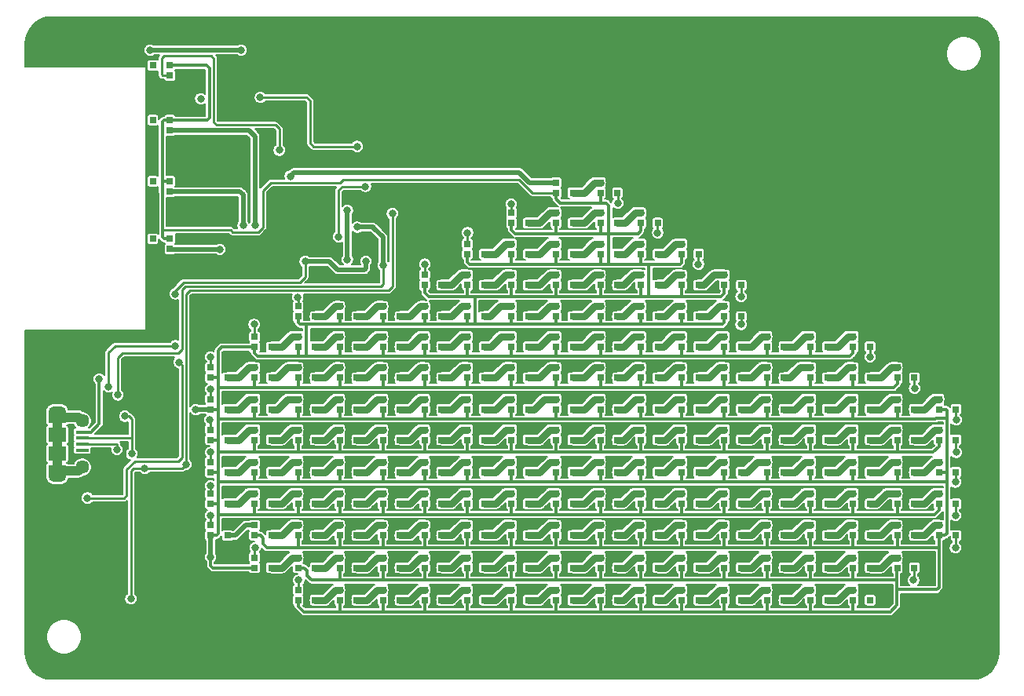
<source format=gtl>
G04 #@! TF.GenerationSoftware,KiCad,Pcbnew,(5.1.9)-1*
G04 #@! TF.CreationDate,2021-06-06T22:24:57-05:00*
G04 #@! TF.ProjectId,AirCloud,41697243-6c6f-4756-942e-6b696361645f,rev?*
G04 #@! TF.SameCoordinates,Original*
G04 #@! TF.FileFunction,Copper,L1,Top*
G04 #@! TF.FilePolarity,Positive*
%FSLAX46Y46*%
G04 Gerber Fmt 4.6, Leading zero omitted, Abs format (unit mm)*
G04 Created by KiCad (PCBNEW (5.1.9)-1) date 2021-06-06 22:24:57*
%MOMM*%
%LPD*%
G01*
G04 APERTURE LIST*
G04 #@! TA.AperFunction,SMDPad,CuDef*
%ADD10R,0.700000X0.700000*%
G04 #@! TD*
G04 #@! TA.AperFunction,SMDPad,CuDef*
%ADD11R,1.900000X1.500000*%
G04 #@! TD*
G04 #@! TA.AperFunction,ComponentPad*
%ADD12C,1.450000*%
G04 #@! TD*
G04 #@! TA.AperFunction,SMDPad,CuDef*
%ADD13R,1.350000X0.400000*%
G04 #@! TD*
G04 #@! TA.AperFunction,ComponentPad*
%ADD14O,1.900000X1.200000*%
G04 #@! TD*
G04 #@! TA.AperFunction,SMDPad,CuDef*
%ADD15R,1.900000X1.200000*%
G04 #@! TD*
G04 #@! TA.AperFunction,ViaPad*
%ADD16C,0.800000*%
G04 #@! TD*
G04 #@! TA.AperFunction,Conductor*
%ADD17C,0.500000*%
G04 #@! TD*
G04 #@! TA.AperFunction,Conductor*
%ADD18C,0.300000*%
G04 #@! TD*
G04 #@! TA.AperFunction,Conductor*
%ADD19C,0.250000*%
G04 #@! TD*
G04 #@! TA.AperFunction,Conductor*
%ADD20C,1.000000*%
G04 #@! TD*
G04 #@! TA.AperFunction,Conductor*
%ADD21C,0.750000*%
G04 #@! TD*
G04 #@! TA.AperFunction,Conductor*
%ADD22C,0.200000*%
G04 #@! TD*
G04 #@! TA.AperFunction,Conductor*
%ADD23C,0.100000*%
G04 #@! TD*
G04 APERTURE END LIST*
D10*
X145885000Y-73150000D03*
X145885000Y-74250000D03*
X147715000Y-74250000D03*
X147715000Y-73150000D03*
X204715000Y-120450000D03*
X204715000Y-119350000D03*
X202885000Y-119350000D03*
X202885000Y-120450000D03*
X202885000Y-100250000D03*
X202885000Y-99150000D03*
X204715000Y-99150000D03*
X204715000Y-100250000D03*
X179785000Y-96850000D03*
X179785000Y-95750000D03*
X181615000Y-95750000D03*
X181615000Y-96850000D03*
X200315000Y-100250000D03*
X200315000Y-99150000D03*
X198485000Y-99150000D03*
X198485000Y-100250000D03*
X145885000Y-79050000D03*
X145885000Y-80150000D03*
X147715000Y-80150000D03*
X147715000Y-79050000D03*
X145885000Y-85650000D03*
X145885000Y-86750000D03*
X147715000Y-86750000D03*
X147715000Y-85650000D03*
X145885000Y-91850000D03*
X145885000Y-92950000D03*
X147715000Y-92950000D03*
X147715000Y-91850000D03*
D11*
X135562500Y-115000000D03*
D12*
X138262500Y-111500000D03*
D13*
X138262500Y-113350000D03*
X138262500Y-112700000D03*
X138262500Y-115300000D03*
X138262500Y-114650000D03*
X138262500Y-114000000D03*
D12*
X138262500Y-116500000D03*
D11*
X135562500Y-113000000D03*
D14*
X135562500Y-110500000D03*
X135562500Y-117500000D03*
D15*
X135562500Y-116900000D03*
X135562500Y-111100000D03*
D10*
X191165000Y-86900000D03*
X191165000Y-85800000D03*
X189335000Y-85800000D03*
X189335000Y-86900000D03*
X194135000Y-86900000D03*
X194135000Y-85800000D03*
X195965000Y-85800000D03*
X195965000Y-86900000D03*
X186365000Y-90150000D03*
X186365000Y-89050000D03*
X184535000Y-89050000D03*
X184535000Y-90150000D03*
X189335000Y-90150000D03*
X189335000Y-89050000D03*
X191165000Y-89050000D03*
X191165000Y-90150000D03*
X195965000Y-90150000D03*
X195965000Y-89050000D03*
X194135000Y-89050000D03*
X194135000Y-90150000D03*
X198485000Y-90150000D03*
X198485000Y-89050000D03*
X200315000Y-89050000D03*
X200315000Y-90150000D03*
X179785000Y-93500000D03*
X179785000Y-92400000D03*
X181615000Y-92400000D03*
X181615000Y-93500000D03*
X186365000Y-93500000D03*
X186365000Y-92400000D03*
X184535000Y-92400000D03*
X184535000Y-93500000D03*
X189335000Y-93500000D03*
X189335000Y-92400000D03*
X191165000Y-92400000D03*
X191165000Y-93500000D03*
X195965000Y-93500000D03*
X195965000Y-92400000D03*
X194135000Y-92400000D03*
X194135000Y-93500000D03*
X198485000Y-93500000D03*
X198485000Y-92400000D03*
X200315000Y-92400000D03*
X200315000Y-93500000D03*
X204715000Y-93500000D03*
X204715000Y-92400000D03*
X202885000Y-92400000D03*
X202885000Y-93500000D03*
X175185000Y-96850000D03*
X175185000Y-95750000D03*
X177015000Y-95750000D03*
X177015000Y-96850000D03*
X184535000Y-96850000D03*
X184535000Y-95750000D03*
X186365000Y-95750000D03*
X186365000Y-96850000D03*
X191165000Y-96850000D03*
X191165000Y-95750000D03*
X189335000Y-95750000D03*
X189335000Y-96850000D03*
X194135000Y-96850000D03*
X194135000Y-95750000D03*
X195965000Y-95750000D03*
X195965000Y-96850000D03*
X200315000Y-96850000D03*
X200315000Y-95750000D03*
X198485000Y-95750000D03*
X198485000Y-96850000D03*
X202885000Y-96850000D03*
X202885000Y-95750000D03*
X204715000Y-95750000D03*
X204715000Y-96850000D03*
X209315000Y-96850000D03*
X209315000Y-95750000D03*
X207485000Y-95750000D03*
X207485000Y-96850000D03*
X161535000Y-100250000D03*
X161535000Y-99150000D03*
X163365000Y-99150000D03*
X163365000Y-100250000D03*
X167865000Y-100250000D03*
X167865000Y-99150000D03*
X166035000Y-99150000D03*
X166035000Y-100250000D03*
X172515000Y-100250000D03*
X172515000Y-99150000D03*
X170685000Y-99150000D03*
X170685000Y-100250000D03*
X177015000Y-100250000D03*
X177015000Y-99150000D03*
X175185000Y-99150000D03*
X175185000Y-100250000D03*
X179785000Y-100250000D03*
X179785000Y-99150000D03*
X181615000Y-99150000D03*
X181615000Y-100250000D03*
X186365000Y-100250000D03*
X186365000Y-99150000D03*
X184535000Y-99150000D03*
X184535000Y-100250000D03*
X189335000Y-100250000D03*
X189335000Y-99150000D03*
X191165000Y-99150000D03*
X191165000Y-100250000D03*
X195965000Y-100250000D03*
X195965000Y-99150000D03*
X194135000Y-99150000D03*
X194135000Y-100250000D03*
X209315000Y-100250000D03*
X209315000Y-99150000D03*
X207485000Y-99150000D03*
X207485000Y-100250000D03*
X156835000Y-103550000D03*
X156835000Y-102450000D03*
X158665000Y-102450000D03*
X158665000Y-103550000D03*
X163365000Y-103500000D03*
X163365000Y-102400000D03*
X161535000Y-102400000D03*
X161535000Y-103500000D03*
X166035000Y-103500000D03*
X166035000Y-102400000D03*
X167865000Y-102400000D03*
X167865000Y-103500000D03*
X170685000Y-103500000D03*
X170685000Y-102400000D03*
X172515000Y-102400000D03*
X172515000Y-103500000D03*
X175185000Y-103500000D03*
X175185000Y-102400000D03*
X177015000Y-102400000D03*
X177015000Y-103500000D03*
X181615000Y-103500000D03*
X181615000Y-102400000D03*
X179785000Y-102400000D03*
X179785000Y-103500000D03*
X184535000Y-103500000D03*
X184535000Y-102400000D03*
X186365000Y-102400000D03*
X186365000Y-103500000D03*
X191165000Y-103500000D03*
X191165000Y-102400000D03*
X189335000Y-102400000D03*
X189335000Y-103500000D03*
X194135000Y-103500000D03*
X194135000Y-102400000D03*
X195965000Y-102400000D03*
X195965000Y-103500000D03*
X200315000Y-103500000D03*
X200315000Y-102400000D03*
X198485000Y-102400000D03*
X198485000Y-103500000D03*
X202885000Y-103500000D03*
X202885000Y-102400000D03*
X204715000Y-102400000D03*
X204715000Y-103500000D03*
X209315000Y-103500000D03*
X209315000Y-102400000D03*
X207485000Y-102400000D03*
X207485000Y-103500000D03*
X212085000Y-103500000D03*
X212085000Y-102400000D03*
X213915000Y-102400000D03*
X213915000Y-103500000D03*
X218615000Y-103500000D03*
X218615000Y-102400000D03*
X216785000Y-102400000D03*
X216785000Y-103500000D03*
X221385000Y-103500000D03*
X221385000Y-102400000D03*
X223215000Y-102400000D03*
X223215000Y-103500000D03*
X153915000Y-106850000D03*
X153915000Y-105750000D03*
X152085000Y-105750000D03*
X152085000Y-106850000D03*
X156835000Y-106850000D03*
X156835000Y-105750000D03*
X158665000Y-105750000D03*
X158665000Y-106850000D03*
X163365000Y-106850000D03*
X163365000Y-105750000D03*
X161535000Y-105750000D03*
X161535000Y-106850000D03*
X166035000Y-106850000D03*
X166035000Y-105750000D03*
X167865000Y-105750000D03*
X167865000Y-106850000D03*
X170685000Y-106850000D03*
X170685000Y-105750000D03*
X172515000Y-105750000D03*
X172515000Y-106850000D03*
X175185000Y-106850000D03*
X175185000Y-105750000D03*
X177015000Y-105750000D03*
X177015000Y-106850000D03*
X181615000Y-106850000D03*
X181615000Y-105750000D03*
X179785000Y-105750000D03*
X179785000Y-106850000D03*
X184535000Y-106850000D03*
X184535000Y-105750000D03*
X186365000Y-105750000D03*
X186365000Y-106850000D03*
X191165000Y-106850000D03*
X191165000Y-105750000D03*
X189335000Y-105750000D03*
X189335000Y-106850000D03*
X195965000Y-106850000D03*
X195965000Y-105750000D03*
X194135000Y-105750000D03*
X194135000Y-106850000D03*
X198485000Y-106850000D03*
X198485000Y-105750000D03*
X200315000Y-105750000D03*
X200315000Y-106850000D03*
X204715000Y-106850000D03*
X204715000Y-105750000D03*
X202885000Y-105750000D03*
X202885000Y-106850000D03*
X207485000Y-106850000D03*
X207485000Y-105750000D03*
X209315000Y-105750000D03*
X209315000Y-106850000D03*
X213915000Y-106850000D03*
X213915000Y-105750000D03*
X212085000Y-105750000D03*
X212085000Y-106850000D03*
X216785000Y-106850000D03*
X216785000Y-105750000D03*
X218615000Y-105750000D03*
X218615000Y-106850000D03*
X223215000Y-106850000D03*
X223215000Y-105750000D03*
X221385000Y-105750000D03*
X221385000Y-106850000D03*
X226135000Y-106850000D03*
X226135000Y-105750000D03*
X227965000Y-105750000D03*
X227965000Y-106850000D03*
X153915000Y-110250000D03*
X153915000Y-109150000D03*
X152085000Y-109150000D03*
X152085000Y-110250000D03*
X156835000Y-110250000D03*
X156835000Y-109150000D03*
X158665000Y-109150000D03*
X158665000Y-110250000D03*
X163365000Y-110250000D03*
X163365000Y-109150000D03*
X161535000Y-109150000D03*
X161535000Y-110250000D03*
X166035000Y-110250000D03*
X166035000Y-109150000D03*
X167865000Y-109150000D03*
X167865000Y-110250000D03*
X170685000Y-110250000D03*
X170685000Y-109150000D03*
X172515000Y-109150000D03*
X172515000Y-110250000D03*
X175185000Y-110250000D03*
X175185000Y-109150000D03*
X177015000Y-109150000D03*
X177015000Y-110250000D03*
X181615000Y-110250000D03*
X181615000Y-109150000D03*
X179785000Y-109150000D03*
X179785000Y-110250000D03*
X184535000Y-110250000D03*
X184535000Y-109150000D03*
X186365000Y-109150000D03*
X186365000Y-110250000D03*
X191165000Y-110250000D03*
X191165000Y-109150000D03*
X189335000Y-109150000D03*
X189335000Y-110250000D03*
X194135000Y-110250000D03*
X194135000Y-109150000D03*
X195965000Y-109150000D03*
X195965000Y-110250000D03*
X200315000Y-110250000D03*
X200315000Y-109150000D03*
X198485000Y-109150000D03*
X198485000Y-110250000D03*
X202885000Y-110250000D03*
X202885000Y-109150000D03*
X204715000Y-109150000D03*
X204715000Y-110250000D03*
X209315000Y-110250000D03*
X209315000Y-109150000D03*
X207485000Y-109150000D03*
X207485000Y-110250000D03*
X212085000Y-110250000D03*
X212085000Y-109150000D03*
X213915000Y-109150000D03*
X213915000Y-110250000D03*
X218615000Y-110250000D03*
X218615000Y-109150000D03*
X216785000Y-109150000D03*
X216785000Y-110250000D03*
X221385000Y-110250000D03*
X221385000Y-109150000D03*
X223215000Y-109150000D03*
X223215000Y-110250000D03*
X227965000Y-110250000D03*
X227965000Y-109150000D03*
X226135000Y-109150000D03*
X226135000Y-110250000D03*
X230635000Y-110250000D03*
X230635000Y-109150000D03*
X232465000Y-109150000D03*
X232465000Y-110250000D03*
X153915000Y-113550000D03*
X153915000Y-112450000D03*
X152085000Y-112450000D03*
X152085000Y-113550000D03*
X156835000Y-113550000D03*
X156835000Y-112450000D03*
X158665000Y-112450000D03*
X158665000Y-113550000D03*
X163365000Y-113550000D03*
X163365000Y-112450000D03*
X161535000Y-112450000D03*
X161535000Y-113550000D03*
X166035000Y-113550000D03*
X166035000Y-112450000D03*
X167865000Y-112450000D03*
X167865000Y-113550000D03*
X170685000Y-113550000D03*
X170685000Y-112450000D03*
X172515000Y-112450000D03*
X172515000Y-113550000D03*
X175185000Y-113550000D03*
X175185000Y-112450000D03*
X177015000Y-112450000D03*
X177015000Y-113550000D03*
X181615000Y-113550000D03*
X181615000Y-112450000D03*
X179785000Y-112450000D03*
X179785000Y-113550000D03*
X184535000Y-113550000D03*
X184535000Y-112450000D03*
X186365000Y-112450000D03*
X186365000Y-113550000D03*
X191165000Y-113550000D03*
X191165000Y-112450000D03*
X189335000Y-112450000D03*
X189335000Y-113550000D03*
X194135000Y-113550000D03*
X194135000Y-112450000D03*
X195965000Y-112450000D03*
X195965000Y-113550000D03*
X200315000Y-113550000D03*
X200315000Y-112450000D03*
X198485000Y-112450000D03*
X198485000Y-113550000D03*
X202885000Y-113550000D03*
X202885000Y-112450000D03*
X204715000Y-112450000D03*
X204715000Y-113550000D03*
X209315000Y-113550000D03*
X209315000Y-112450000D03*
X207485000Y-112450000D03*
X207485000Y-113550000D03*
X212085000Y-113550000D03*
X212085000Y-112450000D03*
X213915000Y-112450000D03*
X213915000Y-113550000D03*
X216785000Y-113550000D03*
X216785000Y-112450000D03*
X218615000Y-112450000D03*
X218615000Y-113550000D03*
X221385000Y-113550000D03*
X221385000Y-112450000D03*
X223215000Y-112450000D03*
X223215000Y-113550000D03*
X227965000Y-113550000D03*
X227965000Y-112450000D03*
X226135000Y-112450000D03*
X226135000Y-113550000D03*
X230635000Y-113550000D03*
X230635000Y-112450000D03*
X232465000Y-112450000D03*
X232465000Y-113550000D03*
X153915000Y-117050000D03*
X153915000Y-115950000D03*
X152085000Y-115950000D03*
X152085000Y-117050000D03*
X156835000Y-117050000D03*
X156835000Y-115950000D03*
X158665000Y-115950000D03*
X158665000Y-117050000D03*
X163365000Y-117050000D03*
X163365000Y-115950000D03*
X161535000Y-115950000D03*
X161535000Y-117050000D03*
X166035000Y-117050000D03*
X166035000Y-115950000D03*
X167865000Y-115950000D03*
X167865000Y-117050000D03*
X170685000Y-117050000D03*
X170685000Y-115950000D03*
X172515000Y-115950000D03*
X172515000Y-117050000D03*
X175185000Y-117050000D03*
X175185000Y-115950000D03*
X177015000Y-115950000D03*
X177015000Y-117050000D03*
X181615000Y-117050000D03*
X181615000Y-115950000D03*
X179785000Y-115950000D03*
X179785000Y-117050000D03*
X184535000Y-117050000D03*
X184535000Y-115950000D03*
X186365000Y-115950000D03*
X186365000Y-117050000D03*
X191165000Y-117050000D03*
X191165000Y-115950000D03*
X189335000Y-115950000D03*
X189335000Y-117050000D03*
X194135000Y-117050000D03*
X194135000Y-115950000D03*
X195965000Y-115950000D03*
X195965000Y-117050000D03*
X200315000Y-117050000D03*
X200315000Y-115950000D03*
X198485000Y-115950000D03*
X198485000Y-117050000D03*
X204715000Y-117050000D03*
X204715000Y-115950000D03*
X202885000Y-115950000D03*
X202885000Y-117050000D03*
X207485000Y-117050000D03*
X207485000Y-115950000D03*
X209315000Y-115950000D03*
X209315000Y-117050000D03*
X213915000Y-117050000D03*
X213915000Y-115950000D03*
X212085000Y-115950000D03*
X212085000Y-117050000D03*
X216785000Y-117050000D03*
X216785000Y-115950000D03*
X218615000Y-115950000D03*
X218615000Y-117050000D03*
X223215000Y-117050000D03*
X223215000Y-115950000D03*
X221385000Y-115950000D03*
X221385000Y-117050000D03*
X226135000Y-117050000D03*
X226135000Y-115950000D03*
X227965000Y-115950000D03*
X227965000Y-117050000D03*
X232465000Y-117050000D03*
X232465000Y-115950000D03*
X230635000Y-115950000D03*
X230635000Y-117050000D03*
X152085000Y-120450000D03*
X152085000Y-119350000D03*
X153915000Y-119350000D03*
X153915000Y-120450000D03*
X158665000Y-120450000D03*
X158665000Y-119350000D03*
X156835000Y-119350000D03*
X156835000Y-120450000D03*
X161535000Y-120450000D03*
X161535000Y-119350000D03*
X163365000Y-119350000D03*
X163365000Y-120450000D03*
X167865000Y-120450000D03*
X167865000Y-119350000D03*
X166035000Y-119350000D03*
X166035000Y-120450000D03*
X172515000Y-120450000D03*
X172515000Y-119350000D03*
X170685000Y-119350000D03*
X170685000Y-120450000D03*
X177015000Y-120450000D03*
X177015000Y-119350000D03*
X175185000Y-119350000D03*
X175185000Y-120450000D03*
X179785000Y-120450000D03*
X179785000Y-119350000D03*
X181615000Y-119350000D03*
X181615000Y-120450000D03*
X186365000Y-120450000D03*
X186365000Y-119350000D03*
X184535000Y-119350000D03*
X184535000Y-120450000D03*
X189335000Y-120450000D03*
X189335000Y-119350000D03*
X191165000Y-119350000D03*
X191165000Y-120450000D03*
X195965000Y-120450000D03*
X195965000Y-119350000D03*
X194135000Y-119350000D03*
X194135000Y-120450000D03*
X198485000Y-120450000D03*
X198485000Y-119350000D03*
X200315000Y-119350000D03*
X200315000Y-120450000D03*
X207485000Y-120450000D03*
X207485000Y-119350000D03*
X209315000Y-119350000D03*
X209315000Y-120450000D03*
X213915000Y-120450000D03*
X213915000Y-119350000D03*
X212085000Y-119350000D03*
X212085000Y-120450000D03*
X216785000Y-120450000D03*
X216785000Y-119350000D03*
X218615000Y-119350000D03*
X218615000Y-120450000D03*
X223215000Y-120450000D03*
X223215000Y-119350000D03*
X221385000Y-119350000D03*
X221385000Y-120450000D03*
X226135000Y-120450000D03*
X226135000Y-119350000D03*
X227965000Y-119350000D03*
X227965000Y-120450000D03*
X232465000Y-120450000D03*
X232465000Y-119350000D03*
X230635000Y-119350000D03*
X230635000Y-120450000D03*
X152085000Y-123850000D03*
X152085000Y-122750000D03*
X153915000Y-122750000D03*
X153915000Y-123850000D03*
X158665000Y-123850000D03*
X158665000Y-122750000D03*
X156835000Y-122750000D03*
X156835000Y-123850000D03*
X161535000Y-123850000D03*
X161535000Y-122750000D03*
X163365000Y-122750000D03*
X163365000Y-123850000D03*
X167865000Y-123850000D03*
X167865000Y-122750000D03*
X166035000Y-122750000D03*
X166035000Y-123850000D03*
X172515000Y-123850000D03*
X172515000Y-122750000D03*
X170685000Y-122750000D03*
X170685000Y-123850000D03*
X177015000Y-123850000D03*
X177015000Y-122750000D03*
X175185000Y-122750000D03*
X175185000Y-123850000D03*
X179785000Y-123850000D03*
X179785000Y-122750000D03*
X181615000Y-122750000D03*
X181615000Y-123850000D03*
X186365000Y-123850000D03*
X186365000Y-122750000D03*
X184535000Y-122750000D03*
X184535000Y-123850000D03*
X189335000Y-123850000D03*
X189335000Y-122750000D03*
X191165000Y-122750000D03*
X191165000Y-123850000D03*
X195965000Y-123850000D03*
X195965000Y-122750000D03*
X194135000Y-122750000D03*
X194135000Y-123850000D03*
X198485000Y-123850000D03*
X198485000Y-122750000D03*
X200315000Y-122750000D03*
X200315000Y-123850000D03*
X204715000Y-123850000D03*
X204715000Y-122750000D03*
X202885000Y-122750000D03*
X202885000Y-123850000D03*
X207485000Y-123850000D03*
X207485000Y-122750000D03*
X209315000Y-122750000D03*
X209315000Y-123850000D03*
X213915000Y-123850000D03*
X213915000Y-122750000D03*
X212085000Y-122750000D03*
X212085000Y-123850000D03*
X216785000Y-123850000D03*
X216785000Y-122750000D03*
X218615000Y-122750000D03*
X218615000Y-123850000D03*
X223215000Y-123850000D03*
X223215000Y-122750000D03*
X221385000Y-122750000D03*
X221385000Y-123850000D03*
X226135000Y-123850000D03*
X226135000Y-122750000D03*
X227965000Y-122750000D03*
X227965000Y-123850000D03*
X230635000Y-123850000D03*
X230635000Y-122750000D03*
X232465000Y-122750000D03*
X232465000Y-123850000D03*
X158665000Y-127350000D03*
X158665000Y-126250000D03*
X156835000Y-126250000D03*
X156835000Y-127350000D03*
X161535000Y-127350000D03*
X161535000Y-126250000D03*
X163365000Y-126250000D03*
X163365000Y-127350000D03*
X167865000Y-127350000D03*
X167865000Y-126250000D03*
X166035000Y-126250000D03*
X166035000Y-127350000D03*
X172515000Y-127350000D03*
X172515000Y-126250000D03*
X170685000Y-126250000D03*
X170685000Y-127350000D03*
X177015000Y-127350000D03*
X177015000Y-126250000D03*
X175185000Y-126250000D03*
X175185000Y-127350000D03*
X179785000Y-127350000D03*
X179785000Y-126250000D03*
X181615000Y-126250000D03*
X181615000Y-127350000D03*
X186365000Y-127350000D03*
X186365000Y-126250000D03*
X184535000Y-126250000D03*
X184535000Y-127350000D03*
X189335000Y-127350000D03*
X189335000Y-126250000D03*
X191165000Y-126250000D03*
X191165000Y-127350000D03*
X195965000Y-127350000D03*
X195965000Y-126250000D03*
X194135000Y-126250000D03*
X194135000Y-127350000D03*
X200315000Y-127350000D03*
X200315000Y-126250000D03*
X198485000Y-126250000D03*
X198485000Y-127350000D03*
X204715000Y-127350000D03*
X204715000Y-126250000D03*
X202885000Y-126250000D03*
X202885000Y-127350000D03*
X207485000Y-127350000D03*
X207485000Y-126250000D03*
X209315000Y-126250000D03*
X209315000Y-127350000D03*
X213915000Y-127350000D03*
X213915000Y-126250000D03*
X212085000Y-126250000D03*
X212085000Y-127350000D03*
X216785000Y-127350000D03*
X216785000Y-126250000D03*
X218615000Y-126250000D03*
X218615000Y-127350000D03*
X223215000Y-127350000D03*
X223215000Y-126250000D03*
X221385000Y-126250000D03*
X221385000Y-127350000D03*
X226135000Y-127350000D03*
X226135000Y-126250000D03*
X227965000Y-126250000D03*
X227965000Y-127350000D03*
X163365000Y-130850000D03*
X163365000Y-129750000D03*
X161535000Y-129750000D03*
X161535000Y-130850000D03*
X166035000Y-130850000D03*
X166035000Y-129750000D03*
X167865000Y-129750000D03*
X167865000Y-130850000D03*
X170685000Y-130850000D03*
X170685000Y-129750000D03*
X172515000Y-129750000D03*
X172515000Y-130850000D03*
X177015000Y-130850000D03*
X177015000Y-129750000D03*
X175185000Y-129750000D03*
X175185000Y-130850000D03*
X179785000Y-130850000D03*
X179785000Y-129750000D03*
X181615000Y-129750000D03*
X181615000Y-130850000D03*
X186365000Y-130850000D03*
X186365000Y-129750000D03*
X184535000Y-129750000D03*
X184535000Y-130850000D03*
X189335000Y-130850000D03*
X189335000Y-129750000D03*
X191165000Y-129750000D03*
X191165000Y-130850000D03*
X195965000Y-130850000D03*
X195965000Y-129750000D03*
X194135000Y-129750000D03*
X194135000Y-130850000D03*
X198485000Y-130850000D03*
X198485000Y-129750000D03*
X200315000Y-129750000D03*
X200315000Y-130850000D03*
X204715000Y-130850000D03*
X204715000Y-129750000D03*
X202885000Y-129750000D03*
X202885000Y-130850000D03*
X207485000Y-130850000D03*
X207485000Y-129750000D03*
X209315000Y-129750000D03*
X209315000Y-130850000D03*
X212085000Y-130850000D03*
X212085000Y-129750000D03*
X213915000Y-129750000D03*
X213915000Y-130850000D03*
X218615000Y-130850000D03*
X218615000Y-129750000D03*
X216785000Y-129750000D03*
X216785000Y-130850000D03*
X221385000Y-130850000D03*
X221385000Y-129750000D03*
X223215000Y-129750000D03*
X223215000Y-130850000D03*
D16*
X166878000Y-96266000D03*
X152550000Y-84950000D03*
X223150000Y-129600000D03*
X218600000Y-129600000D03*
X213900000Y-129650000D03*
X209250000Y-129650000D03*
X204700000Y-129550000D03*
X200300000Y-129650000D03*
X195900000Y-129650000D03*
X191150000Y-129650000D03*
X186350000Y-129650000D03*
X181600000Y-129700000D03*
X177000000Y-129700000D03*
X172500000Y-129700000D03*
X167850000Y-129700000D03*
X163400000Y-129700000D03*
X163350000Y-126250000D03*
X167900000Y-126200000D03*
X172500000Y-126150000D03*
X177000000Y-126200000D03*
X181600000Y-126250000D03*
X186350000Y-126250000D03*
X191150000Y-126200000D03*
X196000000Y-126200000D03*
X200300000Y-126250000D03*
X204700000Y-126250000D03*
X209300000Y-126250000D03*
X213900000Y-126250000D03*
X218600000Y-126250000D03*
X227950000Y-126200000D03*
X223200000Y-126250000D03*
X227950000Y-122750000D03*
X227950000Y-112450000D03*
X227950000Y-115950000D03*
X223250000Y-115900000D03*
X213950000Y-116000000D03*
X218600000Y-115950000D03*
X209250000Y-115950000D03*
X204700000Y-115950000D03*
X200350000Y-115950000D03*
X195950000Y-115950000D03*
X191150000Y-115900000D03*
X186350000Y-115900000D03*
X181600000Y-115900000D03*
X177000000Y-115950000D03*
X172600000Y-115900000D03*
X167900000Y-115900000D03*
X158650000Y-119350000D03*
X163400000Y-115950000D03*
X153950000Y-115950000D03*
X158650000Y-115950000D03*
X163350000Y-99150000D03*
X204700000Y-99100000D03*
X209300000Y-99100000D03*
X200350000Y-99100000D03*
X195950000Y-99150000D03*
X186350000Y-99150000D03*
X191200000Y-99150000D03*
X177150000Y-99050000D03*
X181550000Y-99100000D03*
X181550000Y-95650000D03*
X196300000Y-92250000D03*
X191150000Y-92250000D03*
X140500000Y-124600000D03*
X187450000Y-92050000D03*
X191100000Y-89000000D03*
X159200000Y-99000000D03*
X154700000Y-126250000D03*
X138050000Y-118700000D03*
X139900000Y-121250000D03*
X136900000Y-126200000D03*
X142000000Y-122750000D03*
X149280000Y-74200000D03*
X151070000Y-89370000D03*
X164592000Y-95758000D03*
X150876000Y-100076000D03*
X145034000Y-108712000D03*
X152100000Y-126200000D03*
X150500000Y-110300000D03*
X145600000Y-71500000D03*
X155400000Y-71500000D03*
X145000000Y-116600000D03*
X149450000Y-116200000D03*
X143500000Y-130700000D03*
X167900000Y-81900000D03*
X157462500Y-76600000D03*
X171700000Y-89130000D03*
X168837500Y-94312500D03*
X162300000Y-94300000D03*
X148300001Y-97799294D03*
X151050000Y-76750000D03*
X160700000Y-85100000D03*
X184500000Y-88100000D03*
X196000000Y-88000000D03*
X179800000Y-91200000D03*
X200300000Y-91200000D03*
X175200000Y-94600000D03*
X204700000Y-94600000D03*
X156800000Y-101100000D03*
X209300000Y-101100000D03*
X152100000Y-108100000D03*
X228000000Y-108000000D03*
X152100000Y-114900000D03*
X232500000Y-114900000D03*
X152100000Y-118500000D03*
X232400000Y-118100000D03*
X156900000Y-125200000D03*
X232400000Y-125200000D03*
X161600000Y-128700000D03*
X227900000Y-128700000D03*
X159512000Y-82296000D03*
X156900000Y-90400000D03*
X155600000Y-90400000D03*
X153100000Y-93000000D03*
X142000000Y-114600000D03*
X143600000Y-115050000D03*
X142850000Y-111000000D03*
X140100000Y-107000000D03*
X168800000Y-86200000D03*
X138820000Y-119830000D03*
X148690000Y-105170000D03*
X165900000Y-91640000D03*
X166850000Y-88800000D03*
X166850000Y-94100000D03*
X170700000Y-94700000D03*
X167900000Y-90600000D03*
X142100000Y-108700000D03*
X141100000Y-107800000D03*
X148300000Y-103400000D03*
X161500000Y-98175010D03*
X209300000Y-98100000D03*
X152100000Y-104600000D03*
X223200000Y-104600000D03*
X152000000Y-111400000D03*
X232500000Y-111400000D03*
X152100000Y-121700000D03*
X232400000Y-121700000D03*
D17*
X152100000Y-123865000D02*
X152085000Y-123850000D01*
X152100000Y-126200000D02*
X152100000Y-123865000D01*
X150550000Y-110250000D02*
X150500000Y-110300000D01*
X152085000Y-110250000D02*
X150550000Y-110250000D01*
D18*
X189335000Y-87550000D02*
X189785000Y-88000000D01*
X189335000Y-86900000D02*
X189335000Y-87550000D01*
X189785000Y-88000000D02*
X193900000Y-88000000D01*
X184535000Y-90150000D02*
X184535000Y-90935000D01*
X184535000Y-90935000D02*
X184900000Y-91300000D01*
X198485000Y-91015000D02*
X198200000Y-91300000D01*
X198485000Y-90150000D02*
X198485000Y-91015000D01*
X189335000Y-91235000D02*
X189400000Y-91300000D01*
X189335000Y-90150000D02*
X189335000Y-91235000D01*
X184900000Y-91300000D02*
X189400000Y-91300000D01*
X194135000Y-91265000D02*
X194135000Y-90150000D01*
X194100000Y-91300000D02*
X194135000Y-91265000D01*
X189400000Y-91300000D02*
X194100000Y-91300000D01*
X179785000Y-93500000D02*
X179785000Y-94385000D01*
X179785000Y-94385000D02*
X180000000Y-94600000D01*
X202885000Y-94415000D02*
X202885000Y-93500000D01*
X202700000Y-94600000D02*
X202885000Y-94415000D01*
X184535000Y-94565000D02*
X184535000Y-93500000D01*
X184500000Y-94600000D02*
X184535000Y-94565000D01*
X180000000Y-94600000D02*
X184500000Y-94600000D01*
X189335000Y-94565000D02*
X189335000Y-93500000D01*
X189300000Y-94600000D02*
X189335000Y-94565000D01*
X184500000Y-94600000D02*
X189300000Y-94600000D01*
X194135000Y-94535000D02*
X194135000Y-93500000D01*
X194200000Y-94600000D02*
X194135000Y-94535000D01*
X189300000Y-94600000D02*
X194200000Y-94600000D01*
X198485000Y-94585000D02*
X198485000Y-93500000D01*
X198500000Y-94600000D02*
X198485000Y-94585000D01*
X175185000Y-96850000D02*
X175185000Y-97685000D01*
X175185000Y-97685000D02*
X175600000Y-98100000D01*
X207485000Y-97715000D02*
X207485000Y-96850000D01*
X207100000Y-98100000D02*
X207485000Y-97715000D01*
X179785000Y-98085000D02*
X179785000Y-96850000D01*
X179800000Y-98100000D02*
X179785000Y-98085000D01*
X175600000Y-98100000D02*
X179800000Y-98100000D01*
X184535000Y-98065000D02*
X184535000Y-97500000D01*
X184500000Y-98100000D02*
X184535000Y-98065000D01*
X184535000Y-97500000D02*
X184535000Y-96850000D01*
X189335000Y-98035000D02*
X189335000Y-96850000D01*
X189400000Y-98100000D02*
X189335000Y-98035000D01*
X184500000Y-98100000D02*
X189400000Y-98100000D01*
X194100000Y-98100000D02*
X194135000Y-98065000D01*
X194135000Y-98065000D02*
X194135000Y-96850000D01*
X189400000Y-98100000D02*
X194100000Y-98100000D01*
X198485000Y-98015000D02*
X198485000Y-96850000D01*
X198400000Y-98100000D02*
X198485000Y-98015000D01*
X194100000Y-98100000D02*
X198400000Y-98100000D01*
X202900000Y-98100000D02*
X202885000Y-98085000D01*
X202885000Y-98085000D02*
X202885000Y-96850000D01*
X202900000Y-98100000D02*
X207100000Y-98100000D01*
X207485000Y-100900000D02*
X207485000Y-100250000D01*
X207285000Y-101100000D02*
X207485000Y-100900000D01*
X161535000Y-100900000D02*
X161735000Y-101100000D01*
X161535000Y-100250000D02*
X161535000Y-100900000D01*
X166035000Y-101065000D02*
X166035000Y-100250000D01*
X166000000Y-101100000D02*
X166035000Y-101065000D01*
X170685000Y-101015000D02*
X170685000Y-100250000D01*
X170600000Y-101100000D02*
X170685000Y-101015000D01*
X166000000Y-101100000D02*
X170600000Y-101100000D01*
X175185000Y-101015000D02*
X175185000Y-100250000D01*
X175100000Y-101100000D02*
X175185000Y-101015000D01*
X170600000Y-101100000D02*
X175100000Y-101100000D01*
X179785000Y-101085000D02*
X179785000Y-100250000D01*
X179800000Y-101100000D02*
X179785000Y-101085000D01*
X175100000Y-101100000D02*
X179800000Y-101100000D01*
X184535000Y-101065000D02*
X184535000Y-100250000D01*
X184500000Y-101100000D02*
X184535000Y-101065000D01*
X189335000Y-101035000D02*
X189335000Y-100250000D01*
X189400000Y-101100000D02*
X189335000Y-101035000D01*
X184500000Y-101100000D02*
X189400000Y-101100000D01*
X194100000Y-101100000D02*
X194135000Y-101065000D01*
X194135000Y-101065000D02*
X194135000Y-100250000D01*
X189400000Y-101100000D02*
X194100000Y-101100000D01*
X198485000Y-101085000D02*
X198485000Y-100250000D01*
X198500000Y-101100000D02*
X198485000Y-101085000D01*
X194100000Y-101100000D02*
X198500000Y-101100000D01*
X202885000Y-101015000D02*
X202885000Y-100250000D01*
X202800000Y-101100000D02*
X207285000Y-101100000D01*
X202800000Y-101100000D02*
X202885000Y-101015000D01*
X198500000Y-101100000D02*
X202800000Y-101100000D01*
X221385000Y-104150000D02*
X221385000Y-103500000D01*
X221035000Y-104500000D02*
X221385000Y-104150000D01*
X156835000Y-104200000D02*
X157135000Y-104500000D01*
X156835000Y-103550000D02*
X156835000Y-104200000D01*
X161600000Y-104500000D02*
X161535000Y-104435000D01*
X161535000Y-104435000D02*
X161535000Y-103500000D01*
X157135000Y-104500000D02*
X161600000Y-104500000D01*
X166000000Y-104500000D02*
X166035000Y-104465000D01*
X166035000Y-104465000D02*
X166035000Y-103500000D01*
X170685000Y-104485000D02*
X170685000Y-103500000D01*
X170700000Y-104500000D02*
X170685000Y-104485000D01*
X166000000Y-104500000D02*
X170700000Y-104500000D01*
X175185000Y-104485000D02*
X175185000Y-103500000D01*
X175200000Y-104500000D02*
X175185000Y-104485000D01*
X170700000Y-104500000D02*
X175200000Y-104500000D01*
X179900000Y-104500000D02*
X179785000Y-104385000D01*
X179785000Y-104385000D02*
X179785000Y-103500000D01*
X175200000Y-104500000D02*
X179900000Y-104500000D01*
X184500000Y-104500000D02*
X184535000Y-104465000D01*
X184535000Y-104465000D02*
X184535000Y-103500000D01*
X179900000Y-104500000D02*
X184500000Y-104500000D01*
X189335000Y-104465000D02*
X189335000Y-103500000D01*
X189300000Y-104500000D02*
X189335000Y-104465000D01*
X184500000Y-104500000D02*
X189300000Y-104500000D01*
X194135000Y-104465000D02*
X194135000Y-103500000D01*
X194100000Y-104500000D02*
X194135000Y-104465000D01*
X189300000Y-104500000D02*
X194100000Y-104500000D01*
X198485000Y-104485000D02*
X198485000Y-103500000D01*
X198500000Y-104500000D02*
X198485000Y-104485000D01*
X194100000Y-104500000D02*
X198500000Y-104500000D01*
X202900000Y-104500000D02*
X202885000Y-104485000D01*
X202885000Y-104485000D02*
X202885000Y-103500000D01*
X198500000Y-104500000D02*
X202900000Y-104500000D01*
X207485000Y-104485000D02*
X207485000Y-103500000D01*
X207500000Y-104500000D02*
X207485000Y-104485000D01*
X202900000Y-104500000D02*
X207500000Y-104500000D01*
X212085000Y-104485000D02*
X212085000Y-103500000D01*
X212100000Y-104500000D02*
X212085000Y-104485000D01*
X207500000Y-104500000D02*
X212100000Y-104500000D01*
X216800000Y-104500000D02*
X221035000Y-104500000D01*
X216785000Y-104485000D02*
X216785000Y-103500000D01*
X216800000Y-104500000D02*
X216785000Y-104485000D01*
X212100000Y-104500000D02*
X216800000Y-104500000D01*
X226135000Y-107500000D02*
X226135000Y-106850000D01*
X225735000Y-107900000D02*
X226135000Y-107500000D01*
X156835000Y-107835000D02*
X156835000Y-106850000D01*
X156900000Y-107900000D02*
X156835000Y-107835000D01*
X153400000Y-107900000D02*
X156900000Y-107900000D01*
X161600000Y-107900000D02*
X161535000Y-107835000D01*
X161535000Y-107835000D02*
X161535000Y-106850000D01*
X156900000Y-107900000D02*
X161600000Y-107900000D01*
X166035000Y-107835000D02*
X166035000Y-106850000D01*
X166100000Y-107900000D02*
X166035000Y-107835000D01*
X161600000Y-107900000D02*
X166100000Y-107900000D01*
X170685000Y-107885000D02*
X170685000Y-106850000D01*
X170700000Y-107900000D02*
X170685000Y-107885000D01*
X166100000Y-107900000D02*
X170700000Y-107900000D01*
X175185000Y-107885000D02*
X175185000Y-106850000D01*
X175200000Y-107900000D02*
X175185000Y-107885000D01*
X170700000Y-107900000D02*
X175200000Y-107900000D01*
X179785000Y-107885000D02*
X179785000Y-106850000D01*
X179800000Y-107900000D02*
X179785000Y-107885000D01*
X175200000Y-107900000D02*
X179800000Y-107900000D01*
X184535000Y-107865000D02*
X184535000Y-106850000D01*
X184500000Y-107900000D02*
X184535000Y-107865000D01*
X179800000Y-107900000D02*
X184500000Y-107900000D01*
X189335000Y-107835000D02*
X189335000Y-106850000D01*
X189400000Y-107900000D02*
X189335000Y-107835000D01*
X184500000Y-107900000D02*
X189400000Y-107900000D01*
X194135000Y-107865000D02*
X194135000Y-106850000D01*
X194100000Y-107900000D02*
X194135000Y-107865000D01*
X189400000Y-107900000D02*
X194100000Y-107900000D01*
X198400000Y-107900000D02*
X198485000Y-107815000D01*
X198485000Y-107815000D02*
X198485000Y-106850000D01*
X194100000Y-107900000D02*
X198400000Y-107900000D01*
X202885000Y-107885000D02*
X202885000Y-106850000D01*
X202900000Y-107900000D02*
X202885000Y-107885000D01*
X198400000Y-107900000D02*
X202900000Y-107900000D01*
X207485000Y-107815000D02*
X207485000Y-106850000D01*
X207400000Y-107900000D02*
X207485000Y-107815000D01*
X202900000Y-107900000D02*
X207400000Y-107900000D01*
X212085000Y-107815000D02*
X212085000Y-106850000D01*
X212000000Y-107900000D02*
X212085000Y-107815000D01*
X207400000Y-107900000D02*
X212000000Y-107900000D01*
X216700000Y-107900000D02*
X216785000Y-107815000D01*
X216785000Y-107815000D02*
X216785000Y-106850000D01*
X212000000Y-107900000D02*
X216700000Y-107900000D01*
X221385000Y-107885000D02*
X221385000Y-106850000D01*
X221400000Y-107900000D02*
X225735000Y-107900000D01*
X221400000Y-107900000D02*
X221385000Y-107885000D01*
X216700000Y-107900000D02*
X221400000Y-107900000D01*
X230635000Y-114265000D02*
X230635000Y-113550000D01*
X230000000Y-114900000D02*
X230635000Y-114265000D01*
X230635000Y-121100000D02*
X230635000Y-120450000D01*
X230135000Y-121600000D02*
X230635000Y-121100000D01*
X157485000Y-123850000D02*
X157800000Y-124165000D01*
X156835000Y-123850000D02*
X157485000Y-123850000D01*
X157800000Y-124165000D02*
X157800000Y-124800000D01*
X157800000Y-124800000D02*
X158200000Y-125200000D01*
X226200000Y-121600000D02*
X226135000Y-121535000D01*
X226135000Y-121535000D02*
X226135000Y-120450000D01*
X226200000Y-121600000D02*
X230135000Y-121600000D01*
X226135000Y-118035000D02*
X226135000Y-117050000D01*
X226200000Y-118100000D02*
X226135000Y-118035000D01*
X221385000Y-118085000D02*
X221385000Y-117050000D01*
X221400000Y-118100000D02*
X226200000Y-118100000D01*
X221400000Y-118100000D02*
X221385000Y-118085000D01*
X221400000Y-121600000D02*
X221385000Y-121585000D01*
X221400000Y-121600000D02*
X226200000Y-121600000D01*
X221385000Y-121585000D02*
X221385000Y-120450000D01*
X216785000Y-118085000D02*
X216785000Y-117050000D01*
X216800000Y-118100000D02*
X221400000Y-118100000D01*
X216800000Y-118100000D02*
X216785000Y-118085000D01*
X216785000Y-121585000D02*
X216785000Y-120450000D01*
X216800000Y-121600000D02*
X216785000Y-121585000D01*
X216800000Y-121600000D02*
X221400000Y-121600000D01*
X212085000Y-118085000D02*
X212085000Y-117050000D01*
X212100000Y-118100000D02*
X212085000Y-118085000D01*
X212100000Y-118100000D02*
X216800000Y-118100000D01*
X207485000Y-118015000D02*
X207485000Y-117050000D01*
X207400000Y-118100000D02*
X207485000Y-118015000D01*
X207400000Y-118100000D02*
X212100000Y-118100000D01*
X207485000Y-121585000D02*
X207485000Y-120450000D01*
X207500000Y-121600000D02*
X207485000Y-121585000D01*
X212085000Y-121485000D02*
X212085000Y-120450000D01*
X212200000Y-121600000D02*
X216800000Y-121600000D01*
X212200000Y-121600000D02*
X212085000Y-121485000D01*
X207500000Y-121600000D02*
X212200000Y-121600000D01*
X198485000Y-118085000D02*
X198485000Y-117050000D01*
X198500000Y-118100000D02*
X198485000Y-118085000D01*
X198485000Y-121585000D02*
X198485000Y-120450000D01*
X198500000Y-121600000D02*
X198485000Y-121585000D01*
X202885000Y-121585000D02*
X202885000Y-120450000D01*
X202900000Y-121600000D02*
X207500000Y-121600000D01*
X202900000Y-121600000D02*
X202885000Y-121585000D01*
X198500000Y-121600000D02*
X202900000Y-121600000D01*
X202885000Y-117985000D02*
X202885000Y-117050000D01*
X203000000Y-118100000D02*
X202885000Y-117985000D01*
X203000000Y-118100000D02*
X207400000Y-118100000D01*
X198500000Y-118100000D02*
X203000000Y-118100000D01*
X202885000Y-114785000D02*
X202885000Y-113550000D01*
X203000000Y-114900000D02*
X202885000Y-114785000D01*
X198485000Y-114885000D02*
X198485000Y-113550000D01*
X198500000Y-114900000D02*
X203000000Y-114900000D01*
X198500000Y-114900000D02*
X198485000Y-114885000D01*
X207485000Y-114885000D02*
X207485000Y-113550000D01*
X207500000Y-114900000D02*
X207485000Y-114885000D01*
X203000000Y-114900000D02*
X207500000Y-114900000D01*
X212085000Y-114785000D02*
X212085000Y-113550000D01*
X212200000Y-114900000D02*
X212085000Y-114785000D01*
X207500000Y-114900000D02*
X212200000Y-114900000D01*
X216785000Y-114815000D02*
X216785000Y-113550000D01*
X216700000Y-114900000D02*
X216785000Y-114815000D01*
X212200000Y-114900000D02*
X216700000Y-114900000D01*
X221400000Y-114900000D02*
X221385000Y-114885000D01*
X221385000Y-114885000D02*
X221385000Y-113550000D01*
X216700000Y-114900000D02*
X221400000Y-114900000D01*
X212085000Y-111285000D02*
X212085000Y-110250000D01*
X212100000Y-111300000D02*
X212085000Y-111285000D01*
X207400000Y-111300000D02*
X207485000Y-111215000D01*
X207400000Y-111300000D02*
X212100000Y-111300000D01*
X207485000Y-111215000D02*
X207485000Y-110250000D01*
X202885000Y-111285000D02*
X202885000Y-110250000D01*
X202900000Y-111300000D02*
X207400000Y-111300000D01*
X202900000Y-111300000D02*
X202885000Y-111285000D01*
X216800000Y-111300000D02*
X216785000Y-111285000D01*
X216785000Y-111285000D02*
X216785000Y-110250000D01*
X212100000Y-111300000D02*
X216800000Y-111300000D01*
X221400000Y-111300000D02*
X221385000Y-111285000D01*
X221385000Y-111285000D02*
X221385000Y-110250000D01*
X216800000Y-111300000D02*
X221400000Y-111300000D01*
X226135000Y-111265000D02*
X226135000Y-110250000D01*
X226100000Y-111300000D02*
X226135000Y-111265000D01*
X221400000Y-111300000D02*
X226100000Y-111300000D01*
X226200000Y-114900000D02*
X226135000Y-114835000D01*
X226200000Y-114900000D02*
X230000000Y-114900000D01*
X226135000Y-114835000D02*
X226135000Y-113550000D01*
X221400000Y-114900000D02*
X226200000Y-114900000D01*
X198400000Y-111300000D02*
X198485000Y-111215000D01*
X198400000Y-111300000D02*
X202900000Y-111300000D01*
X198485000Y-111215000D02*
X198485000Y-110250000D01*
X194135000Y-111265000D02*
X194135000Y-110250000D01*
X194100000Y-111300000D02*
X194135000Y-111265000D01*
X194100000Y-111300000D02*
X198400000Y-111300000D01*
X189335000Y-111265000D02*
X189335000Y-110250000D01*
X189300000Y-111300000D02*
X189335000Y-111265000D01*
X189300000Y-111300000D02*
X194100000Y-111300000D01*
X184500000Y-111300000D02*
X184535000Y-111265000D01*
X184500000Y-111300000D02*
X189300000Y-111300000D01*
X184535000Y-111265000D02*
X184535000Y-110250000D01*
X184535000Y-114835000D02*
X184535000Y-113550000D01*
X184600000Y-114900000D02*
X184535000Y-114835000D01*
X189335000Y-114865000D02*
X189335000Y-113550000D01*
X189300000Y-114900000D02*
X189335000Y-114865000D01*
X184600000Y-114900000D02*
X189300000Y-114900000D01*
X194100000Y-114900000D02*
X194135000Y-114865000D01*
X194135000Y-114865000D02*
X194135000Y-113550000D01*
X194100000Y-114900000D02*
X198500000Y-114900000D01*
X189300000Y-114900000D02*
X194100000Y-114900000D01*
X189335000Y-118065000D02*
X189335000Y-117050000D01*
X189300000Y-118100000D02*
X189335000Y-118065000D01*
X184535000Y-118065000D02*
X184535000Y-117050000D01*
X184500000Y-118100000D02*
X184535000Y-118065000D01*
X184500000Y-118100000D02*
X189300000Y-118100000D01*
X179785000Y-118085000D02*
X179785000Y-117050000D01*
X179800000Y-118100000D02*
X184500000Y-118100000D01*
X179800000Y-118100000D02*
X179785000Y-118085000D01*
X179800000Y-114900000D02*
X179785000Y-114885000D01*
X179785000Y-114885000D02*
X179785000Y-113550000D01*
X179800000Y-114900000D02*
X184600000Y-114900000D01*
X179785000Y-111285000D02*
X179785000Y-110250000D01*
X179800000Y-111300000D02*
X179785000Y-111285000D01*
X179800000Y-111300000D02*
X184500000Y-111300000D01*
X194135000Y-118065000D02*
X194135000Y-117050000D01*
X194100000Y-118100000D02*
X194135000Y-118065000D01*
X194100000Y-118100000D02*
X198500000Y-118100000D01*
X189300000Y-118100000D02*
X194100000Y-118100000D01*
X156800000Y-111300000D02*
X156835000Y-111265000D01*
X156835000Y-111265000D02*
X156835000Y-110250000D01*
X153300000Y-111300000D02*
X156800000Y-111300000D01*
X156835000Y-114865000D02*
X156835000Y-113550000D01*
X156800000Y-114900000D02*
X156835000Y-114865000D01*
X161535000Y-114865000D02*
X161535000Y-113550000D01*
X161500000Y-114900000D02*
X161535000Y-114865000D01*
X156800000Y-114900000D02*
X161500000Y-114900000D01*
X166100000Y-114900000D02*
X166035000Y-114835000D01*
X166035000Y-114835000D02*
X166035000Y-113550000D01*
X161500000Y-114900000D02*
X166100000Y-114900000D01*
X170685000Y-114885000D02*
X170685000Y-113550000D01*
X170700000Y-114900000D02*
X170685000Y-114885000D01*
X166100000Y-114900000D02*
X170700000Y-114900000D01*
X156835000Y-121565000D02*
X156835000Y-120450000D01*
X156800000Y-121600000D02*
X156835000Y-121565000D01*
X161400000Y-121600000D02*
X161535000Y-121465000D01*
X161535000Y-121465000D02*
X161535000Y-120450000D01*
X156800000Y-121600000D02*
X161400000Y-121600000D01*
X166000000Y-121600000D02*
X166035000Y-121565000D01*
X166035000Y-121565000D02*
X166035000Y-120450000D01*
X161400000Y-121600000D02*
X166000000Y-121600000D01*
X170685000Y-121585000D02*
X170685000Y-120450000D01*
X170700000Y-121600000D02*
X170685000Y-121585000D01*
X166000000Y-121600000D02*
X170700000Y-121600000D01*
X175185000Y-121585000D02*
X175185000Y-120450000D01*
X175200000Y-121600000D02*
X175185000Y-121585000D01*
X170700000Y-121600000D02*
X175200000Y-121600000D01*
X179785000Y-125085000D02*
X179785000Y-123850000D01*
X179900000Y-125200000D02*
X179785000Y-125085000D01*
X175185000Y-125185000D02*
X175185000Y-123850000D01*
X175200000Y-125200000D02*
X175185000Y-125185000D01*
X175200000Y-125200000D02*
X179900000Y-125200000D01*
X170685000Y-125185000D02*
X170685000Y-123850000D01*
X170700000Y-125200000D02*
X170685000Y-125185000D01*
X170700000Y-125200000D02*
X175200000Y-125200000D01*
X166035000Y-125135000D02*
X166035000Y-123850000D01*
X166100000Y-125200000D02*
X166035000Y-125135000D01*
X166100000Y-125200000D02*
X170700000Y-125200000D01*
X161535000Y-125135000D02*
X161535000Y-123850000D01*
X161600000Y-125200000D02*
X161535000Y-125135000D01*
X161600000Y-125200000D02*
X166100000Y-125200000D01*
X158200000Y-125200000D02*
X161600000Y-125200000D01*
X184535000Y-125135000D02*
X184535000Y-123850000D01*
X184600000Y-125200000D02*
X184535000Y-125135000D01*
X179900000Y-125200000D02*
X184600000Y-125200000D01*
X189335000Y-125165000D02*
X189335000Y-123850000D01*
X189300000Y-125200000D02*
X189335000Y-125165000D01*
X184600000Y-125200000D02*
X189300000Y-125200000D01*
X194135000Y-125135000D02*
X194135000Y-123850000D01*
X194200000Y-125200000D02*
X194135000Y-125135000D01*
X189300000Y-125200000D02*
X194200000Y-125200000D01*
X194135000Y-121535000D02*
X194135000Y-120450000D01*
X194200000Y-121600000D02*
X194135000Y-121535000D01*
X194200000Y-121600000D02*
X198500000Y-121600000D01*
X189335000Y-121535000D02*
X189335000Y-120450000D01*
X189400000Y-121600000D02*
X189335000Y-121535000D01*
X189400000Y-121600000D02*
X194200000Y-121600000D01*
X184535000Y-121565000D02*
X184535000Y-120450000D01*
X184500000Y-121600000D02*
X184535000Y-121565000D01*
X184500000Y-121600000D02*
X189400000Y-121600000D01*
X179785000Y-121485000D02*
X179785000Y-120450000D01*
X179900000Y-121600000D02*
X184500000Y-121600000D01*
X179900000Y-121600000D02*
X179785000Y-121485000D01*
X175200000Y-121600000D02*
X179900000Y-121600000D01*
X198485000Y-125185000D02*
X198485000Y-123850000D01*
X198500000Y-125200000D02*
X198485000Y-125185000D01*
X194200000Y-125200000D02*
X198500000Y-125200000D01*
X202885000Y-125185000D02*
X202885000Y-123850000D01*
X202900000Y-125200000D02*
X202885000Y-125185000D01*
X198500000Y-125200000D02*
X202900000Y-125200000D01*
X207500000Y-125200000D02*
X207485000Y-125185000D01*
X207485000Y-125185000D02*
X207485000Y-123850000D01*
X202900000Y-125200000D02*
X207500000Y-125200000D01*
X216785000Y-125085000D02*
X216785000Y-123850000D01*
X216900000Y-125200000D02*
X216785000Y-125085000D01*
X212000000Y-125200000D02*
X212085000Y-125115000D01*
X212000000Y-125200000D02*
X216900000Y-125200000D01*
X212085000Y-125115000D02*
X212085000Y-123850000D01*
X207500000Y-125200000D02*
X212000000Y-125200000D01*
X221385000Y-125185000D02*
X221385000Y-123850000D01*
X221400000Y-125200000D02*
X221385000Y-125185000D01*
X216900000Y-125200000D02*
X221400000Y-125200000D01*
X226135000Y-125135000D02*
X226135000Y-123850000D01*
X226200000Y-125200000D02*
X226135000Y-125135000D01*
X221400000Y-125200000D02*
X226200000Y-125200000D01*
X162185000Y-127350000D02*
X161535000Y-127350000D01*
X162500000Y-127665000D02*
X162185000Y-127350000D01*
X162500000Y-128200000D02*
X162500000Y-127665000D01*
X163000000Y-128700000D02*
X162500000Y-128200000D01*
X166100000Y-128700000D02*
X166035000Y-128635000D01*
X166035000Y-128635000D02*
X166035000Y-127350000D01*
X166100000Y-128700000D02*
X163000000Y-128700000D01*
X170685000Y-128585000D02*
X170685000Y-127350000D01*
X170800000Y-128700000D02*
X170685000Y-128585000D01*
X170800000Y-128700000D02*
X166100000Y-128700000D01*
X161535000Y-131500000D02*
X162135000Y-132100000D01*
X161535000Y-130850000D02*
X161535000Y-131500000D01*
X221385000Y-131615000D02*
X221385000Y-130850000D01*
X216800000Y-132100000D02*
X220900000Y-132100000D01*
X216785000Y-132085000D02*
X216785000Y-130850000D01*
X216800000Y-132100000D02*
X216785000Y-132085000D01*
X216785000Y-128685000D02*
X216785000Y-127350000D01*
X216800000Y-128700000D02*
X216785000Y-128685000D01*
X221385000Y-128685000D02*
X221385000Y-127350000D01*
X221400000Y-128700000D02*
X221385000Y-128685000D01*
X221400000Y-128700000D02*
X216800000Y-128700000D01*
X225435000Y-128700000D02*
X221400000Y-128700000D01*
X212085000Y-128585000D02*
X212085000Y-127350000D01*
X212200000Y-128700000D02*
X212085000Y-128585000D01*
X216800000Y-128700000D02*
X212200000Y-128700000D01*
X212000000Y-132100000D02*
X212085000Y-132015000D01*
X212085000Y-132015000D02*
X212085000Y-130850000D01*
X212000000Y-132100000D02*
X216800000Y-132100000D01*
X207500000Y-128700000D02*
X207485000Y-128685000D01*
X207485000Y-128685000D02*
X207485000Y-127350000D01*
X212200000Y-128700000D02*
X207500000Y-128700000D01*
X207485000Y-132085000D02*
X207485000Y-130850000D01*
X207500000Y-132100000D02*
X207485000Y-132085000D01*
X207500000Y-132100000D02*
X212000000Y-132100000D01*
X202885000Y-131985000D02*
X202885000Y-130850000D01*
X203000000Y-132100000D02*
X202885000Y-131985000D01*
X203000000Y-132100000D02*
X207500000Y-132100000D01*
X202800000Y-128700000D02*
X202885000Y-128615000D01*
X202885000Y-128615000D02*
X202885000Y-127350000D01*
X207500000Y-128700000D02*
X202800000Y-128700000D01*
X194135000Y-128635000D02*
X194135000Y-127350000D01*
X194200000Y-128700000D02*
X194135000Y-128635000D01*
X198600000Y-128700000D02*
X198485000Y-128585000D01*
X198600000Y-128700000D02*
X194200000Y-128700000D01*
X198485000Y-128585000D02*
X198485000Y-127350000D01*
X202800000Y-128700000D02*
X198600000Y-128700000D01*
X194135000Y-132065000D02*
X194135000Y-130850000D01*
X194100000Y-132100000D02*
X194135000Y-132065000D01*
X198500000Y-132100000D02*
X198485000Y-132085000D01*
X198500000Y-132100000D02*
X203000000Y-132100000D01*
X198485000Y-132085000D02*
X198485000Y-130850000D01*
X194100000Y-132100000D02*
X198500000Y-132100000D01*
X189200000Y-132100000D02*
X194100000Y-132100000D01*
X189335000Y-131965000D02*
X189335000Y-130850000D01*
X189200000Y-132100000D02*
X189335000Y-131965000D01*
X189335000Y-128535000D02*
X189335000Y-127350000D01*
X189500000Y-128700000D02*
X189335000Y-128535000D01*
X194200000Y-128700000D02*
X189500000Y-128700000D01*
X184535000Y-128665000D02*
X184535000Y-127350000D01*
X184500000Y-128700000D02*
X184535000Y-128665000D01*
X189500000Y-128700000D02*
X184500000Y-128700000D01*
X184535000Y-132035000D02*
X184535000Y-130850000D01*
X184600000Y-132100000D02*
X184535000Y-132035000D01*
X184600000Y-132100000D02*
X189200000Y-132100000D01*
X170685000Y-131985000D02*
X170685000Y-130850000D01*
X170800000Y-132100000D02*
X170685000Y-131985000D01*
X175185000Y-131985000D02*
X175185000Y-130850000D01*
X175300000Y-132100000D02*
X175185000Y-131985000D01*
X170800000Y-132100000D02*
X175300000Y-132100000D01*
X175200000Y-128700000D02*
X170800000Y-128700000D01*
X175185000Y-128685000D02*
X175185000Y-127350000D01*
X175200000Y-128700000D02*
X175185000Y-128685000D01*
X179785000Y-128685000D02*
X179785000Y-127350000D01*
X179800000Y-128700000D02*
X179785000Y-128685000D01*
X179800000Y-128700000D02*
X175200000Y-128700000D01*
X184500000Y-128700000D02*
X179800000Y-128700000D01*
X179785000Y-132085000D02*
X179785000Y-130850000D01*
X179800000Y-132100000D02*
X179785000Y-132085000D01*
X179800000Y-132100000D02*
X184600000Y-132100000D01*
X175300000Y-132100000D02*
X179800000Y-132100000D01*
X226135000Y-127350000D02*
X226100000Y-127700000D01*
X225400000Y-132100000D02*
X226100000Y-131400000D01*
X225435000Y-128700000D02*
X226100000Y-128700000D01*
X226100000Y-128700000D02*
X226100000Y-127700000D01*
X221385000Y-132085000D02*
X221385000Y-130850000D01*
X221400000Y-132100000D02*
X221385000Y-132085000D01*
X221400000Y-132100000D02*
X225400000Y-132100000D01*
X220900000Y-132100000D02*
X221400000Y-132100000D01*
X226100000Y-129700000D02*
X230400000Y-129700000D01*
X226100000Y-129700000D02*
X226100000Y-128700000D01*
X226100000Y-131400000D02*
X226100000Y-129700000D01*
X230400000Y-129700000D02*
X230635000Y-129465000D01*
X230400000Y-125200000D02*
X226200000Y-125200000D01*
X230400000Y-125200000D02*
X230650000Y-125200000D01*
X230650000Y-129450000D02*
X230400000Y-129700000D01*
X230650000Y-125200000D02*
X230650000Y-129450000D01*
X230635000Y-125185000D02*
X230635000Y-123850000D01*
X230650000Y-125200000D02*
X230635000Y-125185000D01*
X231400000Y-110250000D02*
X230635000Y-110250000D01*
X230635000Y-123850000D02*
X231285000Y-123850000D01*
X231500000Y-110350000D02*
X231400000Y-110250000D01*
X231285000Y-123850000D02*
X231500000Y-123635000D01*
X229900000Y-111300000D02*
X230235000Y-111300000D01*
X226100000Y-111300000D02*
X229900000Y-111300000D01*
X230335000Y-111200000D02*
X230235000Y-111300000D01*
X231500000Y-111200000D02*
X230335000Y-111200000D01*
X231500000Y-111200000D02*
X231500000Y-110350000D01*
X231500000Y-111350000D02*
X231500000Y-111200000D01*
X226200000Y-118100000D02*
X231500000Y-118100000D01*
X231450000Y-117050000D02*
X230635000Y-117050000D01*
X231500000Y-117100000D02*
X231450000Y-117050000D01*
X231500000Y-117100000D02*
X231500000Y-111350000D01*
X231500000Y-123635000D02*
X231500000Y-117100000D01*
X156835000Y-127350000D02*
X152300000Y-127350000D01*
X152100000Y-127150000D02*
X152300000Y-127350000D01*
X152100000Y-126200000D02*
X152100000Y-127150000D01*
X166035000Y-132065000D02*
X166035000Y-130850000D01*
X166000000Y-132100000D02*
X166035000Y-132065000D01*
X166000000Y-132100000D02*
X170800000Y-132100000D01*
X162135000Y-132100000D02*
X166000000Y-132100000D01*
X156800000Y-121600000D02*
X153000000Y-121600000D01*
X152085000Y-123850000D02*
X152735000Y-123850000D01*
X152735000Y-123850000D02*
X152900000Y-123685000D01*
X153300000Y-111300000D02*
X152900000Y-111300000D01*
X152950000Y-118100000D02*
X152900000Y-118050000D01*
X152085000Y-117050000D02*
X152900000Y-117050000D01*
X152900000Y-118050000D02*
X152900000Y-117050000D01*
X156800000Y-114900000D02*
X152950000Y-114900000D01*
X152950000Y-114900000D02*
X152900000Y-114850000D01*
X152900000Y-117050000D02*
X152900000Y-114850000D01*
X152800000Y-120450000D02*
X152085000Y-120450000D01*
X152900000Y-120550000D02*
X152800000Y-120450000D01*
X152900000Y-120550000D02*
X152900000Y-118050000D01*
X152900000Y-123685000D02*
X152900000Y-120550000D01*
X152900000Y-113600000D02*
X152850000Y-113550000D01*
X152850000Y-113550000D02*
X152085000Y-113550000D01*
X152900000Y-113600000D02*
X152900000Y-111300000D01*
X152900000Y-114850000D02*
X152900000Y-113600000D01*
X156835000Y-118085000D02*
X156835000Y-117050000D01*
X156850000Y-118100000D02*
X156835000Y-118085000D01*
X156850000Y-118100000D02*
X152950000Y-118100000D01*
X161535000Y-118085000D02*
X161535000Y-117050000D01*
X161550000Y-118100000D02*
X161535000Y-118085000D01*
X161550000Y-118100000D02*
X156850000Y-118100000D01*
X165950000Y-118100000D02*
X166035000Y-118015000D01*
X166035000Y-118015000D02*
X166035000Y-117050000D01*
X165950000Y-118100000D02*
X161550000Y-118100000D01*
X170685000Y-118065000D02*
X170685000Y-117700000D01*
X170685000Y-117700000D02*
X170685000Y-117050000D01*
X170650000Y-118100000D02*
X165950000Y-118100000D01*
X170650000Y-118100000D02*
X170685000Y-118065000D01*
X175185000Y-117985000D02*
X175185000Y-117050000D01*
X175300000Y-118100000D02*
X175185000Y-117985000D01*
X175300000Y-118100000D02*
X170650000Y-118100000D01*
X179800000Y-118100000D02*
X175300000Y-118100000D01*
X175185000Y-114785000D02*
X175185000Y-113550000D01*
X175300000Y-114900000D02*
X175185000Y-114785000D01*
X175300000Y-114900000D02*
X179800000Y-114900000D01*
X170700000Y-114900000D02*
X175300000Y-114900000D01*
X161535000Y-111285000D02*
X161535000Y-110250000D01*
X161550000Y-111300000D02*
X161535000Y-111285000D01*
X156800000Y-111300000D02*
X161550000Y-111300000D01*
X166035000Y-111285000D02*
X166035000Y-110250000D01*
X166050000Y-111300000D02*
X166035000Y-111285000D01*
X161550000Y-111300000D02*
X166050000Y-111300000D01*
X170700000Y-111300000D02*
X170685000Y-111285000D01*
X170685000Y-111285000D02*
X170685000Y-110250000D01*
X166050000Y-111300000D02*
X170700000Y-111300000D01*
X175185000Y-111235000D02*
X175185000Y-110250000D01*
X175250000Y-111300000D02*
X175185000Y-111235000D01*
X175250000Y-111300000D02*
X179800000Y-111300000D01*
X170700000Y-111300000D02*
X175250000Y-111300000D01*
X153400000Y-107900000D02*
X152900000Y-107900000D01*
X152900000Y-108450000D02*
X152900000Y-107900000D01*
X152900000Y-107900000D02*
X152900000Y-107015000D01*
X152735000Y-110250000D02*
X152900000Y-110250000D01*
X152085000Y-110250000D02*
X152735000Y-110250000D01*
X152900000Y-111300000D02*
X152900000Y-110250000D01*
X152900000Y-110250000D02*
X152900000Y-108450000D01*
X153250000Y-103550000D02*
X156835000Y-103550000D01*
X152900000Y-103900000D02*
X153250000Y-103550000D01*
X152735000Y-106850000D02*
X152900000Y-106850000D01*
X152085000Y-106850000D02*
X152735000Y-106850000D01*
X152900000Y-107015000D02*
X152900000Y-106850000D01*
X152900000Y-106850000D02*
X152900000Y-103900000D01*
X162450000Y-104500000D02*
X162450000Y-101100000D01*
X162450000Y-101100000D02*
X166000000Y-101100000D01*
X161735000Y-101100000D02*
X162450000Y-101100000D01*
X162450000Y-104500000D02*
X166000000Y-104500000D01*
X161600000Y-104500000D02*
X162450000Y-104500000D01*
X180600000Y-101100000D02*
X180600000Y-98150000D01*
X179800000Y-101100000D02*
X180600000Y-101100000D01*
X180600000Y-101100000D02*
X184500000Y-101100000D01*
X180600000Y-98150000D02*
X180550000Y-98100000D01*
X179800000Y-98100000D02*
X180550000Y-98100000D01*
X180550000Y-98100000D02*
X184500000Y-98100000D01*
X199350000Y-96050000D02*
X199350000Y-94600000D01*
X199350000Y-98100000D02*
X199350000Y-96050000D01*
X198400000Y-98100000D02*
X199350000Y-98100000D01*
X199350000Y-98100000D02*
X202900000Y-98100000D01*
X198500000Y-94600000D02*
X199350000Y-94600000D01*
X199350000Y-94600000D02*
X202700000Y-94600000D01*
X195050000Y-91300000D02*
X195050000Y-94600000D01*
X195050000Y-94600000D02*
X198500000Y-94600000D01*
X194200000Y-94600000D02*
X195050000Y-94600000D01*
X195050000Y-91300000D02*
X198200000Y-91300000D01*
X194100000Y-91300000D02*
X195050000Y-91300000D01*
X195050000Y-91300000D02*
X195050000Y-88300000D01*
X195050000Y-88300000D02*
X194750000Y-88000000D01*
X194135000Y-87965000D02*
X194135000Y-86900000D01*
X194100000Y-88000000D02*
X194135000Y-87965000D01*
X194100000Y-88000000D02*
X193900000Y-88000000D01*
X194750000Y-88000000D02*
X194100000Y-88000000D01*
X146900000Y-79215000D02*
X147065000Y-79050000D01*
X147715000Y-91850000D02*
X147065000Y-91850000D01*
X147065000Y-79050000D02*
X147715000Y-79050000D01*
X147065000Y-91850000D02*
X146915000Y-91700000D01*
X146915000Y-86885000D02*
X146900000Y-86870000D01*
X147065000Y-85650000D02*
X146900000Y-85650000D01*
X147715000Y-85650000D02*
X147065000Y-85650000D01*
X146900000Y-86870000D02*
X146900000Y-85650000D01*
X146900000Y-81600000D02*
X146900000Y-79215000D01*
X146900000Y-85650000D02*
X146900000Y-81600000D01*
X146915000Y-89785000D02*
X146915000Y-86885000D01*
X147715000Y-79050000D02*
X151750000Y-79050000D01*
X151750000Y-79050000D02*
X151980000Y-78820000D01*
X151980000Y-78820000D02*
X151980000Y-73460000D01*
X151670000Y-73150000D02*
X147715000Y-73150000D01*
X151980000Y-73460000D02*
X151670000Y-73150000D01*
X146915000Y-91700000D02*
X146915000Y-90925000D01*
X146915000Y-90925000D02*
X146915000Y-89785000D01*
D19*
X186786814Y-86900000D02*
X189335000Y-86900000D01*
X185326814Y-85440000D02*
X186786814Y-86900000D01*
X166038589Y-85825001D02*
X166423590Y-85440000D01*
X157760000Y-90613002D02*
X157760000Y-86640000D01*
X157248001Y-91125001D02*
X157760000Y-90613002D01*
X166423590Y-85440000D02*
X185326814Y-85440000D01*
X158574999Y-85825001D02*
X166038589Y-85825001D01*
X157760000Y-86640000D02*
X158574999Y-85825001D01*
X154465001Y-91125001D02*
X157248001Y-91125001D01*
X154265000Y-90925000D02*
X154465001Y-91125001D01*
X146915000Y-90925000D02*
X154265000Y-90925000D01*
D20*
X137862500Y-111100000D02*
X138262500Y-111500000D01*
X135562500Y-111100000D02*
X137862500Y-111100000D01*
X137862500Y-116900000D02*
X138262500Y-116500000D01*
X135562500Y-116900000D02*
X137862500Y-116900000D01*
X135562500Y-113000000D02*
X135562500Y-115000000D01*
X135562500Y-115000000D02*
X135562500Y-117500000D01*
X135562500Y-113000000D02*
X135562500Y-111100000D01*
D17*
X145600000Y-71500000D02*
X155400000Y-71500000D01*
D19*
X145000000Y-116600000D02*
X149050000Y-116600000D01*
X149050000Y-116600000D02*
X149450000Y-116200000D01*
X143800000Y-116600000D02*
X145000000Y-116600000D01*
X143500000Y-130700000D02*
X143500000Y-116900000D01*
X143500000Y-116900000D02*
X143800000Y-116600000D01*
X157462500Y-76600000D02*
X162452000Y-76600000D01*
X162452000Y-76600000D02*
X162814000Y-76962000D01*
X162814000Y-81534000D02*
X163180000Y-81900000D01*
X162814000Y-76962000D02*
X162814000Y-81534000D01*
X167900000Y-81900000D02*
X163180000Y-81900000D01*
X171700000Y-95036410D02*
X171700000Y-89130000D01*
X171700000Y-97032000D02*
X171700000Y-95036410D01*
X171281990Y-97450010D02*
X171700000Y-97032000D01*
X149849990Y-97450010D02*
X171281990Y-97450010D01*
X149475011Y-97824989D02*
X149849990Y-97450010D01*
X149475011Y-104824989D02*
X149475011Y-97824989D01*
X149450000Y-104850000D02*
X149475011Y-104824989D01*
X149450000Y-116200000D02*
X149450000Y-104850000D01*
D17*
X168837500Y-95062500D02*
X168837500Y-94312500D01*
X164900000Y-94300000D02*
X165800000Y-95200000D01*
X165800000Y-95200000D02*
X168700000Y-95200000D01*
X168700000Y-95200000D02*
X168837500Y-95062500D01*
X162300000Y-94300000D02*
X164900000Y-94300000D01*
D19*
X148300001Y-97463589D02*
X149213600Y-96549990D01*
X148300001Y-97799294D02*
X148300001Y-97463589D01*
X149213600Y-96549990D02*
X161710010Y-96549990D01*
X162300000Y-95960000D02*
X162300000Y-94300000D01*
X161710010Y-96549990D02*
X162300000Y-95960000D01*
D17*
X161099999Y-84700001D02*
X185400001Y-84700001D01*
X160700000Y-85100000D02*
X161099999Y-84700001D01*
X186500000Y-85800000D02*
X189335000Y-85800000D01*
X185400001Y-84700001D02*
X186500000Y-85800000D01*
D21*
X193499998Y-85800000D02*
X194135000Y-85800000D01*
X192399998Y-86900000D02*
X193499998Y-85800000D01*
X191165000Y-86900000D02*
X192399998Y-86900000D01*
D19*
X184535000Y-89050000D02*
X184535000Y-88135000D01*
X184535000Y-88135000D02*
X184500000Y-88100000D01*
X196000000Y-86935000D02*
X195965000Y-86900000D01*
X196000000Y-88000000D02*
X196000000Y-86935000D01*
D21*
X188699998Y-89050000D02*
X189335000Y-89050000D01*
X187599998Y-90150000D02*
X188699998Y-89050000D01*
X186365000Y-90150000D02*
X187599998Y-90150000D01*
X193499998Y-89050000D02*
X194135000Y-89050000D01*
X192399998Y-90150000D02*
X193499998Y-89050000D01*
X191165000Y-90150000D02*
X192399998Y-90150000D01*
X197849998Y-89050000D02*
X198485000Y-89050000D01*
X196749998Y-90150000D02*
X197849998Y-89050000D01*
X195965000Y-90150000D02*
X196749998Y-90150000D01*
D19*
X179785000Y-92400000D02*
X179785000Y-91215000D01*
X179785000Y-91215000D02*
X179800000Y-91200000D01*
X200300000Y-90165000D02*
X200315000Y-90150000D01*
X200300000Y-91200000D02*
X200300000Y-90165000D01*
D21*
X183899998Y-92400000D02*
X184535000Y-92400000D01*
X182799998Y-93500000D02*
X183899998Y-92400000D01*
X181615000Y-93500000D02*
X182799998Y-93500000D01*
X188699998Y-92400000D02*
X189335000Y-92400000D01*
X187599998Y-93500000D02*
X188699998Y-92400000D01*
X186365000Y-93500000D02*
X187599998Y-93500000D01*
X193499998Y-92400000D02*
X194135000Y-92400000D01*
X192399998Y-93500000D02*
X193499998Y-92400000D01*
X191165000Y-93500000D02*
X192399998Y-93500000D01*
X197849998Y-92400000D02*
X198485000Y-92400000D01*
X196749998Y-93500000D02*
X197849998Y-92400000D01*
X195965000Y-93500000D02*
X196749998Y-93500000D01*
X202199998Y-92450000D02*
X202835000Y-92450000D01*
X202835000Y-92450000D02*
X202885000Y-92400000D01*
X200315000Y-93500000D02*
X201149998Y-93500000D01*
X201149998Y-93500000D02*
X202199998Y-92450000D01*
D19*
X175185000Y-95750000D02*
X175185000Y-94615000D01*
X175185000Y-94615000D02*
X175200000Y-94600000D01*
X204700000Y-93515000D02*
X204715000Y-93500000D01*
X204700000Y-94600000D02*
X204700000Y-93515000D01*
D21*
X179149998Y-95750000D02*
X179785000Y-95750000D01*
X177015000Y-96850000D02*
X178049998Y-96850000D01*
X178049998Y-96850000D02*
X179149998Y-95750000D01*
X183899998Y-95750000D02*
X184535000Y-95750000D01*
X182799998Y-96850000D02*
X183899998Y-95750000D01*
X181615000Y-96850000D02*
X182799998Y-96850000D01*
X188699998Y-95750000D02*
X189335000Y-95750000D01*
X187599998Y-96850000D02*
X188699998Y-95750000D01*
X186365000Y-96850000D02*
X187599998Y-96850000D01*
X202249998Y-99150000D02*
X202885000Y-99150000D01*
X201149998Y-100250000D02*
X202249998Y-99150000D01*
X200315000Y-100250000D02*
X201149998Y-100250000D01*
X206915000Y-99150000D02*
X207485000Y-99150000D01*
X205815000Y-100250000D02*
X206915000Y-99150000D01*
X204715000Y-100250000D02*
X205815000Y-100250000D01*
D19*
X156835000Y-102450000D02*
X156835000Y-101135000D01*
X156835000Y-101135000D02*
X156800000Y-101100000D01*
X209300000Y-100265000D02*
X209315000Y-100250000D01*
X209300000Y-101100000D02*
X209300000Y-100265000D01*
D21*
X160915000Y-102400000D02*
X161535000Y-102400000D01*
X159765000Y-103550000D02*
X160915000Y-102400000D01*
X158665000Y-103550000D02*
X159765000Y-103550000D01*
X165565000Y-102400000D02*
X166035000Y-102400000D01*
X164465000Y-103500000D02*
X165565000Y-102400000D01*
X163365000Y-103500000D02*
X164465000Y-103500000D01*
X168965000Y-103500000D02*
X170065000Y-102400000D01*
X170065000Y-102400000D02*
X170685000Y-102400000D01*
X167865000Y-103500000D02*
X168965000Y-103500000D01*
X174715000Y-102400000D02*
X175185000Y-102400000D01*
X173615000Y-103500000D02*
X174715000Y-102400000D01*
X172515000Y-103500000D02*
X173615000Y-103500000D01*
X179215000Y-102400000D02*
X179785000Y-102400000D01*
X178115000Y-103500000D02*
X179215000Y-102400000D01*
X177015000Y-103500000D02*
X178115000Y-103500000D01*
X182335000Y-103500000D02*
X183435000Y-102400000D01*
X183435000Y-102400000D02*
X184535000Y-102400000D01*
X181615000Y-103500000D02*
X182335000Y-103500000D01*
X188699998Y-102400000D02*
X189335000Y-102400000D01*
X187599998Y-103500000D02*
X188699998Y-102400000D01*
X186365000Y-103500000D02*
X187599998Y-103500000D01*
X193499998Y-102400000D02*
X194135000Y-102400000D01*
X192399998Y-103500000D02*
X193499998Y-102400000D01*
X191165000Y-103500000D02*
X192399998Y-103500000D01*
X196600002Y-103500000D02*
X197700002Y-102400000D01*
X197700002Y-102400000D02*
X198485000Y-102400000D01*
X195965000Y-103500000D02*
X196600002Y-103500000D01*
X202050002Y-102400000D02*
X202885000Y-102400000D01*
X200950002Y-103500000D02*
X202050002Y-102400000D01*
X200315000Y-103500000D02*
X200950002Y-103500000D01*
X206915000Y-102400000D02*
X207485000Y-102400000D01*
X205815000Y-103500000D02*
X206915000Y-102400000D01*
X204715000Y-103500000D02*
X205815000Y-103500000D01*
X211515000Y-102400000D02*
X212085000Y-102400000D01*
X210415000Y-103500000D02*
X211515000Y-102400000D01*
X209315000Y-103500000D02*
X210415000Y-103500000D01*
X201149998Y-106850000D02*
X202249998Y-105750000D01*
X202249998Y-105750000D02*
X202885000Y-105750000D01*
X200315000Y-106850000D02*
X201149998Y-106850000D01*
X206915000Y-105750000D02*
X207485000Y-105750000D01*
X205815000Y-106850000D02*
X206915000Y-105750000D01*
X204715000Y-106850000D02*
X205815000Y-106850000D01*
X211515000Y-105750000D02*
X212085000Y-105750000D01*
X210415000Y-106850000D02*
X211515000Y-105750000D01*
X209315000Y-106850000D02*
X210415000Y-106850000D01*
X215685000Y-105750000D02*
X216785000Y-105750000D01*
X215650002Y-105750000D02*
X215685000Y-105750000D01*
X214550002Y-106850000D02*
X215650002Y-105750000D01*
X213915000Y-106850000D02*
X214550002Y-106850000D01*
X220815000Y-105750000D02*
X221385000Y-105750000D01*
X219715000Y-106850000D02*
X220815000Y-105750000D01*
X218615000Y-106850000D02*
X219715000Y-106850000D01*
X225499998Y-105750000D02*
X226135000Y-105750000D01*
X224399998Y-106850000D02*
X225499998Y-105750000D01*
X223215000Y-106850000D02*
X224399998Y-106850000D01*
D19*
X152085000Y-109150000D02*
X152085000Y-108115000D01*
X152085000Y-108115000D02*
X152100000Y-108100000D01*
X227965000Y-107965000D02*
X228000000Y-108000000D01*
X227965000Y-106850000D02*
X227965000Y-107965000D01*
D21*
X156199998Y-109150000D02*
X156835000Y-109150000D01*
X155099998Y-110250000D02*
X156199998Y-109150000D01*
X153915000Y-110250000D02*
X155099998Y-110250000D01*
X160435000Y-109150000D02*
X161535000Y-109150000D01*
X160400002Y-109150000D02*
X160435000Y-109150000D01*
X159300002Y-110250000D02*
X160400002Y-109150000D01*
X158665000Y-110250000D02*
X159300002Y-110250000D01*
X165565000Y-109150000D02*
X166035000Y-109150000D01*
X164465000Y-110250000D02*
X165565000Y-109150000D01*
X163365000Y-110250000D02*
X164465000Y-110250000D01*
X170065000Y-109150000D02*
X170685000Y-109150000D01*
X168965000Y-110250000D02*
X170065000Y-109150000D01*
X167865000Y-110250000D02*
X168965000Y-110250000D01*
X174715000Y-109150000D02*
X175185000Y-109150000D01*
X173615000Y-110250000D02*
X174715000Y-109150000D01*
X172515000Y-110250000D02*
X173615000Y-110250000D01*
X179215000Y-109150000D02*
X179785000Y-109150000D01*
X178115000Y-110250000D02*
X179215000Y-109150000D01*
X177015000Y-110250000D02*
X178115000Y-110250000D01*
X183899998Y-109150000D02*
X184535000Y-109150000D01*
X182799998Y-110250000D02*
X183899998Y-109150000D01*
X181615000Y-110250000D02*
X182799998Y-110250000D01*
X188235000Y-109150000D02*
X189335000Y-109150000D01*
X188100002Y-109150000D02*
X188235000Y-109150000D01*
X187000002Y-110250000D02*
X188100002Y-109150000D01*
X186365000Y-110250000D02*
X187000002Y-110250000D01*
X170065000Y-112450000D02*
X170685000Y-112450000D01*
X168965000Y-113550000D02*
X170065000Y-112450000D01*
X167865000Y-113550000D02*
X168965000Y-113550000D01*
X174715000Y-112450000D02*
X175185000Y-112450000D01*
X173615000Y-113550000D02*
X174715000Y-112450000D01*
X172515000Y-113550000D02*
X173615000Y-113550000D01*
X179215000Y-112450000D02*
X179785000Y-112450000D01*
X178115000Y-113550000D02*
X179215000Y-112450000D01*
X177015000Y-113550000D02*
X178115000Y-113550000D01*
X183899998Y-112450000D02*
X184535000Y-112450000D01*
X182799998Y-113550000D02*
X183899998Y-112450000D01*
X181615000Y-113550000D02*
X182799998Y-113550000D01*
X188699998Y-112450000D02*
X189335000Y-112450000D01*
X187599998Y-113550000D02*
X188699998Y-112450000D01*
X186365000Y-113550000D02*
X187599998Y-113550000D01*
X193499998Y-112450000D02*
X194135000Y-112450000D01*
X192399998Y-113550000D02*
X193499998Y-112450000D01*
X191165000Y-113550000D02*
X192399998Y-113550000D01*
X197700002Y-112450000D02*
X198485000Y-112450000D01*
X196600002Y-113550000D02*
X197700002Y-112450000D01*
X195965000Y-113550000D02*
X196600002Y-113550000D01*
X202249998Y-112450000D02*
X202885000Y-112450000D01*
X201149998Y-113550000D02*
X202249998Y-112450000D01*
X200315000Y-113550000D02*
X201149998Y-113550000D01*
X206915000Y-112450000D02*
X207485000Y-112450000D01*
X205815000Y-113550000D02*
X206915000Y-112450000D01*
X204715000Y-113550000D02*
X205815000Y-113550000D01*
X211515000Y-112450000D02*
X212085000Y-112450000D01*
X210415000Y-113550000D02*
X211515000Y-112450000D01*
X209315000Y-113550000D02*
X210415000Y-113550000D01*
X216149998Y-112450000D02*
X216785000Y-112450000D01*
X215049998Y-113550000D02*
X216149998Y-112450000D01*
X213915000Y-113550000D02*
X215049998Y-113550000D01*
X220815000Y-112450000D02*
X221385000Y-112450000D01*
X219715000Y-113550000D02*
X220815000Y-112450000D01*
X218615000Y-113550000D02*
X219715000Y-113550000D01*
X225499998Y-112450000D02*
X226135000Y-112450000D01*
X224399998Y-113550000D02*
X225499998Y-112450000D01*
X223215000Y-113550000D02*
X224399998Y-113550000D01*
D19*
X152085000Y-115950000D02*
X152085000Y-114915000D01*
X152085000Y-114915000D02*
X152100000Y-114900000D01*
X232465000Y-114865000D02*
X232500000Y-114900000D01*
X232465000Y-113550000D02*
X232465000Y-114865000D01*
D21*
X155099998Y-117050000D02*
X156199998Y-115950000D01*
X156199998Y-115950000D02*
X156835000Y-115950000D01*
X153915000Y-117050000D02*
X155099998Y-117050000D01*
X215049998Y-117050000D02*
X216149998Y-115950000D01*
X216149998Y-115950000D02*
X216785000Y-115950000D01*
X213915000Y-117050000D02*
X215049998Y-117050000D01*
X220815000Y-115950000D02*
X221385000Y-115950000D01*
X219715000Y-117050000D02*
X220815000Y-115950000D01*
X218615000Y-117050000D02*
X219715000Y-117050000D01*
X224399998Y-117050000D02*
X225499998Y-115950000D01*
X225499998Y-115950000D02*
X226135000Y-115950000D01*
X223215000Y-117050000D02*
X224399998Y-117050000D01*
X230165000Y-115950000D02*
X230635000Y-115950000D01*
X229065000Y-117050000D02*
X230165000Y-115950000D01*
X227965000Y-117050000D02*
X229065000Y-117050000D01*
D19*
X152085000Y-119350000D02*
X152085000Y-118515000D01*
X152085000Y-118515000D02*
X152100000Y-118500000D01*
X232465000Y-118035000D02*
X232400000Y-118100000D01*
X232465000Y-117050000D02*
X232465000Y-118035000D01*
D21*
X156199998Y-119350000D02*
X156835000Y-119350000D01*
X155099998Y-120450000D02*
X156199998Y-119350000D01*
X153915000Y-120450000D02*
X155099998Y-120450000D01*
X160899998Y-119350000D02*
X161535000Y-119350000D01*
X159799998Y-120450000D02*
X160899998Y-119350000D01*
X158665000Y-120450000D02*
X159799998Y-120450000D01*
X165565000Y-119350000D02*
X166035000Y-119350000D01*
X164465000Y-120450000D02*
X165565000Y-119350000D01*
X163365000Y-120450000D02*
X164465000Y-120450000D01*
X168965000Y-120450000D02*
X170065000Y-119350000D01*
X170065000Y-119350000D02*
X170685000Y-119350000D01*
X167865000Y-120450000D02*
X168965000Y-120450000D01*
X174715000Y-119350000D02*
X175185000Y-119350000D01*
X173615000Y-120450000D02*
X174715000Y-119350000D01*
X172515000Y-120450000D02*
X173615000Y-120450000D01*
X178115000Y-120450000D02*
X179215000Y-119350000D01*
X179215000Y-119350000D02*
X179785000Y-119350000D01*
X177015000Y-120450000D02*
X178115000Y-120450000D01*
X183899998Y-119350000D02*
X184535000Y-119350000D01*
X182799998Y-120450000D02*
X183899998Y-119350000D01*
X181615000Y-120450000D02*
X182799998Y-120450000D01*
X188699998Y-119350000D02*
X189335000Y-119350000D01*
X187599998Y-120450000D02*
X188699998Y-119350000D01*
X186365000Y-120450000D02*
X187599998Y-120450000D01*
X193499998Y-119350000D02*
X194135000Y-119350000D01*
X192399998Y-120450000D02*
X193499998Y-119350000D01*
X191165000Y-120450000D02*
X192399998Y-120450000D01*
X196600002Y-120450000D02*
X197700002Y-119350000D01*
X197700002Y-119350000D02*
X198485000Y-119350000D01*
X195965000Y-120450000D02*
X196600002Y-120450000D01*
X179215000Y-122750000D02*
X179785000Y-122750000D01*
X178115000Y-123850000D02*
X179215000Y-122750000D01*
X177015000Y-123850000D02*
X178115000Y-123850000D01*
X182799998Y-123850000D02*
X183899998Y-122750000D01*
X183899998Y-122750000D02*
X184535000Y-122750000D01*
X181615000Y-123850000D02*
X182799998Y-123850000D01*
X188699998Y-122750000D02*
X189335000Y-122750000D01*
X187599998Y-123850000D02*
X188699998Y-122750000D01*
X186365000Y-123850000D02*
X187599998Y-123850000D01*
X193499998Y-122750000D02*
X194135000Y-122750000D01*
X192399998Y-123850000D02*
X193499998Y-122750000D01*
X191165000Y-123850000D02*
X192399998Y-123850000D01*
X197849998Y-122750000D02*
X198485000Y-122750000D01*
X196749998Y-123850000D02*
X197849998Y-122750000D01*
X195965000Y-123850000D02*
X196749998Y-123850000D01*
X202249998Y-122750000D02*
X202885000Y-122750000D01*
X201149998Y-123850000D02*
X202249998Y-122750000D01*
X200315000Y-123850000D02*
X201149998Y-123850000D01*
X205815000Y-123850000D02*
X206915000Y-122750000D01*
X206915000Y-122750000D02*
X207485000Y-122750000D01*
X204715000Y-123850000D02*
X205815000Y-123850000D01*
X211515000Y-122750000D02*
X212085000Y-122750000D01*
X210415000Y-123850000D02*
X211515000Y-122750000D01*
X209315000Y-123850000D02*
X210415000Y-123850000D01*
X216149998Y-122750000D02*
X216785000Y-122750000D01*
X215049998Y-123850000D02*
X216149998Y-122750000D01*
X213915000Y-123850000D02*
X215049998Y-123850000D01*
X220815000Y-122750000D02*
X221385000Y-122750000D01*
X219715000Y-123850000D02*
X220815000Y-122750000D01*
X218615000Y-123850000D02*
X219715000Y-123850000D01*
X225499998Y-122750000D02*
X226135000Y-122750000D01*
X224399998Y-123850000D02*
X225499998Y-122750000D01*
X223215000Y-123850000D02*
X224399998Y-123850000D01*
X230165000Y-122750000D02*
X230635000Y-122750000D01*
X229065000Y-123850000D02*
X230165000Y-122750000D01*
X227965000Y-123850000D02*
X229065000Y-123850000D01*
D19*
X156835000Y-126250000D02*
X156835000Y-125265000D01*
X156835000Y-125265000D02*
X156900000Y-125200000D01*
X232465000Y-125135000D02*
X232400000Y-125200000D01*
X232465000Y-123850000D02*
X232465000Y-125135000D01*
D21*
X159799998Y-127350000D02*
X160899998Y-126250000D01*
X160899998Y-126250000D02*
X161535000Y-126250000D01*
X158665000Y-127350000D02*
X159799998Y-127350000D01*
X164465000Y-127350000D02*
X165565000Y-126250000D01*
X165565000Y-126250000D02*
X166035000Y-126250000D01*
X163365000Y-127350000D02*
X164465000Y-127350000D01*
D19*
X161535000Y-129750000D02*
X161535000Y-128765000D01*
X161535000Y-128765000D02*
X161600000Y-128700000D01*
X227965000Y-128635000D02*
X227900000Y-128700000D01*
X227965000Y-127350000D02*
X227965000Y-128635000D01*
D21*
X165565000Y-129750000D02*
X166035000Y-129750000D01*
X164465000Y-130850000D02*
X165565000Y-129750000D01*
X163365000Y-130850000D02*
X164465000Y-130850000D01*
X170065000Y-129750000D02*
X170685000Y-129750000D01*
X168965000Y-130850000D02*
X170065000Y-129750000D01*
X167865000Y-130850000D02*
X168965000Y-130850000D01*
X174715000Y-129750000D02*
X175185000Y-129750000D01*
X173615000Y-130850000D02*
X174715000Y-129750000D01*
X172515000Y-130850000D02*
X173615000Y-130850000D01*
X179215000Y-129750000D02*
X179785000Y-129750000D01*
X178115000Y-130850000D02*
X179215000Y-129750000D01*
X177015000Y-130850000D02*
X178115000Y-130850000D01*
X183899998Y-129750000D02*
X184535000Y-129750000D01*
X182799998Y-130850000D02*
X183899998Y-129750000D01*
X181615000Y-130850000D02*
X182799998Y-130850000D01*
X188699998Y-129750000D02*
X189335000Y-129750000D01*
X187599998Y-130850000D02*
X188699998Y-129750000D01*
X186365000Y-130850000D02*
X187599998Y-130850000D01*
X193499998Y-129750000D02*
X194135000Y-129750000D01*
X192399998Y-130850000D02*
X193499998Y-129750000D01*
X191165000Y-130850000D02*
X192399998Y-130850000D01*
X197700002Y-129750000D02*
X198485000Y-129750000D01*
X196600002Y-130850000D02*
X197700002Y-129750000D01*
X195965000Y-130850000D02*
X196600002Y-130850000D01*
X201149998Y-130850000D02*
X202249998Y-129750000D01*
X202249998Y-129750000D02*
X202885000Y-129750000D01*
X200315000Y-130850000D02*
X201149998Y-130850000D01*
X206915000Y-129750000D02*
X207485000Y-129750000D01*
X205815000Y-130850000D02*
X206915000Y-129750000D01*
X204715000Y-130850000D02*
X205815000Y-130850000D01*
X211515000Y-129750000D02*
X212085000Y-129750000D01*
X210415000Y-130850000D02*
X211515000Y-129750000D01*
X209315000Y-130850000D02*
X210415000Y-130850000D01*
X215049998Y-130850000D02*
X216149998Y-129750000D01*
X216149998Y-129750000D02*
X216785000Y-129750000D01*
X213915000Y-130850000D02*
X215049998Y-130850000D01*
D19*
X147715000Y-74250000D02*
X146894000Y-74250000D01*
X146894000Y-74250000D02*
X146812000Y-74168000D01*
X146812000Y-74168000D02*
X146812000Y-72390000D01*
X146812000Y-72390000D02*
X147066000Y-72136000D01*
X147066000Y-72136000D02*
X152146000Y-72136000D01*
X152146000Y-72136000D02*
X152455010Y-72445010D01*
X152455010Y-72445010D02*
X152455010Y-79303010D01*
X152726990Y-79574990D02*
X159076990Y-79574990D01*
X152455010Y-79303010D02*
X152726990Y-79574990D01*
X159512000Y-80010000D02*
X159512000Y-82296000D01*
X159076990Y-79574990D02*
X159512000Y-80010000D01*
D17*
X156250000Y-80150000D02*
X147715000Y-80150000D01*
X156900000Y-90400000D02*
X156900000Y-80800000D01*
X156900000Y-80800000D02*
X156250000Y-80150000D01*
X155600000Y-90400000D02*
X155600000Y-87100000D01*
X155250000Y-86750000D02*
X147715000Y-86750000D01*
X155600000Y-87100000D02*
X155250000Y-86750000D01*
X147765000Y-93000000D02*
X147715000Y-92950000D01*
X153100000Y-93000000D02*
X147765000Y-93000000D01*
D19*
X142000000Y-114034315D02*
X142000000Y-114600000D01*
X141965685Y-114000000D02*
X142000000Y-114034315D01*
X139789338Y-114000000D02*
X141965685Y-114000000D01*
X139789338Y-114000000D02*
X138262500Y-114000000D01*
D18*
X138262500Y-113350000D02*
X138550000Y-113350000D01*
D19*
X143600000Y-113700000D02*
X143600000Y-115050000D01*
X143600000Y-111300000D02*
X143300000Y-111000000D01*
X143300000Y-111000000D02*
X142850000Y-111000000D01*
X138262500Y-113350000D02*
X143550000Y-113350000D01*
X143550000Y-113350000D02*
X143600000Y-113400000D01*
X143600000Y-115050000D02*
X143600000Y-113400000D01*
X143600000Y-113400000D02*
X143600000Y-111300000D01*
D18*
X140100000Y-111837500D02*
X140100000Y-107000000D01*
X138262500Y-112700000D02*
X139237500Y-112700000D01*
X139237500Y-112700000D02*
X140100000Y-111837500D01*
D19*
X166300000Y-86200000D02*
X168800000Y-86200000D01*
X138820000Y-119830000D02*
X142760000Y-119830000D01*
X143049991Y-116713599D02*
X143923590Y-115840000D01*
X143049990Y-119540010D02*
X143049991Y-116713599D01*
X142760000Y-119830000D02*
X143049990Y-119540010D01*
X148610000Y-115840000D02*
X148999990Y-115450010D01*
X143923590Y-115840000D02*
X148610000Y-115840000D01*
X148999990Y-105479990D02*
X148690000Y-105170000D01*
X148999990Y-115450010D02*
X148999990Y-105479990D01*
X165900000Y-86600000D02*
X166300000Y-86200000D01*
X165900000Y-91640000D02*
X165900000Y-86600000D01*
D17*
X166850000Y-88800000D02*
X166850000Y-94100000D01*
X170700000Y-94700000D02*
X170700000Y-94134315D01*
X170700000Y-94134315D02*
X170700000Y-91700000D01*
X170700000Y-91700000D02*
X169700000Y-90700000D01*
X169700000Y-90700000D02*
X169600000Y-90600000D01*
X169600000Y-90600000D02*
X167900000Y-90600000D01*
D19*
X170700000Y-95008000D02*
X170700000Y-94700000D01*
X170700000Y-96762000D02*
X170700000Y-95008000D01*
X170462000Y-97000000D02*
X170700000Y-96762000D01*
X149025001Y-97374999D02*
X149400000Y-97000000D01*
X149025001Y-103774999D02*
X149025001Y-97374999D01*
X148574999Y-104225001D02*
X149025001Y-103774999D01*
X149400000Y-97000000D02*
X170462000Y-97000000D01*
X142574999Y-104225001D02*
X148574999Y-104225001D01*
X142100000Y-104700000D02*
X142574999Y-104225001D01*
X142100000Y-108700000D02*
X142100000Y-104700000D01*
X141800000Y-103400000D02*
X148300000Y-103400000D01*
X141100000Y-107800000D02*
X141100000Y-104100000D01*
X141100000Y-104100000D02*
X141800000Y-103400000D01*
D21*
X220815000Y-129750000D02*
X221385000Y-129750000D01*
X219715000Y-130850000D02*
X220815000Y-129750000D01*
X218615000Y-130850000D02*
X219715000Y-130850000D01*
X193499998Y-95750000D02*
X194135000Y-95750000D01*
X192399998Y-96850000D02*
X193499998Y-95750000D01*
X191165000Y-96850000D02*
X192399998Y-96850000D01*
X196600002Y-96850000D02*
X197700002Y-95750000D01*
X197700002Y-95750000D02*
X198485000Y-95750000D01*
X195965000Y-96850000D02*
X196600002Y-96850000D01*
X202249998Y-95750000D02*
X202885000Y-95750000D01*
X201149998Y-96850000D02*
X202249998Y-95750000D01*
X200315000Y-96850000D02*
X201149998Y-96850000D01*
X206385000Y-95750000D02*
X207485000Y-95750000D01*
X205285000Y-96850000D02*
X206385000Y-95750000D01*
X204715000Y-96850000D02*
X205285000Y-96850000D01*
D19*
X161535000Y-99150000D02*
X161535000Y-98210010D01*
X161535000Y-98210010D02*
X161500000Y-98175010D01*
X209315000Y-98085000D02*
X209300000Y-98100000D01*
X209315000Y-96850000D02*
X209315000Y-98085000D01*
D21*
X165565000Y-99150000D02*
X166035000Y-99150000D01*
X164465000Y-100250000D02*
X165565000Y-99150000D01*
X163365000Y-100250000D02*
X164465000Y-100250000D01*
X170065000Y-99150000D02*
X170685000Y-99150000D01*
X168965000Y-100250000D02*
X170065000Y-99150000D01*
X167865000Y-100250000D02*
X168965000Y-100250000D01*
X173615000Y-100250000D02*
X174715000Y-99150000D01*
X174715000Y-99150000D02*
X175185000Y-99150000D01*
X172515000Y-100250000D02*
X173615000Y-100250000D01*
X178115000Y-100250000D02*
X179215000Y-99150000D01*
X179215000Y-99150000D02*
X179785000Y-99150000D01*
X177015000Y-100250000D02*
X178115000Y-100250000D01*
X183435000Y-99150000D02*
X184535000Y-99150000D01*
X183350002Y-99150000D02*
X183435000Y-99150000D01*
X182250002Y-100250000D02*
X183350002Y-99150000D01*
X181615000Y-100250000D02*
X182250002Y-100250000D01*
X188699998Y-99150000D02*
X189335000Y-99150000D01*
X187599998Y-100250000D02*
X188699998Y-99150000D01*
X186365000Y-100250000D02*
X187599998Y-100250000D01*
X193499998Y-99150000D02*
X194135000Y-99150000D01*
X192399998Y-100250000D02*
X193499998Y-99150000D01*
X191165000Y-100250000D02*
X192399998Y-100250000D01*
X197700002Y-99150000D02*
X198485000Y-99150000D01*
X196600002Y-100250000D02*
X197700002Y-99150000D01*
X195965000Y-100250000D02*
X196600002Y-100250000D01*
X216149998Y-102400000D02*
X216785000Y-102400000D01*
X215049998Y-103500000D02*
X216149998Y-102400000D01*
X213915000Y-103500000D02*
X215049998Y-103500000D01*
X220815000Y-102400000D02*
X221385000Y-102400000D01*
X219715000Y-103500000D02*
X220815000Y-102400000D01*
X218615000Y-103500000D02*
X219715000Y-103500000D01*
D19*
X152085000Y-105750000D02*
X152085000Y-104615000D01*
X152085000Y-104615000D02*
X152100000Y-104600000D01*
X223215000Y-104585000D02*
X223200000Y-104600000D01*
X223215000Y-103500000D02*
X223215000Y-104585000D01*
D21*
X156199998Y-105750000D02*
X156835000Y-105750000D01*
X155099998Y-106850000D02*
X156199998Y-105750000D01*
X153915000Y-106850000D02*
X155099998Y-106850000D01*
X160435000Y-105750000D02*
X161535000Y-105750000D01*
X159300002Y-106850000D02*
X160400002Y-105750000D01*
X160400002Y-105750000D02*
X160435000Y-105750000D01*
X158665000Y-106850000D02*
X159300002Y-106850000D01*
X165565000Y-105750000D02*
X166035000Y-105750000D01*
X164465000Y-106850000D02*
X165565000Y-105750000D01*
X163365000Y-106850000D02*
X164465000Y-106850000D01*
X170065000Y-105750000D02*
X170685000Y-105750000D01*
X168965000Y-106850000D02*
X170065000Y-105750000D01*
X167865000Y-106850000D02*
X168965000Y-106850000D01*
X174715000Y-105750000D02*
X175185000Y-105750000D01*
X173615000Y-106850000D02*
X174715000Y-105750000D01*
X172515000Y-106850000D02*
X173615000Y-106850000D01*
X178115000Y-106850000D02*
X179215000Y-105750000D01*
X179215000Y-105750000D02*
X179785000Y-105750000D01*
X177015000Y-106850000D02*
X178115000Y-106850000D01*
X182799998Y-106850000D02*
X183899998Y-105750000D01*
X183899998Y-105750000D02*
X184535000Y-105750000D01*
X181615000Y-106850000D02*
X182799998Y-106850000D01*
X187599998Y-106850000D02*
X188699998Y-105750000D01*
X188699998Y-105750000D02*
X189335000Y-105750000D01*
X186365000Y-106850000D02*
X187599998Y-106850000D01*
X193499998Y-105750000D02*
X194135000Y-105750000D01*
X192399998Y-106850000D02*
X193499998Y-105750000D01*
X191165000Y-106850000D02*
X192399998Y-106850000D01*
X197849998Y-105750000D02*
X198485000Y-105750000D01*
X196749998Y-106850000D02*
X197849998Y-105750000D01*
X195965000Y-106850000D02*
X196749998Y-106850000D01*
X193499998Y-109150000D02*
X194135000Y-109150000D01*
X192399998Y-110250000D02*
X193499998Y-109150000D01*
X191165000Y-110250000D02*
X192399998Y-110250000D01*
X197849998Y-109150000D02*
X198485000Y-109150000D01*
X196749998Y-110250000D02*
X197849998Y-109150000D01*
X195965000Y-110250000D02*
X196749998Y-110250000D01*
X201149998Y-110250000D02*
X202249998Y-109150000D01*
X202249998Y-109150000D02*
X202885000Y-109150000D01*
X200315000Y-110250000D02*
X201149998Y-110250000D01*
X206915000Y-109150000D02*
X207485000Y-109150000D01*
X205815000Y-110250000D02*
X206915000Y-109150000D01*
X204715000Y-110250000D02*
X205815000Y-110250000D01*
X210415000Y-110250000D02*
X211515000Y-109150000D01*
X211515000Y-109150000D02*
X212085000Y-109150000D01*
X209315000Y-110250000D02*
X210415000Y-110250000D01*
X216149998Y-109150000D02*
X216785000Y-109150000D01*
X215049998Y-110250000D02*
X216149998Y-109150000D01*
X213915000Y-110250000D02*
X215049998Y-110250000D01*
X220815000Y-109150000D02*
X221385000Y-109150000D01*
X219715000Y-110250000D02*
X220815000Y-109150000D01*
X218615000Y-110250000D02*
X219715000Y-110250000D01*
X225499998Y-109150000D02*
X226135000Y-109150000D01*
X224399998Y-110250000D02*
X225499998Y-109150000D01*
X223215000Y-110250000D02*
X224399998Y-110250000D01*
X230165000Y-109150000D02*
X230635000Y-109150000D01*
X229065000Y-110250000D02*
X230165000Y-109150000D01*
X227965000Y-110250000D02*
X229065000Y-110250000D01*
D19*
X152085000Y-112450000D02*
X152085000Y-111485000D01*
X152085000Y-111485000D02*
X152000000Y-111400000D01*
X232465000Y-111365000D02*
X232500000Y-111400000D01*
X232465000Y-110250000D02*
X232465000Y-111365000D01*
D21*
X156199998Y-112450000D02*
X156835000Y-112450000D01*
X155099998Y-113550000D02*
X156199998Y-112450000D01*
X153915000Y-113550000D02*
X155099998Y-113550000D01*
X159799998Y-113550000D02*
X160899998Y-112450000D01*
X160899998Y-112450000D02*
X161535000Y-112450000D01*
X158665000Y-113550000D02*
X159799998Y-113550000D01*
X165565000Y-112450000D02*
X166035000Y-112450000D01*
X164465000Y-113550000D02*
X165565000Y-112450000D01*
X163365000Y-113550000D02*
X164465000Y-113550000D01*
X229065000Y-113550000D02*
X230165000Y-112450000D01*
X230165000Y-112450000D02*
X230635000Y-112450000D01*
X227965000Y-113550000D02*
X229065000Y-113550000D01*
X160899998Y-115950000D02*
X161535000Y-115950000D01*
X159799998Y-117050000D02*
X160899998Y-115950000D01*
X158665000Y-117050000D02*
X159799998Y-117050000D01*
X165565000Y-115950000D02*
X166035000Y-115950000D01*
X164465000Y-117050000D02*
X165565000Y-115950000D01*
X163365000Y-117050000D02*
X164465000Y-117050000D01*
X170065000Y-115950000D02*
X170685000Y-115950000D01*
X168965000Y-117050000D02*
X170065000Y-115950000D01*
X167865000Y-117050000D02*
X168965000Y-117050000D01*
X174715000Y-115950000D02*
X175185000Y-115950000D01*
X173615000Y-117050000D02*
X174715000Y-115950000D01*
X172515000Y-117050000D02*
X173615000Y-117050000D01*
X179215000Y-115950000D02*
X179785000Y-115950000D01*
X178115000Y-117050000D02*
X179215000Y-115950000D01*
X177015000Y-117050000D02*
X178115000Y-117050000D01*
X183899998Y-115950000D02*
X184535000Y-115950000D01*
X182799998Y-117050000D02*
X183899998Y-115950000D01*
X181615000Y-117050000D02*
X182799998Y-117050000D01*
X187599998Y-117050000D02*
X188699998Y-115950000D01*
X188699998Y-115950000D02*
X189335000Y-115950000D01*
X186365000Y-117050000D02*
X187599998Y-117050000D01*
X192399998Y-117050000D02*
X193499998Y-115950000D01*
X193499998Y-115950000D02*
X194135000Y-115950000D01*
X191165000Y-117050000D02*
X192399998Y-117050000D01*
X196749998Y-117050000D02*
X197849998Y-115950000D01*
X197849998Y-115950000D02*
X198485000Y-115950000D01*
X195965000Y-117050000D02*
X196749998Y-117050000D01*
X202249998Y-115950000D02*
X202885000Y-115950000D01*
X201149998Y-117050000D02*
X202249998Y-115950000D01*
X200315000Y-117050000D02*
X201149998Y-117050000D01*
X206915000Y-115950000D02*
X207485000Y-115950000D01*
X205815000Y-117050000D02*
X206915000Y-115950000D01*
X204715000Y-117050000D02*
X205815000Y-117050000D01*
X209885000Y-117050000D02*
X210985000Y-115950000D01*
X210985000Y-115950000D02*
X212085000Y-115950000D01*
X209315000Y-117050000D02*
X209885000Y-117050000D01*
X202249998Y-119350000D02*
X202885000Y-119350000D01*
X201149998Y-120450000D02*
X202249998Y-119350000D01*
X200315000Y-120450000D02*
X201149998Y-120450000D01*
X206915000Y-119350000D02*
X207485000Y-119350000D01*
X205815000Y-120450000D02*
X206915000Y-119350000D01*
X204715000Y-120450000D02*
X205815000Y-120450000D01*
X211515000Y-119350000D02*
X212085000Y-119350000D01*
X210415000Y-120450000D02*
X211515000Y-119350000D01*
X209315000Y-120450000D02*
X210415000Y-120450000D01*
X216149998Y-119350000D02*
X216785000Y-119350000D01*
X215049998Y-120450000D02*
X216149998Y-119350000D01*
X213915000Y-120450000D02*
X215049998Y-120450000D01*
X220815000Y-119350000D02*
X221385000Y-119350000D01*
X219715000Y-120450000D02*
X220815000Y-119350000D01*
X218615000Y-120450000D02*
X219715000Y-120450000D01*
X225035000Y-119350000D02*
X226135000Y-119350000D01*
X224950002Y-119350000D02*
X225035000Y-119350000D01*
X223850002Y-120450000D02*
X224950002Y-119350000D01*
X223215000Y-120450000D02*
X223850002Y-120450000D01*
X229065000Y-120450000D02*
X230165000Y-119350000D01*
X230165000Y-119350000D02*
X230635000Y-119350000D01*
X227965000Y-120450000D02*
X229065000Y-120450000D01*
D19*
X152085000Y-122750000D02*
X152085000Y-121715000D01*
X152085000Y-121715000D02*
X152100000Y-121700000D01*
X232465000Y-121635000D02*
X232400000Y-121700000D01*
X232465000Y-120450000D02*
X232465000Y-121635000D01*
D17*
X155985000Y-122750000D02*
X156835000Y-122750000D01*
X155865000Y-122750000D02*
X155985000Y-122750000D01*
X154765000Y-123850000D02*
X155865000Y-122750000D01*
X153915000Y-123850000D02*
X154765000Y-123850000D01*
D21*
X160899998Y-122750000D02*
X161535000Y-122750000D01*
X159799998Y-123850000D02*
X160899998Y-122750000D01*
X158665000Y-123850000D02*
X159799998Y-123850000D01*
X165565000Y-122750000D02*
X166035000Y-122750000D01*
X164465000Y-123850000D02*
X165565000Y-122750000D01*
X163365000Y-123850000D02*
X164465000Y-123850000D01*
X170065000Y-122750000D02*
X170685000Y-122750000D01*
X168965000Y-123850000D02*
X170065000Y-122750000D01*
X167865000Y-123850000D02*
X168965000Y-123850000D01*
X174715000Y-122750000D02*
X175185000Y-122750000D01*
X173615000Y-123850000D02*
X174715000Y-122750000D01*
X172515000Y-123850000D02*
X173615000Y-123850000D01*
X170065000Y-126250000D02*
X170685000Y-126250000D01*
X168965000Y-127350000D02*
X170065000Y-126250000D01*
X167865000Y-127350000D02*
X168965000Y-127350000D01*
X174715000Y-126250000D02*
X175185000Y-126250000D01*
X173615000Y-127350000D02*
X174715000Y-126250000D01*
X172515000Y-127350000D02*
X173615000Y-127350000D01*
X179215000Y-126250000D02*
X179785000Y-126250000D01*
X178115000Y-127350000D02*
X179215000Y-126250000D01*
X177015000Y-127350000D02*
X178115000Y-127350000D01*
X183899998Y-126250000D02*
X184535000Y-126250000D01*
X182799998Y-127350000D02*
X183899998Y-126250000D01*
X181615000Y-127350000D02*
X182799998Y-127350000D01*
X188699998Y-126250000D02*
X189335000Y-126250000D01*
X187599998Y-127350000D02*
X188699998Y-126250000D01*
X186365000Y-127350000D02*
X187599998Y-127350000D01*
X193499998Y-126250000D02*
X194135000Y-126250000D01*
X192399998Y-127350000D02*
X193499998Y-126250000D01*
X191165000Y-127350000D02*
X192399998Y-127350000D01*
X197849998Y-126250000D02*
X198485000Y-126250000D01*
X196749998Y-127350000D02*
X197849998Y-126250000D01*
X195965000Y-127350000D02*
X196749998Y-127350000D01*
X202249998Y-126250000D02*
X202885000Y-126250000D01*
X201149998Y-127350000D02*
X202249998Y-126250000D01*
X200315000Y-127350000D02*
X201149998Y-127350000D01*
X205815000Y-127350000D02*
X206915000Y-126250000D01*
X206915000Y-126250000D02*
X207485000Y-126250000D01*
X204715000Y-127350000D02*
X205815000Y-127350000D01*
X211515000Y-126250000D02*
X212085000Y-126250000D01*
X210415000Y-127350000D02*
X211515000Y-126250000D01*
X209315000Y-127350000D02*
X210415000Y-127350000D01*
X216149998Y-126250000D02*
X216785000Y-126250000D01*
X215049998Y-127350000D02*
X216149998Y-126250000D01*
X213915000Y-127350000D02*
X215049998Y-127350000D01*
X220815000Y-126250000D02*
X221385000Y-126250000D01*
X219715000Y-127350000D02*
X220815000Y-126250000D01*
X218615000Y-127350000D02*
X219715000Y-127350000D01*
X225499998Y-126250000D02*
X226135000Y-126250000D01*
X224399998Y-127350000D02*
X225499998Y-126250000D01*
X223215000Y-127350000D02*
X224399998Y-127350000D01*
D22*
X234758121Y-67981283D02*
X235294985Y-68143372D01*
X235790137Y-68406649D01*
X236224722Y-68761088D01*
X236582191Y-69193193D01*
X236848921Y-69686500D01*
X237014751Y-70222210D01*
X237074981Y-70795261D01*
X237075001Y-70800849D01*
X237075000Y-136484103D01*
X237018717Y-137058121D01*
X236856628Y-137594984D01*
X236593350Y-138090139D01*
X236238909Y-138524724D01*
X235806807Y-138882191D01*
X235313500Y-139148921D01*
X234825443Y-139300000D01*
X134379885Y-139300000D01*
X133905016Y-139156628D01*
X133409861Y-138893350D01*
X132975276Y-138538909D01*
X132617809Y-138106807D01*
X132351079Y-137613500D01*
X132185249Y-137077790D01*
X132125019Y-136504738D01*
X132125000Y-136499438D01*
X132125000Y-134612866D01*
X134400000Y-134612866D01*
X134400000Y-134987134D01*
X134473016Y-135354209D01*
X134616242Y-135699987D01*
X134824174Y-136011179D01*
X135088821Y-136275826D01*
X135400013Y-136483758D01*
X135745791Y-136626984D01*
X136112866Y-136700000D01*
X136487134Y-136700000D01*
X136854209Y-136626984D01*
X137199987Y-136483758D01*
X137511179Y-136275826D01*
X137775826Y-136011179D01*
X137983758Y-135699987D01*
X138126984Y-135354209D01*
X138200000Y-134987134D01*
X138200000Y-134612866D01*
X138126984Y-134245791D01*
X137983758Y-133900013D01*
X137775826Y-133588821D01*
X137511179Y-133324174D01*
X137199987Y-133116242D01*
X136854209Y-132973016D01*
X136487134Y-132900000D01*
X136112866Y-132900000D01*
X135745791Y-132973016D01*
X135400013Y-133116242D01*
X135088821Y-133324174D01*
X134824174Y-133588821D01*
X134616242Y-133900013D01*
X134473016Y-134245791D01*
X134400000Y-134612866D01*
X132125000Y-134612866D01*
X132125000Y-110500000D01*
X134308146Y-110500000D01*
X134311049Y-110529475D01*
X134311049Y-111700000D01*
X134316841Y-111758810D01*
X134333996Y-111815360D01*
X134361853Y-111867477D01*
X134399342Y-111913158D01*
X134445023Y-111950647D01*
X134490584Y-111975000D01*
X134445023Y-111999353D01*
X134399342Y-112036842D01*
X134361853Y-112082523D01*
X134333996Y-112134640D01*
X134316841Y-112191190D01*
X134311049Y-112250000D01*
X134311049Y-113750000D01*
X134316841Y-113808810D01*
X134333996Y-113865360D01*
X134361853Y-113917477D01*
X134399342Y-113963158D01*
X134444235Y-114000000D01*
X134399342Y-114036842D01*
X134361853Y-114082523D01*
X134333996Y-114134640D01*
X134316841Y-114191190D01*
X134311049Y-114250000D01*
X134311049Y-115750000D01*
X134316841Y-115808810D01*
X134333996Y-115865360D01*
X134361853Y-115917477D01*
X134399342Y-115963158D01*
X134445023Y-116000647D01*
X134490584Y-116025000D01*
X134445023Y-116049353D01*
X134399342Y-116086842D01*
X134361853Y-116132523D01*
X134333996Y-116184640D01*
X134316841Y-116241190D01*
X134311049Y-116300000D01*
X134311049Y-117470525D01*
X134308146Y-117500000D01*
X134325523Y-117676431D01*
X134376986Y-117846081D01*
X134460557Y-118002432D01*
X134573025Y-118139475D01*
X134710068Y-118251943D01*
X134866419Y-118335514D01*
X135036069Y-118386977D01*
X135168293Y-118400000D01*
X135956707Y-118400000D01*
X136088931Y-118386977D01*
X136258581Y-118335514D01*
X136414932Y-118251943D01*
X136551975Y-118139475D01*
X136664443Y-118002432D01*
X136748014Y-117846081D01*
X136792327Y-117700000D01*
X137823209Y-117700000D01*
X137862500Y-117703870D01*
X137901791Y-117700000D01*
X137901793Y-117700000D01*
X138019327Y-117688424D01*
X138170128Y-117642679D01*
X138309106Y-117568393D01*
X138361981Y-117525000D01*
X138363454Y-117525000D01*
X138561482Y-117485610D01*
X138748020Y-117408344D01*
X138915900Y-117296170D01*
X139058670Y-117153400D01*
X139170844Y-116985520D01*
X139248110Y-116798982D01*
X139287500Y-116600954D01*
X139287500Y-116399046D01*
X139248110Y-116201018D01*
X139170844Y-116014480D01*
X139058670Y-115846600D01*
X138915900Y-115703830D01*
X138748020Y-115591656D01*
X138561482Y-115514390D01*
X138363454Y-115475000D01*
X138161546Y-115475000D01*
X137963518Y-115514390D01*
X137776980Y-115591656D01*
X137609100Y-115703830D01*
X137466330Y-115846600D01*
X137354156Y-116014480D01*
X137318733Y-116100000D01*
X136736456Y-116100000D01*
X136725658Y-116086842D01*
X136679977Y-116049353D01*
X136634416Y-116025000D01*
X136679977Y-116000647D01*
X136725658Y-115963158D01*
X136763147Y-115917477D01*
X136791004Y-115865360D01*
X136808159Y-115808810D01*
X136813951Y-115750000D01*
X136813951Y-114250000D01*
X136808159Y-114191190D01*
X136791004Y-114134640D01*
X136763147Y-114082523D01*
X136725658Y-114036842D01*
X136680765Y-114000000D01*
X136725658Y-113963158D01*
X136763147Y-113917477D01*
X136791004Y-113865360D01*
X136808159Y-113808810D01*
X136813951Y-113750000D01*
X136813951Y-112250000D01*
X136808159Y-112191190D01*
X136791004Y-112134640D01*
X136763147Y-112082523D01*
X136725658Y-112036842D01*
X136679977Y-111999353D01*
X136634416Y-111975000D01*
X136679977Y-111950647D01*
X136725658Y-111913158D01*
X136736456Y-111900000D01*
X137318733Y-111900000D01*
X137354156Y-111985520D01*
X137466330Y-112153400D01*
X137519929Y-112206999D01*
X137472140Y-112221496D01*
X137420023Y-112249353D01*
X137374342Y-112286842D01*
X137336853Y-112332523D01*
X137308996Y-112384640D01*
X137291841Y-112441190D01*
X137286049Y-112500000D01*
X137286049Y-112900000D01*
X137291841Y-112958810D01*
X137308996Y-113015360D01*
X137314149Y-113025000D01*
X137308996Y-113034640D01*
X137291841Y-113091190D01*
X137286049Y-113150000D01*
X137286049Y-113550000D01*
X137291841Y-113608810D01*
X137308996Y-113665360D01*
X137314149Y-113675000D01*
X137308996Y-113684640D01*
X137291841Y-113741190D01*
X137286049Y-113800000D01*
X137286049Y-114200000D01*
X137291841Y-114258810D01*
X137308996Y-114315360D01*
X137314149Y-114325000D01*
X137308996Y-114334640D01*
X137291841Y-114391190D01*
X137286049Y-114450000D01*
X137286049Y-114850000D01*
X137291841Y-114908810D01*
X137308996Y-114965360D01*
X137336853Y-115017477D01*
X137374342Y-115063158D01*
X137420023Y-115100647D01*
X137472140Y-115128504D01*
X137528690Y-115145659D01*
X137587500Y-115151451D01*
X138937500Y-115151451D01*
X138996310Y-115145659D01*
X139052860Y-115128504D01*
X139104977Y-115100647D01*
X139150658Y-115063158D01*
X139188147Y-115017477D01*
X139216004Y-114965360D01*
X139233159Y-114908810D01*
X139238951Y-114850000D01*
X139238951Y-114450000D01*
X139236489Y-114425000D01*
X141321096Y-114425000D01*
X141300000Y-114531056D01*
X141300000Y-114668944D01*
X141326901Y-114804182D01*
X141379668Y-114931574D01*
X141456274Y-115046224D01*
X141553776Y-115143726D01*
X141668426Y-115220332D01*
X141795818Y-115273099D01*
X141931056Y-115300000D01*
X142068944Y-115300000D01*
X142204182Y-115273099D01*
X142331574Y-115220332D01*
X142446224Y-115143726D01*
X142543726Y-115046224D01*
X142620332Y-114931574D01*
X142673099Y-114804182D01*
X142700000Y-114668944D01*
X142700000Y-114531056D01*
X142673099Y-114395818D01*
X142620332Y-114268426D01*
X142543726Y-114153776D01*
X142446224Y-114056274D01*
X142426209Y-114042901D01*
X142427055Y-114034315D01*
X142425000Y-114013449D01*
X142425000Y-114013441D01*
X142418850Y-113951001D01*
X142394548Y-113870888D01*
X142355084Y-113797055D01*
X142336984Y-113775000D01*
X143175000Y-113775000D01*
X143175000Y-114492092D01*
X143153776Y-114506274D01*
X143056274Y-114603776D01*
X142979668Y-114718426D01*
X142926901Y-114845818D01*
X142900000Y-114981056D01*
X142900000Y-115118944D01*
X142926901Y-115254182D01*
X142979668Y-115381574D01*
X143056274Y-115496224D01*
X143153776Y-115593726D01*
X143268426Y-115670332D01*
X143395818Y-115723099D01*
X143432212Y-115730338D01*
X142764230Y-116398320D01*
X142748018Y-116411625D01*
X142694908Y-116476339D01*
X142658253Y-116544916D01*
X142655444Y-116550172D01*
X142631141Y-116630285D01*
X142622936Y-116713599D01*
X142624992Y-116734475D01*
X142624990Y-119363969D01*
X142583960Y-119405000D01*
X139377907Y-119405000D01*
X139363726Y-119383776D01*
X139266224Y-119286274D01*
X139151574Y-119209668D01*
X139024182Y-119156901D01*
X138888944Y-119130000D01*
X138751056Y-119130000D01*
X138615818Y-119156901D01*
X138488426Y-119209668D01*
X138373776Y-119286274D01*
X138276274Y-119383776D01*
X138199668Y-119498426D01*
X138146901Y-119625818D01*
X138120000Y-119761056D01*
X138120000Y-119898944D01*
X138146901Y-120034182D01*
X138199668Y-120161574D01*
X138276274Y-120276224D01*
X138373776Y-120373726D01*
X138488426Y-120450332D01*
X138615818Y-120503099D01*
X138751056Y-120530000D01*
X138888944Y-120530000D01*
X139024182Y-120503099D01*
X139151574Y-120450332D01*
X139266224Y-120373726D01*
X139363726Y-120276224D01*
X139377907Y-120255000D01*
X142739133Y-120255000D01*
X142760000Y-120257055D01*
X142780867Y-120255000D01*
X142780874Y-120255000D01*
X142843314Y-120248850D01*
X142923427Y-120224548D01*
X142997260Y-120185084D01*
X143061974Y-120131974D01*
X143075001Y-120116101D01*
X143075000Y-130142093D01*
X143053776Y-130156274D01*
X142956274Y-130253776D01*
X142879668Y-130368426D01*
X142826901Y-130495818D01*
X142800000Y-130631056D01*
X142800000Y-130768944D01*
X142826901Y-130904182D01*
X142879668Y-131031574D01*
X142956274Y-131146224D01*
X143053776Y-131243726D01*
X143168426Y-131320332D01*
X143295818Y-131373099D01*
X143431056Y-131400000D01*
X143568944Y-131400000D01*
X143704182Y-131373099D01*
X143831574Y-131320332D01*
X143946224Y-131243726D01*
X144043726Y-131146224D01*
X144120332Y-131031574D01*
X144173099Y-130904182D01*
X144200000Y-130768944D01*
X144200000Y-130631056D01*
X144173099Y-130495818D01*
X144120332Y-130368426D01*
X144043726Y-130253776D01*
X143946224Y-130156274D01*
X143925000Y-130142093D01*
X143925000Y-117076040D01*
X143976041Y-117025000D01*
X144442093Y-117025000D01*
X144456274Y-117046224D01*
X144553776Y-117143726D01*
X144668426Y-117220332D01*
X144795818Y-117273099D01*
X144931056Y-117300000D01*
X145068944Y-117300000D01*
X145204182Y-117273099D01*
X145331574Y-117220332D01*
X145446224Y-117143726D01*
X145543726Y-117046224D01*
X145557907Y-117025000D01*
X149029133Y-117025000D01*
X149050000Y-117027055D01*
X149070867Y-117025000D01*
X149070874Y-117025000D01*
X149133314Y-117018850D01*
X149213427Y-116994548D01*
X149287260Y-116955084D01*
X149351974Y-116901974D01*
X149357448Y-116895304D01*
X149381056Y-116900000D01*
X149518944Y-116900000D01*
X149654182Y-116873099D01*
X149781574Y-116820332D01*
X149896224Y-116743726D01*
X149993726Y-116646224D01*
X150070332Y-116531574D01*
X150123099Y-116404182D01*
X150150000Y-116268944D01*
X150150000Y-116131056D01*
X150123099Y-115995818D01*
X150070332Y-115868426D01*
X149993726Y-115753776D01*
X149896224Y-115656274D01*
X149875000Y-115642093D01*
X149875000Y-110620304D01*
X149879668Y-110631574D01*
X149956274Y-110746224D01*
X150053776Y-110843726D01*
X150168426Y-110920332D01*
X150295818Y-110973099D01*
X150431056Y-111000000D01*
X150568944Y-111000000D01*
X150704182Y-110973099D01*
X150831574Y-110920332D01*
X150946224Y-110843726D01*
X150989950Y-110800000D01*
X151511044Y-110800000D01*
X151521842Y-110813158D01*
X151565133Y-110848686D01*
X151553776Y-110856274D01*
X151456274Y-110953776D01*
X151379668Y-111068426D01*
X151326901Y-111195818D01*
X151300000Y-111331056D01*
X151300000Y-111468944D01*
X151326901Y-111604182D01*
X151379668Y-111731574D01*
X151456274Y-111846224D01*
X151510596Y-111900546D01*
X151484353Y-111932523D01*
X151456496Y-111984640D01*
X151439341Y-112041190D01*
X151433549Y-112100000D01*
X151433549Y-112800000D01*
X151439341Y-112858810D01*
X151456496Y-112915360D01*
X151484353Y-112967477D01*
X151511044Y-113000000D01*
X151484353Y-113032523D01*
X151456496Y-113084640D01*
X151439341Y-113141190D01*
X151433549Y-113200000D01*
X151433549Y-113900000D01*
X151439341Y-113958810D01*
X151456496Y-114015360D01*
X151484353Y-114067477D01*
X151521842Y-114113158D01*
X151567523Y-114150647D01*
X151619640Y-114178504D01*
X151676190Y-114195659D01*
X151735000Y-114201451D01*
X152023761Y-114201451D01*
X151895818Y-114226901D01*
X151768426Y-114279668D01*
X151653776Y-114356274D01*
X151556274Y-114453776D01*
X151479668Y-114568426D01*
X151426901Y-114695818D01*
X151400000Y-114831056D01*
X151400000Y-114968944D01*
X151426901Y-115104182D01*
X151479668Y-115231574D01*
X151556274Y-115346224D01*
X151563063Y-115353013D01*
X151521842Y-115386842D01*
X151484353Y-115432523D01*
X151456496Y-115484640D01*
X151439341Y-115541190D01*
X151433549Y-115600000D01*
X151433549Y-116300000D01*
X151439341Y-116358810D01*
X151456496Y-116415360D01*
X151484353Y-116467477D01*
X151511044Y-116500000D01*
X151484353Y-116532523D01*
X151456496Y-116584640D01*
X151439341Y-116641190D01*
X151433549Y-116700000D01*
X151433549Y-117400000D01*
X151439341Y-117458810D01*
X151456496Y-117515360D01*
X151484353Y-117567477D01*
X151521842Y-117613158D01*
X151567523Y-117650647D01*
X151619640Y-117678504D01*
X151676190Y-117695659D01*
X151735000Y-117701451D01*
X152435000Y-117701451D01*
X152450000Y-117699974D01*
X152450000Y-117891980D01*
X152431574Y-117879668D01*
X152304182Y-117826901D01*
X152168944Y-117800000D01*
X152031056Y-117800000D01*
X151895818Y-117826901D01*
X151768426Y-117879668D01*
X151653776Y-117956274D01*
X151556274Y-118053776D01*
X151479668Y-118168426D01*
X151426901Y-118295818D01*
X151400000Y-118431056D01*
X151400000Y-118568944D01*
X151426901Y-118704182D01*
X151479668Y-118831574D01*
X151482553Y-118835891D01*
X151456496Y-118884640D01*
X151439341Y-118941190D01*
X151433549Y-119000000D01*
X151433549Y-119700000D01*
X151439341Y-119758810D01*
X151456496Y-119815360D01*
X151484353Y-119867477D01*
X151511044Y-119900000D01*
X151484353Y-119932523D01*
X151456496Y-119984640D01*
X151439341Y-120041190D01*
X151433549Y-120100000D01*
X151433549Y-120800000D01*
X151439341Y-120858810D01*
X151456496Y-120915360D01*
X151484353Y-120967477D01*
X151521842Y-121013158D01*
X151567523Y-121050647D01*
X151619640Y-121078504D01*
X151676190Y-121095659D01*
X151735000Y-121101451D01*
X151735825Y-121101451D01*
X151653776Y-121156274D01*
X151556274Y-121253776D01*
X151479668Y-121368426D01*
X151426901Y-121495818D01*
X151400000Y-121631056D01*
X151400000Y-121768944D01*
X151426901Y-121904182D01*
X151479668Y-122031574D01*
X151556274Y-122146224D01*
X151563063Y-122153013D01*
X151521842Y-122186842D01*
X151484353Y-122232523D01*
X151456496Y-122284640D01*
X151439341Y-122341190D01*
X151433549Y-122400000D01*
X151433549Y-123100000D01*
X151439341Y-123158810D01*
X151456496Y-123215360D01*
X151484353Y-123267477D01*
X151511044Y-123300000D01*
X151484353Y-123332523D01*
X151456496Y-123384640D01*
X151439341Y-123441190D01*
X151433549Y-123500000D01*
X151433549Y-124200000D01*
X151439341Y-124258810D01*
X151456496Y-124315360D01*
X151484353Y-124367477D01*
X151521842Y-124413158D01*
X151550001Y-124436267D01*
X151550000Y-125763165D01*
X151479668Y-125868426D01*
X151426901Y-125995818D01*
X151400000Y-126131056D01*
X151400000Y-126268944D01*
X151426901Y-126404182D01*
X151479668Y-126531574D01*
X151556274Y-126646224D01*
X151650001Y-126739951D01*
X151650001Y-127127896D01*
X151647824Y-127150000D01*
X151656512Y-127238215D01*
X151682243Y-127323040D01*
X151724029Y-127401216D01*
X151766172Y-127452567D01*
X151766177Y-127452572D01*
X151780264Y-127469737D01*
X151797429Y-127483824D01*
X151966171Y-127652566D01*
X151980263Y-127669737D01*
X152048784Y-127725971D01*
X152126959Y-127767757D01*
X152211785Y-127793489D01*
X152277895Y-127800000D01*
X152277906Y-127800000D01*
X152300000Y-127802176D01*
X152322094Y-127800000D01*
X156201836Y-127800000D01*
X156206496Y-127815360D01*
X156234353Y-127867477D01*
X156271842Y-127913158D01*
X156317523Y-127950647D01*
X156369640Y-127978504D01*
X156426190Y-127995659D01*
X156485000Y-128001451D01*
X157185000Y-128001451D01*
X157243810Y-127995659D01*
X157300360Y-127978504D01*
X157352477Y-127950647D01*
X157398158Y-127913158D01*
X157435647Y-127867477D01*
X157463504Y-127815360D01*
X157480659Y-127758810D01*
X157486451Y-127700000D01*
X157486451Y-127000000D01*
X157480659Y-126941190D01*
X157463504Y-126884640D01*
X157435647Y-126832523D01*
X157408956Y-126800000D01*
X157435647Y-126767477D01*
X157463504Y-126715360D01*
X157480659Y-126658810D01*
X157486451Y-126600000D01*
X157486451Y-125900000D01*
X157480659Y-125841190D01*
X157463504Y-125784640D01*
X157435647Y-125732523D01*
X157400389Y-125689561D01*
X157443726Y-125646224D01*
X157520332Y-125531574D01*
X157573099Y-125404182D01*
X157600000Y-125268944D01*
X157600000Y-125236395D01*
X157866176Y-125502571D01*
X157880263Y-125519737D01*
X157897428Y-125533824D01*
X157897432Y-125533828D01*
X157948783Y-125575971D01*
X157976014Y-125590526D01*
X158026959Y-125617757D01*
X158111785Y-125643489D01*
X158177895Y-125650000D01*
X158177907Y-125650000D01*
X158199999Y-125652176D01*
X158222091Y-125650000D01*
X160590604Y-125650000D01*
X160523174Y-125686042D01*
X160523172Y-125686043D01*
X160523173Y-125686043D01*
X160446147Y-125749256D01*
X160446140Y-125749263D01*
X160420392Y-125770394D01*
X160399260Y-125796143D01*
X159520404Y-126675000D01*
X158631841Y-126675000D01*
X158532677Y-126684767D01*
X158487244Y-126698549D01*
X158315000Y-126698549D01*
X158256190Y-126704341D01*
X158199640Y-126721496D01*
X158147523Y-126749353D01*
X158101842Y-126786842D01*
X158064353Y-126832523D01*
X158036496Y-126884640D01*
X158019341Y-126941190D01*
X158013549Y-127000000D01*
X158013549Y-127172244D01*
X157999767Y-127217677D01*
X157986734Y-127350000D01*
X157999767Y-127482323D01*
X158013549Y-127527756D01*
X158013549Y-127700000D01*
X158019341Y-127758810D01*
X158036496Y-127815360D01*
X158064353Y-127867477D01*
X158101842Y-127913158D01*
X158147523Y-127950647D01*
X158199640Y-127978504D01*
X158256190Y-127995659D01*
X158315000Y-128001451D01*
X158487244Y-128001451D01*
X158532677Y-128015233D01*
X158631841Y-128025000D01*
X159766846Y-128025000D01*
X159799998Y-128028265D01*
X159833150Y-128025000D01*
X159833157Y-128025000D01*
X159932321Y-128015233D01*
X160059559Y-127976636D01*
X160176822Y-127913958D01*
X160279604Y-127829606D01*
X160300740Y-127803852D01*
X160883549Y-127221044D01*
X160883549Y-127700000D01*
X160889341Y-127758810D01*
X160906496Y-127815360D01*
X160934353Y-127867477D01*
X160971842Y-127913158D01*
X161017523Y-127950647D01*
X161069640Y-127978504D01*
X161126190Y-127995659D01*
X161185000Y-128001451D01*
X161523761Y-128001451D01*
X161395818Y-128026901D01*
X161268426Y-128079668D01*
X161153776Y-128156274D01*
X161056274Y-128253776D01*
X160979668Y-128368426D01*
X160926901Y-128495818D01*
X160900000Y-128631056D01*
X160900000Y-128768944D01*
X160926901Y-128904182D01*
X160979668Y-129031574D01*
X161047617Y-129133268D01*
X161017523Y-129149353D01*
X160971842Y-129186842D01*
X160934353Y-129232523D01*
X160906496Y-129284640D01*
X160889341Y-129341190D01*
X160883549Y-129400000D01*
X160883549Y-130100000D01*
X160889341Y-130158810D01*
X160906496Y-130215360D01*
X160934353Y-130267477D01*
X160961044Y-130300000D01*
X160934353Y-130332523D01*
X160906496Y-130384640D01*
X160889341Y-130441190D01*
X160883549Y-130500000D01*
X160883549Y-131200000D01*
X160889341Y-131258810D01*
X160906496Y-131315360D01*
X160934353Y-131367477D01*
X160971842Y-131413158D01*
X161017523Y-131450647D01*
X161069640Y-131478504D01*
X161084497Y-131483011D01*
X161082824Y-131500000D01*
X161091512Y-131588215D01*
X161117243Y-131673040D01*
X161159029Y-131751216D01*
X161201172Y-131802567D01*
X161201177Y-131802572D01*
X161215264Y-131819737D01*
X161232429Y-131833824D01*
X161801176Y-132402572D01*
X161815263Y-132419737D01*
X161832428Y-132433824D01*
X161832432Y-132433828D01*
X161883783Y-132475971D01*
X161933896Y-132502757D01*
X161961959Y-132517757D01*
X162046785Y-132543489D01*
X162112895Y-132550000D01*
X162112905Y-132550000D01*
X162134999Y-132552176D01*
X162157094Y-132550000D01*
X165977906Y-132550000D01*
X166000000Y-132552176D01*
X166022094Y-132550000D01*
X170777906Y-132550000D01*
X170800000Y-132552176D01*
X170822094Y-132550000D01*
X175277906Y-132550000D01*
X175300000Y-132552176D01*
X175322094Y-132550000D01*
X179777905Y-132550000D01*
X179799999Y-132552176D01*
X179822093Y-132550000D01*
X184577906Y-132550000D01*
X184600000Y-132552176D01*
X184622094Y-132550000D01*
X189177906Y-132550000D01*
X189200000Y-132552176D01*
X189222094Y-132550000D01*
X194077906Y-132550000D01*
X194100000Y-132552176D01*
X194122094Y-132550000D01*
X198477905Y-132550000D01*
X198499999Y-132552176D01*
X198522093Y-132550000D01*
X202977906Y-132550000D01*
X203000000Y-132552176D01*
X203022094Y-132550000D01*
X207477905Y-132550000D01*
X207499999Y-132552176D01*
X207522093Y-132550000D01*
X211977906Y-132550000D01*
X212000000Y-132552176D01*
X212022094Y-132550000D01*
X216777905Y-132550000D01*
X216799999Y-132552176D01*
X216822093Y-132550000D01*
X221377905Y-132550000D01*
X221399999Y-132552176D01*
X221422093Y-132550000D01*
X225377906Y-132550000D01*
X225400000Y-132552176D01*
X225422094Y-132550000D01*
X225422105Y-132550000D01*
X225488215Y-132543489D01*
X225573041Y-132517757D01*
X225651216Y-132475971D01*
X225719737Y-132419737D01*
X225733828Y-132402567D01*
X226402573Y-131733823D01*
X226419737Y-131719737D01*
X226433824Y-131702572D01*
X226433828Y-131702568D01*
X226475971Y-131651218D01*
X226498521Y-131609029D01*
X226517757Y-131573041D01*
X226543489Y-131488215D01*
X226550000Y-131422105D01*
X226550000Y-131422093D01*
X226552176Y-131400001D01*
X226550000Y-131377909D01*
X226550000Y-130150000D01*
X230377906Y-130150000D01*
X230400000Y-130152176D01*
X230422094Y-130150000D01*
X230422105Y-130150000D01*
X230488215Y-130143489D01*
X230573041Y-130117757D01*
X230651216Y-130075971D01*
X230719737Y-130019737D01*
X230733829Y-130002566D01*
X230952566Y-129783829D01*
X230969737Y-129769737D01*
X231025971Y-129701216D01*
X231067757Y-129623041D01*
X231093489Y-129538215D01*
X231100000Y-129472105D01*
X231100000Y-129472093D01*
X231102176Y-129450001D01*
X231100000Y-129427909D01*
X231100000Y-125222105D01*
X231102177Y-125200000D01*
X231099811Y-125175971D01*
X231093489Y-125111785D01*
X231085000Y-125083801D01*
X231085000Y-124483164D01*
X231100360Y-124478504D01*
X231152477Y-124450647D01*
X231198158Y-124413158D01*
X231235647Y-124367477D01*
X231263504Y-124315360D01*
X231268011Y-124300503D01*
X231285000Y-124302176D01*
X231307094Y-124300000D01*
X231307105Y-124300000D01*
X231373215Y-124293489D01*
X231458041Y-124267757D01*
X231536216Y-124225971D01*
X231604737Y-124169737D01*
X231618829Y-124152566D01*
X231802567Y-123968828D01*
X231813549Y-123959815D01*
X231813549Y-124200000D01*
X231819341Y-124258810D01*
X231836496Y-124315360D01*
X231864353Y-124367477D01*
X231901842Y-124413158D01*
X231947523Y-124450647D01*
X231999640Y-124478504D01*
X232040000Y-124490748D01*
X232040001Y-124598661D01*
X231953776Y-124656274D01*
X231856274Y-124753776D01*
X231779668Y-124868426D01*
X231726901Y-124995818D01*
X231700000Y-125131056D01*
X231700000Y-125268944D01*
X231726901Y-125404182D01*
X231779668Y-125531574D01*
X231856274Y-125646224D01*
X231953776Y-125743726D01*
X232068426Y-125820332D01*
X232195818Y-125873099D01*
X232331056Y-125900000D01*
X232468944Y-125900000D01*
X232604182Y-125873099D01*
X232731574Y-125820332D01*
X232846224Y-125743726D01*
X232943726Y-125646224D01*
X233020332Y-125531574D01*
X233073099Y-125404182D01*
X233100000Y-125268944D01*
X233100000Y-125131056D01*
X233073099Y-124995818D01*
X233020332Y-124868426D01*
X232943726Y-124753776D01*
X232890000Y-124700050D01*
X232890000Y-124490748D01*
X232930360Y-124478504D01*
X232982477Y-124450647D01*
X233028158Y-124413158D01*
X233065647Y-124367477D01*
X233093504Y-124315360D01*
X233110659Y-124258810D01*
X233116451Y-124200000D01*
X233116451Y-123500000D01*
X233110659Y-123441190D01*
X233093504Y-123384640D01*
X233065647Y-123332523D01*
X233028158Y-123286842D01*
X232982477Y-123249353D01*
X232930360Y-123221496D01*
X232873810Y-123204341D01*
X232815000Y-123198549D01*
X232115000Y-123198549D01*
X232056190Y-123204341D01*
X231999640Y-123221496D01*
X231950000Y-123248029D01*
X231950000Y-122239950D01*
X231953776Y-122243726D01*
X232068426Y-122320332D01*
X232195818Y-122373099D01*
X232331056Y-122400000D01*
X232468944Y-122400000D01*
X232604182Y-122373099D01*
X232731574Y-122320332D01*
X232846224Y-122243726D01*
X232943726Y-122146224D01*
X233020332Y-122031574D01*
X233073099Y-121904182D01*
X233100000Y-121768944D01*
X233100000Y-121631056D01*
X233073099Y-121495818D01*
X233020332Y-121368426D01*
X232943726Y-121253776D01*
X232890000Y-121200050D01*
X232890000Y-121090748D01*
X232930360Y-121078504D01*
X232982477Y-121050647D01*
X233028158Y-121013158D01*
X233065647Y-120967477D01*
X233093504Y-120915360D01*
X233110659Y-120858810D01*
X233116451Y-120800000D01*
X233116451Y-120100000D01*
X233110659Y-120041190D01*
X233093504Y-119984640D01*
X233065647Y-119932523D01*
X233028158Y-119886842D01*
X232982477Y-119849353D01*
X232930360Y-119821496D01*
X232873810Y-119804341D01*
X232815000Y-119798549D01*
X232115000Y-119798549D01*
X232056190Y-119804341D01*
X231999640Y-119821496D01*
X231950000Y-119848029D01*
X231950000Y-118639950D01*
X231953776Y-118643726D01*
X232068426Y-118720332D01*
X232195818Y-118773099D01*
X232331056Y-118800000D01*
X232468944Y-118800000D01*
X232604182Y-118773099D01*
X232731574Y-118720332D01*
X232846224Y-118643726D01*
X232943726Y-118546224D01*
X233020332Y-118431574D01*
X233073099Y-118304182D01*
X233100000Y-118168944D01*
X233100000Y-118031056D01*
X233073099Y-117895818D01*
X233020332Y-117768426D01*
X232952383Y-117666732D01*
X232982477Y-117650647D01*
X233028158Y-117613158D01*
X233065647Y-117567477D01*
X233093504Y-117515360D01*
X233110659Y-117458810D01*
X233116451Y-117400000D01*
X233116451Y-116700000D01*
X233110659Y-116641190D01*
X233093504Y-116584640D01*
X233065647Y-116532523D01*
X233028158Y-116486842D01*
X232982477Y-116449353D01*
X232930360Y-116421496D01*
X232873810Y-116404341D01*
X232815000Y-116398549D01*
X232115000Y-116398549D01*
X232056190Y-116404341D01*
X231999640Y-116421496D01*
X231950000Y-116448029D01*
X231950000Y-115336834D01*
X231956274Y-115346224D01*
X232053776Y-115443726D01*
X232168426Y-115520332D01*
X232295818Y-115573099D01*
X232431056Y-115600000D01*
X232568944Y-115600000D01*
X232704182Y-115573099D01*
X232831574Y-115520332D01*
X232946224Y-115443726D01*
X233043726Y-115346224D01*
X233120332Y-115231574D01*
X233173099Y-115104182D01*
X233200000Y-114968944D01*
X233200000Y-114831056D01*
X233173099Y-114695818D01*
X233120332Y-114568426D01*
X233043726Y-114453776D01*
X232946224Y-114356274D01*
X232890000Y-114318707D01*
X232890000Y-114190748D01*
X232930360Y-114178504D01*
X232982477Y-114150647D01*
X233028158Y-114113158D01*
X233065647Y-114067477D01*
X233093504Y-114015360D01*
X233110659Y-113958810D01*
X233116451Y-113900000D01*
X233116451Y-113200000D01*
X233110659Y-113141190D01*
X233093504Y-113084640D01*
X233065647Y-113032523D01*
X233028158Y-112986842D01*
X232982477Y-112949353D01*
X232930360Y-112921496D01*
X232873810Y-112904341D01*
X232815000Y-112898549D01*
X232115000Y-112898549D01*
X232056190Y-112904341D01*
X231999640Y-112921496D01*
X231950000Y-112948029D01*
X231950000Y-111836834D01*
X231956274Y-111846224D01*
X232053776Y-111943726D01*
X232168426Y-112020332D01*
X232295818Y-112073099D01*
X232431056Y-112100000D01*
X232568944Y-112100000D01*
X232704182Y-112073099D01*
X232831574Y-112020332D01*
X232946224Y-111943726D01*
X233043726Y-111846224D01*
X233120332Y-111731574D01*
X233173099Y-111604182D01*
X233200000Y-111468944D01*
X233200000Y-111331056D01*
X233173099Y-111195818D01*
X233120332Y-111068426D01*
X233043726Y-110953776D01*
X232955185Y-110865235D01*
X232982477Y-110850647D01*
X233028158Y-110813158D01*
X233065647Y-110767477D01*
X233093504Y-110715360D01*
X233110659Y-110658810D01*
X233116451Y-110600000D01*
X233116451Y-109900000D01*
X233110659Y-109841190D01*
X233093504Y-109784640D01*
X233065647Y-109732523D01*
X233028158Y-109686842D01*
X232982477Y-109649353D01*
X232930360Y-109621496D01*
X232873810Y-109604341D01*
X232815000Y-109598549D01*
X232115000Y-109598549D01*
X232056190Y-109604341D01*
X231999640Y-109621496D01*
X231947523Y-109649353D01*
X231901842Y-109686842D01*
X231864353Y-109732523D01*
X231836496Y-109784640D01*
X231819341Y-109841190D01*
X231813549Y-109900000D01*
X231813549Y-110025185D01*
X231802566Y-110016171D01*
X231733829Y-109947434D01*
X231719737Y-109930263D01*
X231651216Y-109874029D01*
X231573041Y-109832243D01*
X231488215Y-109806511D01*
X231422105Y-109800000D01*
X231422094Y-109800000D01*
X231400000Y-109797824D01*
X231377906Y-109800000D01*
X231268164Y-109800000D01*
X231263504Y-109784640D01*
X231235647Y-109732523D01*
X231208956Y-109700000D01*
X231235647Y-109667477D01*
X231263504Y-109615360D01*
X231280659Y-109558810D01*
X231286451Y-109500000D01*
X231286451Y-109327756D01*
X231300233Y-109282323D01*
X231313266Y-109150000D01*
X231300233Y-109017677D01*
X231286451Y-108972244D01*
X231286451Y-108800000D01*
X231280659Y-108741190D01*
X231263504Y-108684640D01*
X231235647Y-108632523D01*
X231198158Y-108586842D01*
X231152477Y-108549353D01*
X231100360Y-108521496D01*
X231043810Y-108504341D01*
X230985000Y-108498549D01*
X230812756Y-108498549D01*
X230767323Y-108484767D01*
X230668159Y-108475000D01*
X230198152Y-108475000D01*
X230165000Y-108471735D01*
X230131848Y-108475000D01*
X230131841Y-108475000D01*
X230045192Y-108483534D01*
X230032676Y-108484767D01*
X229994079Y-108496476D01*
X229905439Y-108523364D01*
X229788176Y-108586042D01*
X229788174Y-108586043D01*
X229788175Y-108586043D01*
X229711149Y-108649256D01*
X229711142Y-108649263D01*
X229685394Y-108670394D01*
X229664262Y-108696143D01*
X228785406Y-109575000D01*
X227931841Y-109575000D01*
X227832677Y-109584767D01*
X227787244Y-109598549D01*
X227615000Y-109598549D01*
X227556190Y-109604341D01*
X227499640Y-109621496D01*
X227447523Y-109649353D01*
X227401842Y-109686842D01*
X227364353Y-109732523D01*
X227336496Y-109784640D01*
X227319341Y-109841190D01*
X227313549Y-109900000D01*
X227313549Y-110072244D01*
X227299767Y-110117677D01*
X227286734Y-110250000D01*
X227299767Y-110382323D01*
X227313549Y-110427756D01*
X227313549Y-110600000D01*
X227319341Y-110658810D01*
X227336496Y-110715360D01*
X227364353Y-110767477D01*
X227401842Y-110813158D01*
X227446735Y-110850000D01*
X226653265Y-110850000D01*
X226698158Y-110813158D01*
X226735647Y-110767477D01*
X226763504Y-110715360D01*
X226780659Y-110658810D01*
X226786451Y-110600000D01*
X226786451Y-109900000D01*
X226780659Y-109841190D01*
X226763504Y-109784640D01*
X226735647Y-109732523D01*
X226708956Y-109700000D01*
X226735647Y-109667477D01*
X226763504Y-109615360D01*
X226780659Y-109558810D01*
X226786451Y-109500000D01*
X226786451Y-109327756D01*
X226800233Y-109282323D01*
X226813266Y-109150000D01*
X226800233Y-109017677D01*
X226786451Y-108972244D01*
X226786451Y-108800000D01*
X226780659Y-108741190D01*
X226763504Y-108684640D01*
X226735647Y-108632523D01*
X226698158Y-108586842D01*
X226652477Y-108549353D01*
X226600360Y-108521496D01*
X226543810Y-108504341D01*
X226485000Y-108498549D01*
X226312756Y-108498549D01*
X226267323Y-108484767D01*
X226168159Y-108475000D01*
X225533150Y-108475000D01*
X225499998Y-108471735D01*
X225466846Y-108475000D01*
X225466839Y-108475000D01*
X225380190Y-108483534D01*
X225367674Y-108484767D01*
X225329077Y-108496476D01*
X225240437Y-108523364D01*
X225123174Y-108586042D01*
X225123172Y-108586043D01*
X225123173Y-108586043D01*
X225046147Y-108649256D01*
X225046140Y-108649263D01*
X225020392Y-108670394D01*
X224999260Y-108696143D01*
X224120404Y-109575000D01*
X223181841Y-109575000D01*
X223082677Y-109584767D01*
X223037244Y-109598549D01*
X222865000Y-109598549D01*
X222806190Y-109604341D01*
X222749640Y-109621496D01*
X222697523Y-109649353D01*
X222651842Y-109686842D01*
X222614353Y-109732523D01*
X222586496Y-109784640D01*
X222569341Y-109841190D01*
X222563549Y-109900000D01*
X222563549Y-110072244D01*
X222549767Y-110117677D01*
X222536734Y-110250000D01*
X222549767Y-110382323D01*
X222563549Y-110427756D01*
X222563549Y-110600000D01*
X222569341Y-110658810D01*
X222586496Y-110715360D01*
X222614353Y-110767477D01*
X222651842Y-110813158D01*
X222696735Y-110850000D01*
X221903265Y-110850000D01*
X221948158Y-110813158D01*
X221985647Y-110767477D01*
X222013504Y-110715360D01*
X222030659Y-110658810D01*
X222036451Y-110600000D01*
X222036451Y-109900000D01*
X222030659Y-109841190D01*
X222013504Y-109784640D01*
X221985647Y-109732523D01*
X221958956Y-109700000D01*
X221985647Y-109667477D01*
X222013504Y-109615360D01*
X222030659Y-109558810D01*
X222036451Y-109500000D01*
X222036451Y-109327756D01*
X222050233Y-109282323D01*
X222063266Y-109150000D01*
X222050233Y-109017677D01*
X222036451Y-108972244D01*
X222036451Y-108800000D01*
X222030659Y-108741190D01*
X222013504Y-108684640D01*
X221985647Y-108632523D01*
X221948158Y-108586842D01*
X221902477Y-108549353D01*
X221850360Y-108521496D01*
X221793810Y-108504341D01*
X221735000Y-108498549D01*
X221562756Y-108498549D01*
X221517323Y-108484767D01*
X221418159Y-108475000D01*
X220848152Y-108475000D01*
X220815000Y-108471735D01*
X220781848Y-108475000D01*
X220781841Y-108475000D01*
X220695192Y-108483534D01*
X220682676Y-108484767D01*
X220644079Y-108496476D01*
X220555439Y-108523364D01*
X220438176Y-108586042D01*
X220438174Y-108586043D01*
X220438175Y-108586043D01*
X220361149Y-108649256D01*
X220361142Y-108649263D01*
X220335394Y-108670394D01*
X220314262Y-108696143D01*
X219435406Y-109575000D01*
X218581841Y-109575000D01*
X218482677Y-109584767D01*
X218437244Y-109598549D01*
X218265000Y-109598549D01*
X218206190Y-109604341D01*
X218149640Y-109621496D01*
X218097523Y-109649353D01*
X218051842Y-109686842D01*
X218014353Y-109732523D01*
X217986496Y-109784640D01*
X217969341Y-109841190D01*
X217963549Y-109900000D01*
X217963549Y-110072244D01*
X217949767Y-110117677D01*
X217936734Y-110250000D01*
X217949767Y-110382323D01*
X217963549Y-110427756D01*
X217963549Y-110600000D01*
X217969341Y-110658810D01*
X217986496Y-110715360D01*
X218014353Y-110767477D01*
X218051842Y-110813158D01*
X218096735Y-110850000D01*
X217303265Y-110850000D01*
X217348158Y-110813158D01*
X217385647Y-110767477D01*
X217413504Y-110715360D01*
X217430659Y-110658810D01*
X217436451Y-110600000D01*
X217436451Y-109900000D01*
X217430659Y-109841190D01*
X217413504Y-109784640D01*
X217385647Y-109732523D01*
X217358956Y-109700000D01*
X217385647Y-109667477D01*
X217413504Y-109615360D01*
X217430659Y-109558810D01*
X217436451Y-109500000D01*
X217436451Y-109327756D01*
X217450233Y-109282323D01*
X217463266Y-109150000D01*
X217450233Y-109017677D01*
X217436451Y-108972244D01*
X217436451Y-108800000D01*
X217430659Y-108741190D01*
X217413504Y-108684640D01*
X217385647Y-108632523D01*
X217348158Y-108586842D01*
X217302477Y-108549353D01*
X217250360Y-108521496D01*
X217193810Y-108504341D01*
X217135000Y-108498549D01*
X216962756Y-108498549D01*
X216917323Y-108484767D01*
X216818159Y-108475000D01*
X216183150Y-108475000D01*
X216149998Y-108471735D01*
X216116846Y-108475000D01*
X216116839Y-108475000D01*
X216030190Y-108483534D01*
X216017674Y-108484767D01*
X215979077Y-108496476D01*
X215890437Y-108523364D01*
X215773174Y-108586042D01*
X215773172Y-108586043D01*
X215773173Y-108586043D01*
X215696147Y-108649256D01*
X215696140Y-108649263D01*
X215670392Y-108670394D01*
X215649260Y-108696143D01*
X214770404Y-109575000D01*
X213881841Y-109575000D01*
X213782677Y-109584767D01*
X213737244Y-109598549D01*
X213565000Y-109598549D01*
X213506190Y-109604341D01*
X213449640Y-109621496D01*
X213397523Y-109649353D01*
X213351842Y-109686842D01*
X213314353Y-109732523D01*
X213286496Y-109784640D01*
X213269341Y-109841190D01*
X213263549Y-109900000D01*
X213263549Y-110072244D01*
X213249767Y-110117677D01*
X213236734Y-110250000D01*
X213249767Y-110382323D01*
X213263549Y-110427756D01*
X213263549Y-110600000D01*
X213269341Y-110658810D01*
X213286496Y-110715360D01*
X213314353Y-110767477D01*
X213351842Y-110813158D01*
X213396735Y-110850000D01*
X212603265Y-110850000D01*
X212648158Y-110813158D01*
X212685647Y-110767477D01*
X212713504Y-110715360D01*
X212730659Y-110658810D01*
X212736451Y-110600000D01*
X212736451Y-109900000D01*
X212730659Y-109841190D01*
X212713504Y-109784640D01*
X212685647Y-109732523D01*
X212658956Y-109700000D01*
X212685647Y-109667477D01*
X212713504Y-109615360D01*
X212730659Y-109558810D01*
X212736451Y-109500000D01*
X212736451Y-109327756D01*
X212750233Y-109282323D01*
X212763266Y-109150000D01*
X212750233Y-109017677D01*
X212736451Y-108972244D01*
X212736451Y-108800000D01*
X212730659Y-108741190D01*
X212713504Y-108684640D01*
X212685647Y-108632523D01*
X212648158Y-108586842D01*
X212602477Y-108549353D01*
X212550360Y-108521496D01*
X212493810Y-108504341D01*
X212435000Y-108498549D01*
X212262756Y-108498549D01*
X212217323Y-108484767D01*
X212118159Y-108475000D01*
X211548152Y-108475000D01*
X211515000Y-108471735D01*
X211481848Y-108475000D01*
X211481841Y-108475000D01*
X211395192Y-108483534D01*
X211382676Y-108484767D01*
X211344079Y-108496476D01*
X211255439Y-108523364D01*
X211138176Y-108586042D01*
X211138174Y-108586043D01*
X211138175Y-108586043D01*
X211061149Y-108649256D01*
X211061142Y-108649263D01*
X211035394Y-108670394D01*
X211014262Y-108696143D01*
X210135406Y-109575000D01*
X209281841Y-109575000D01*
X209182677Y-109584767D01*
X209137244Y-109598549D01*
X208965000Y-109598549D01*
X208906190Y-109604341D01*
X208849640Y-109621496D01*
X208797523Y-109649353D01*
X208751842Y-109686842D01*
X208714353Y-109732523D01*
X208686496Y-109784640D01*
X208669341Y-109841190D01*
X208663549Y-109900000D01*
X208663549Y-110072244D01*
X208649767Y-110117677D01*
X208636734Y-110250000D01*
X208649767Y-110382323D01*
X208663549Y-110427756D01*
X208663549Y-110600000D01*
X208669341Y-110658810D01*
X208686496Y-110715360D01*
X208714353Y-110767477D01*
X208751842Y-110813158D01*
X208796735Y-110850000D01*
X208003265Y-110850000D01*
X208048158Y-110813158D01*
X208085647Y-110767477D01*
X208113504Y-110715360D01*
X208130659Y-110658810D01*
X208136451Y-110600000D01*
X208136451Y-109900000D01*
X208130659Y-109841190D01*
X208113504Y-109784640D01*
X208085647Y-109732523D01*
X208058956Y-109700000D01*
X208085647Y-109667477D01*
X208113504Y-109615360D01*
X208130659Y-109558810D01*
X208136451Y-109500000D01*
X208136451Y-109327756D01*
X208150233Y-109282323D01*
X208163266Y-109150000D01*
X208150233Y-109017677D01*
X208136451Y-108972244D01*
X208136451Y-108800000D01*
X208130659Y-108741190D01*
X208113504Y-108684640D01*
X208085647Y-108632523D01*
X208048158Y-108586842D01*
X208002477Y-108549353D01*
X207950360Y-108521496D01*
X207893810Y-108504341D01*
X207835000Y-108498549D01*
X207662756Y-108498549D01*
X207617323Y-108484767D01*
X207518159Y-108475000D01*
X206948152Y-108475000D01*
X206915000Y-108471735D01*
X206881848Y-108475000D01*
X206881841Y-108475000D01*
X206795192Y-108483534D01*
X206782676Y-108484767D01*
X206744079Y-108496476D01*
X206655439Y-108523364D01*
X206538176Y-108586042D01*
X206538174Y-108586043D01*
X206538175Y-108586043D01*
X206461149Y-108649256D01*
X206461142Y-108649263D01*
X206435394Y-108670394D01*
X206414262Y-108696143D01*
X205535406Y-109575000D01*
X204681841Y-109575000D01*
X204582677Y-109584767D01*
X204537244Y-109598549D01*
X204365000Y-109598549D01*
X204306190Y-109604341D01*
X204249640Y-109621496D01*
X204197523Y-109649353D01*
X204151842Y-109686842D01*
X204114353Y-109732523D01*
X204086496Y-109784640D01*
X204069341Y-109841190D01*
X204063549Y-109900000D01*
X204063549Y-110072244D01*
X204049767Y-110117677D01*
X204036734Y-110250000D01*
X204049767Y-110382323D01*
X204063549Y-110427756D01*
X204063549Y-110600000D01*
X204069341Y-110658810D01*
X204086496Y-110715360D01*
X204114353Y-110767477D01*
X204151842Y-110813158D01*
X204196735Y-110850000D01*
X203403265Y-110850000D01*
X203448158Y-110813158D01*
X203485647Y-110767477D01*
X203513504Y-110715360D01*
X203530659Y-110658810D01*
X203536451Y-110600000D01*
X203536451Y-109900000D01*
X203530659Y-109841190D01*
X203513504Y-109784640D01*
X203485647Y-109732523D01*
X203458956Y-109700000D01*
X203485647Y-109667477D01*
X203513504Y-109615360D01*
X203530659Y-109558810D01*
X203536451Y-109500000D01*
X203536451Y-109327756D01*
X203550233Y-109282323D01*
X203563266Y-109150000D01*
X203550233Y-109017677D01*
X203536451Y-108972244D01*
X203536451Y-108800000D01*
X203530659Y-108741190D01*
X203513504Y-108684640D01*
X203485647Y-108632523D01*
X203448158Y-108586842D01*
X203402477Y-108549353D01*
X203350360Y-108521496D01*
X203293810Y-108504341D01*
X203235000Y-108498549D01*
X203062756Y-108498549D01*
X203017323Y-108484767D01*
X202918159Y-108475000D01*
X202283150Y-108475000D01*
X202249998Y-108471735D01*
X202216846Y-108475000D01*
X202216839Y-108475000D01*
X202130190Y-108483534D01*
X202117674Y-108484767D01*
X202079077Y-108496476D01*
X201990437Y-108523364D01*
X201873174Y-108586042D01*
X201873172Y-108586043D01*
X201873173Y-108586043D01*
X201796147Y-108649256D01*
X201796140Y-108649263D01*
X201770392Y-108670394D01*
X201749260Y-108696143D01*
X200870404Y-109575000D01*
X200281841Y-109575000D01*
X200182677Y-109584767D01*
X200137244Y-109598549D01*
X199965000Y-109598549D01*
X199906190Y-109604341D01*
X199849640Y-109621496D01*
X199797523Y-109649353D01*
X199751842Y-109686842D01*
X199714353Y-109732523D01*
X199686496Y-109784640D01*
X199669341Y-109841190D01*
X199663549Y-109900000D01*
X199663549Y-110072244D01*
X199649767Y-110117677D01*
X199636734Y-110250000D01*
X199649767Y-110382323D01*
X199663549Y-110427756D01*
X199663549Y-110600000D01*
X199669341Y-110658810D01*
X199686496Y-110715360D01*
X199714353Y-110767477D01*
X199751842Y-110813158D01*
X199796735Y-110850000D01*
X199003265Y-110850000D01*
X199048158Y-110813158D01*
X199085647Y-110767477D01*
X199113504Y-110715360D01*
X199130659Y-110658810D01*
X199136451Y-110600000D01*
X199136451Y-109900000D01*
X199130659Y-109841190D01*
X199113504Y-109784640D01*
X199085647Y-109732523D01*
X199058956Y-109700000D01*
X199085647Y-109667477D01*
X199113504Y-109615360D01*
X199130659Y-109558810D01*
X199136451Y-109500000D01*
X199136451Y-109327756D01*
X199150233Y-109282323D01*
X199163266Y-109150000D01*
X199150233Y-109017677D01*
X199136451Y-108972244D01*
X199136451Y-108800000D01*
X199130659Y-108741190D01*
X199113504Y-108684640D01*
X199085647Y-108632523D01*
X199048158Y-108586842D01*
X199002477Y-108549353D01*
X198950360Y-108521496D01*
X198893810Y-108504341D01*
X198835000Y-108498549D01*
X198662756Y-108498549D01*
X198617323Y-108484767D01*
X198518159Y-108475000D01*
X197883150Y-108475000D01*
X197849998Y-108471735D01*
X197816846Y-108475000D01*
X197816839Y-108475000D01*
X197730190Y-108483534D01*
X197717674Y-108484767D01*
X197679077Y-108496476D01*
X197590437Y-108523364D01*
X197473174Y-108586042D01*
X197473172Y-108586043D01*
X197473173Y-108586043D01*
X197396147Y-108649256D01*
X197396140Y-108649263D01*
X197370392Y-108670394D01*
X197349260Y-108696143D01*
X196470404Y-109575000D01*
X195931841Y-109575000D01*
X195832677Y-109584767D01*
X195787244Y-109598549D01*
X195615000Y-109598549D01*
X195556190Y-109604341D01*
X195499640Y-109621496D01*
X195447523Y-109649353D01*
X195401842Y-109686842D01*
X195364353Y-109732523D01*
X195336496Y-109784640D01*
X195319341Y-109841190D01*
X195313549Y-109900000D01*
X195313549Y-110072244D01*
X195299767Y-110117677D01*
X195286734Y-110250000D01*
X195299767Y-110382323D01*
X195313549Y-110427756D01*
X195313549Y-110600000D01*
X195319341Y-110658810D01*
X195336496Y-110715360D01*
X195364353Y-110767477D01*
X195401842Y-110813158D01*
X195446735Y-110850000D01*
X194653265Y-110850000D01*
X194698158Y-110813158D01*
X194735647Y-110767477D01*
X194763504Y-110715360D01*
X194780659Y-110658810D01*
X194786451Y-110600000D01*
X194786451Y-109900000D01*
X194780659Y-109841190D01*
X194763504Y-109784640D01*
X194735647Y-109732523D01*
X194708956Y-109700000D01*
X194735647Y-109667477D01*
X194763504Y-109615360D01*
X194780659Y-109558810D01*
X194786451Y-109500000D01*
X194786451Y-109327756D01*
X194800233Y-109282323D01*
X194813266Y-109150000D01*
X194800233Y-109017677D01*
X194786451Y-108972244D01*
X194786451Y-108800000D01*
X194780659Y-108741190D01*
X194763504Y-108684640D01*
X194735647Y-108632523D01*
X194698158Y-108586842D01*
X194652477Y-108549353D01*
X194600360Y-108521496D01*
X194543810Y-108504341D01*
X194485000Y-108498549D01*
X194312756Y-108498549D01*
X194267323Y-108484767D01*
X194168159Y-108475000D01*
X193533150Y-108475000D01*
X193499998Y-108471735D01*
X193466846Y-108475000D01*
X193466839Y-108475000D01*
X193380190Y-108483534D01*
X193367674Y-108484767D01*
X193329077Y-108496476D01*
X193240437Y-108523364D01*
X193123174Y-108586042D01*
X193123172Y-108586043D01*
X193123173Y-108586043D01*
X193046147Y-108649256D01*
X193046140Y-108649263D01*
X193020392Y-108670394D01*
X192999260Y-108696143D01*
X192120404Y-109575000D01*
X191131841Y-109575000D01*
X191032677Y-109584767D01*
X190987244Y-109598549D01*
X190815000Y-109598549D01*
X190756190Y-109604341D01*
X190699640Y-109621496D01*
X190647523Y-109649353D01*
X190601842Y-109686842D01*
X190564353Y-109732523D01*
X190536496Y-109784640D01*
X190519341Y-109841190D01*
X190513549Y-109900000D01*
X190513549Y-110072244D01*
X190499767Y-110117677D01*
X190486734Y-110250000D01*
X190499767Y-110382323D01*
X190513549Y-110427756D01*
X190513549Y-110600000D01*
X190519341Y-110658810D01*
X190536496Y-110715360D01*
X190564353Y-110767477D01*
X190601842Y-110813158D01*
X190646735Y-110850000D01*
X189853265Y-110850000D01*
X189898158Y-110813158D01*
X189935647Y-110767477D01*
X189963504Y-110715360D01*
X189980659Y-110658810D01*
X189986451Y-110600000D01*
X189986451Y-109900000D01*
X189980659Y-109841190D01*
X189963504Y-109784640D01*
X189935647Y-109732523D01*
X189908956Y-109700000D01*
X189935647Y-109667477D01*
X189963504Y-109615360D01*
X189980659Y-109558810D01*
X189986451Y-109500000D01*
X189986451Y-109327756D01*
X190000233Y-109282323D01*
X190013266Y-109150000D01*
X190000233Y-109017677D01*
X189986451Y-108972244D01*
X189986451Y-108800000D01*
X189980659Y-108741190D01*
X189963504Y-108684640D01*
X189935647Y-108632523D01*
X189898158Y-108586842D01*
X189852477Y-108549353D01*
X189800360Y-108521496D01*
X189743810Y-108504341D01*
X189685000Y-108498549D01*
X189512756Y-108498549D01*
X189467323Y-108484767D01*
X189368159Y-108475000D01*
X188133154Y-108475000D01*
X188100002Y-108471735D01*
X188066850Y-108475000D01*
X188066843Y-108475000D01*
X187980194Y-108483534D01*
X187967678Y-108484767D01*
X187929081Y-108496476D01*
X187840441Y-108523364D01*
X187723178Y-108586042D01*
X187723176Y-108586043D01*
X187723177Y-108586043D01*
X187646151Y-108649256D01*
X187646144Y-108649263D01*
X187620396Y-108670394D01*
X187599264Y-108696143D01*
X186720408Y-109575000D01*
X186331841Y-109575000D01*
X186232677Y-109584767D01*
X186187244Y-109598549D01*
X186015000Y-109598549D01*
X185956190Y-109604341D01*
X185899640Y-109621496D01*
X185847523Y-109649353D01*
X185801842Y-109686842D01*
X185764353Y-109732523D01*
X185736496Y-109784640D01*
X185719341Y-109841190D01*
X185713549Y-109900000D01*
X185713549Y-110072244D01*
X185699767Y-110117677D01*
X185686734Y-110250000D01*
X185699767Y-110382323D01*
X185713549Y-110427756D01*
X185713549Y-110600000D01*
X185719341Y-110658810D01*
X185736496Y-110715360D01*
X185764353Y-110767477D01*
X185801842Y-110813158D01*
X185846735Y-110850000D01*
X185053265Y-110850000D01*
X185098158Y-110813158D01*
X185135647Y-110767477D01*
X185163504Y-110715360D01*
X185180659Y-110658810D01*
X185186451Y-110600000D01*
X185186451Y-109900000D01*
X185180659Y-109841190D01*
X185163504Y-109784640D01*
X185135647Y-109732523D01*
X185108956Y-109700000D01*
X185135647Y-109667477D01*
X185163504Y-109615360D01*
X185180659Y-109558810D01*
X185186451Y-109500000D01*
X185186451Y-109327756D01*
X185200233Y-109282323D01*
X185213266Y-109150000D01*
X185200233Y-109017677D01*
X185186451Y-108972244D01*
X185186451Y-108800000D01*
X185180659Y-108741190D01*
X185163504Y-108684640D01*
X185135647Y-108632523D01*
X185098158Y-108586842D01*
X185052477Y-108549353D01*
X185000360Y-108521496D01*
X184943810Y-108504341D01*
X184885000Y-108498549D01*
X184712756Y-108498549D01*
X184667323Y-108484767D01*
X184568159Y-108475000D01*
X183933150Y-108475000D01*
X183899998Y-108471735D01*
X183866846Y-108475000D01*
X183866839Y-108475000D01*
X183780190Y-108483534D01*
X183767674Y-108484767D01*
X183729077Y-108496476D01*
X183640437Y-108523364D01*
X183523174Y-108586042D01*
X183523172Y-108586043D01*
X183523173Y-108586043D01*
X183446147Y-108649256D01*
X183446140Y-108649263D01*
X183420392Y-108670394D01*
X183399260Y-108696143D01*
X182520404Y-109575000D01*
X181581841Y-109575000D01*
X181482677Y-109584767D01*
X181437244Y-109598549D01*
X181265000Y-109598549D01*
X181206190Y-109604341D01*
X181149640Y-109621496D01*
X181097523Y-109649353D01*
X181051842Y-109686842D01*
X181014353Y-109732523D01*
X180986496Y-109784640D01*
X180969341Y-109841190D01*
X180963549Y-109900000D01*
X180963549Y-110072244D01*
X180949767Y-110117677D01*
X180936734Y-110250000D01*
X180949767Y-110382323D01*
X180963549Y-110427756D01*
X180963549Y-110600000D01*
X180969341Y-110658810D01*
X180986496Y-110715360D01*
X181014353Y-110767477D01*
X181051842Y-110813158D01*
X181096735Y-110850000D01*
X180303265Y-110850000D01*
X180348158Y-110813158D01*
X180385647Y-110767477D01*
X180413504Y-110715360D01*
X180430659Y-110658810D01*
X180436451Y-110600000D01*
X180436451Y-109900000D01*
X180430659Y-109841190D01*
X180413504Y-109784640D01*
X180385647Y-109732523D01*
X180358956Y-109700000D01*
X180385647Y-109667477D01*
X180413504Y-109615360D01*
X180430659Y-109558810D01*
X180436451Y-109500000D01*
X180436451Y-109327756D01*
X180450233Y-109282323D01*
X180463266Y-109150000D01*
X180450233Y-109017677D01*
X180436451Y-108972244D01*
X180436451Y-108800000D01*
X180430659Y-108741190D01*
X180413504Y-108684640D01*
X180385647Y-108632523D01*
X180348158Y-108586842D01*
X180302477Y-108549353D01*
X180250360Y-108521496D01*
X180193810Y-108504341D01*
X180135000Y-108498549D01*
X179962756Y-108498549D01*
X179917323Y-108484767D01*
X179818159Y-108475000D01*
X179248152Y-108475000D01*
X179215000Y-108471735D01*
X179181848Y-108475000D01*
X179181841Y-108475000D01*
X179095192Y-108483534D01*
X179082676Y-108484767D01*
X179044079Y-108496476D01*
X178955439Y-108523364D01*
X178838176Y-108586042D01*
X178838174Y-108586043D01*
X178838175Y-108586043D01*
X178761149Y-108649256D01*
X178761142Y-108649263D01*
X178735394Y-108670394D01*
X178714262Y-108696143D01*
X177835406Y-109575000D01*
X176981841Y-109575000D01*
X176882677Y-109584767D01*
X176837244Y-109598549D01*
X176665000Y-109598549D01*
X176606190Y-109604341D01*
X176549640Y-109621496D01*
X176497523Y-109649353D01*
X176451842Y-109686842D01*
X176414353Y-109732523D01*
X176386496Y-109784640D01*
X176369341Y-109841190D01*
X176363549Y-109900000D01*
X176363549Y-110072244D01*
X176349767Y-110117677D01*
X176336734Y-110250000D01*
X176349767Y-110382323D01*
X176363549Y-110427756D01*
X176363549Y-110600000D01*
X176369341Y-110658810D01*
X176386496Y-110715360D01*
X176414353Y-110767477D01*
X176451842Y-110813158D01*
X176496735Y-110850000D01*
X175703265Y-110850000D01*
X175748158Y-110813158D01*
X175785647Y-110767477D01*
X175813504Y-110715360D01*
X175830659Y-110658810D01*
X175836451Y-110600000D01*
X175836451Y-109900000D01*
X175830659Y-109841190D01*
X175813504Y-109784640D01*
X175785647Y-109732523D01*
X175758956Y-109700000D01*
X175785647Y-109667477D01*
X175813504Y-109615360D01*
X175830659Y-109558810D01*
X175836451Y-109500000D01*
X175836451Y-109327756D01*
X175850233Y-109282323D01*
X175863266Y-109150000D01*
X175850233Y-109017677D01*
X175836451Y-108972244D01*
X175836451Y-108800000D01*
X175830659Y-108741190D01*
X175813504Y-108684640D01*
X175785647Y-108632523D01*
X175748158Y-108586842D01*
X175702477Y-108549353D01*
X175650360Y-108521496D01*
X175593810Y-108504341D01*
X175535000Y-108498549D01*
X175362756Y-108498549D01*
X175317323Y-108484767D01*
X175218159Y-108475000D01*
X174748152Y-108475000D01*
X174715000Y-108471735D01*
X174681848Y-108475000D01*
X174681841Y-108475000D01*
X174595192Y-108483534D01*
X174582676Y-108484767D01*
X174544079Y-108496476D01*
X174455439Y-108523364D01*
X174338176Y-108586042D01*
X174338174Y-108586043D01*
X174338175Y-108586043D01*
X174261149Y-108649256D01*
X174261142Y-108649263D01*
X174235394Y-108670394D01*
X174214262Y-108696143D01*
X173335406Y-109575000D01*
X172481841Y-109575000D01*
X172382677Y-109584767D01*
X172337244Y-109598549D01*
X172165000Y-109598549D01*
X172106190Y-109604341D01*
X172049640Y-109621496D01*
X171997523Y-109649353D01*
X171951842Y-109686842D01*
X171914353Y-109732523D01*
X171886496Y-109784640D01*
X171869341Y-109841190D01*
X171863549Y-109900000D01*
X171863549Y-110072244D01*
X171849767Y-110117677D01*
X171836734Y-110250000D01*
X171849767Y-110382323D01*
X171863549Y-110427756D01*
X171863549Y-110600000D01*
X171869341Y-110658810D01*
X171886496Y-110715360D01*
X171914353Y-110767477D01*
X171951842Y-110813158D01*
X171996735Y-110850000D01*
X171203265Y-110850000D01*
X171248158Y-110813158D01*
X171285647Y-110767477D01*
X171313504Y-110715360D01*
X171330659Y-110658810D01*
X171336451Y-110600000D01*
X171336451Y-109900000D01*
X171330659Y-109841190D01*
X171313504Y-109784640D01*
X171285647Y-109732523D01*
X171258956Y-109700000D01*
X171285647Y-109667477D01*
X171313504Y-109615360D01*
X171330659Y-109558810D01*
X171336451Y-109500000D01*
X171336451Y-109327756D01*
X171350233Y-109282323D01*
X171363266Y-109150000D01*
X171350233Y-109017677D01*
X171336451Y-108972244D01*
X171336451Y-108800000D01*
X171330659Y-108741190D01*
X171313504Y-108684640D01*
X171285647Y-108632523D01*
X171248158Y-108586842D01*
X171202477Y-108549353D01*
X171150360Y-108521496D01*
X171093810Y-108504341D01*
X171035000Y-108498549D01*
X170862756Y-108498549D01*
X170817323Y-108484767D01*
X170718159Y-108475000D01*
X170098152Y-108475000D01*
X170065000Y-108471735D01*
X170031848Y-108475000D01*
X170031841Y-108475000D01*
X169945192Y-108483534D01*
X169932676Y-108484767D01*
X169894079Y-108496476D01*
X169805439Y-108523364D01*
X169688176Y-108586042D01*
X169688174Y-108586043D01*
X169688175Y-108586043D01*
X169611149Y-108649256D01*
X169611142Y-108649263D01*
X169585394Y-108670394D01*
X169564262Y-108696143D01*
X168685406Y-109575000D01*
X167831841Y-109575000D01*
X167732677Y-109584767D01*
X167687244Y-109598549D01*
X167515000Y-109598549D01*
X167456190Y-109604341D01*
X167399640Y-109621496D01*
X167347523Y-109649353D01*
X167301842Y-109686842D01*
X167264353Y-109732523D01*
X167236496Y-109784640D01*
X167219341Y-109841190D01*
X167213549Y-109900000D01*
X167213549Y-110072244D01*
X167199767Y-110117677D01*
X167186734Y-110250000D01*
X167199767Y-110382323D01*
X167213549Y-110427756D01*
X167213549Y-110600000D01*
X167219341Y-110658810D01*
X167236496Y-110715360D01*
X167264353Y-110767477D01*
X167301842Y-110813158D01*
X167346735Y-110850000D01*
X166553265Y-110850000D01*
X166598158Y-110813158D01*
X166635647Y-110767477D01*
X166663504Y-110715360D01*
X166680659Y-110658810D01*
X166686451Y-110600000D01*
X166686451Y-109900000D01*
X166680659Y-109841190D01*
X166663504Y-109784640D01*
X166635647Y-109732523D01*
X166608956Y-109700000D01*
X166635647Y-109667477D01*
X166663504Y-109615360D01*
X166680659Y-109558810D01*
X166686451Y-109500000D01*
X166686451Y-109327756D01*
X166700233Y-109282323D01*
X166713266Y-109150000D01*
X166700233Y-109017677D01*
X166686451Y-108972244D01*
X166686451Y-108800000D01*
X166680659Y-108741190D01*
X166663504Y-108684640D01*
X166635647Y-108632523D01*
X166598158Y-108586842D01*
X166552477Y-108549353D01*
X166500360Y-108521496D01*
X166443810Y-108504341D01*
X166385000Y-108498549D01*
X166212756Y-108498549D01*
X166167323Y-108484767D01*
X166068159Y-108475000D01*
X165598152Y-108475000D01*
X165565000Y-108471735D01*
X165531848Y-108475000D01*
X165531841Y-108475000D01*
X165445192Y-108483534D01*
X165432676Y-108484767D01*
X165394079Y-108496476D01*
X165305439Y-108523364D01*
X165188176Y-108586042D01*
X165188174Y-108586043D01*
X165188175Y-108586043D01*
X165111149Y-108649256D01*
X165111142Y-108649263D01*
X165085394Y-108670394D01*
X165064262Y-108696143D01*
X164185406Y-109575000D01*
X163331841Y-109575000D01*
X163232677Y-109584767D01*
X163187244Y-109598549D01*
X163015000Y-109598549D01*
X162956190Y-109604341D01*
X162899640Y-109621496D01*
X162847523Y-109649353D01*
X162801842Y-109686842D01*
X162764353Y-109732523D01*
X162736496Y-109784640D01*
X162719341Y-109841190D01*
X162713549Y-109900000D01*
X162713549Y-110072244D01*
X162699767Y-110117677D01*
X162686734Y-110250000D01*
X162699767Y-110382323D01*
X162713549Y-110427756D01*
X162713549Y-110600000D01*
X162719341Y-110658810D01*
X162736496Y-110715360D01*
X162764353Y-110767477D01*
X162801842Y-110813158D01*
X162846735Y-110850000D01*
X162053265Y-110850000D01*
X162098158Y-110813158D01*
X162135647Y-110767477D01*
X162163504Y-110715360D01*
X162180659Y-110658810D01*
X162186451Y-110600000D01*
X162186451Y-109900000D01*
X162180659Y-109841190D01*
X162163504Y-109784640D01*
X162135647Y-109732523D01*
X162108956Y-109700000D01*
X162135647Y-109667477D01*
X162163504Y-109615360D01*
X162180659Y-109558810D01*
X162186451Y-109500000D01*
X162186451Y-109327756D01*
X162200233Y-109282323D01*
X162213266Y-109150000D01*
X162200233Y-109017677D01*
X162186451Y-108972244D01*
X162186451Y-108800000D01*
X162180659Y-108741190D01*
X162163504Y-108684640D01*
X162135647Y-108632523D01*
X162098158Y-108586842D01*
X162052477Y-108549353D01*
X162000360Y-108521496D01*
X161943810Y-108504341D01*
X161885000Y-108498549D01*
X161712756Y-108498549D01*
X161667323Y-108484767D01*
X161568159Y-108475000D01*
X160433154Y-108475000D01*
X160400002Y-108471735D01*
X160366850Y-108475000D01*
X160366843Y-108475000D01*
X160280194Y-108483534D01*
X160267678Y-108484767D01*
X160229081Y-108496476D01*
X160140441Y-108523364D01*
X160023178Y-108586042D01*
X160023176Y-108586043D01*
X160023177Y-108586043D01*
X159946151Y-108649256D01*
X159946144Y-108649263D01*
X159920396Y-108670394D01*
X159899264Y-108696143D01*
X159020408Y-109575000D01*
X158631841Y-109575000D01*
X158532677Y-109584767D01*
X158487244Y-109598549D01*
X158315000Y-109598549D01*
X158256190Y-109604341D01*
X158199640Y-109621496D01*
X158147523Y-109649353D01*
X158101842Y-109686842D01*
X158064353Y-109732523D01*
X158036496Y-109784640D01*
X158019341Y-109841190D01*
X158013549Y-109900000D01*
X158013549Y-110072244D01*
X157999767Y-110117677D01*
X157986734Y-110250000D01*
X157999767Y-110382323D01*
X158013549Y-110427756D01*
X158013549Y-110600000D01*
X158019341Y-110658810D01*
X158036496Y-110715360D01*
X158064353Y-110767477D01*
X158101842Y-110813158D01*
X158146735Y-110850000D01*
X157353265Y-110850000D01*
X157398158Y-110813158D01*
X157435647Y-110767477D01*
X157463504Y-110715360D01*
X157480659Y-110658810D01*
X157486451Y-110600000D01*
X157486451Y-109900000D01*
X157480659Y-109841190D01*
X157463504Y-109784640D01*
X157435647Y-109732523D01*
X157408956Y-109700000D01*
X157435647Y-109667477D01*
X157463504Y-109615360D01*
X157480659Y-109558810D01*
X157486451Y-109500000D01*
X157486451Y-109327756D01*
X157500233Y-109282323D01*
X157513266Y-109150000D01*
X157500233Y-109017677D01*
X157486451Y-108972244D01*
X157486451Y-108800000D01*
X157480659Y-108741190D01*
X157463504Y-108684640D01*
X157435647Y-108632523D01*
X157398158Y-108586842D01*
X157352477Y-108549353D01*
X157300360Y-108521496D01*
X157243810Y-108504341D01*
X157185000Y-108498549D01*
X157012756Y-108498549D01*
X156967323Y-108484767D01*
X156868159Y-108475000D01*
X156233150Y-108475000D01*
X156199998Y-108471735D01*
X156166846Y-108475000D01*
X156166839Y-108475000D01*
X156080190Y-108483534D01*
X156067674Y-108484767D01*
X156029077Y-108496476D01*
X155940437Y-108523364D01*
X155823174Y-108586042D01*
X155823172Y-108586043D01*
X155823173Y-108586043D01*
X155746147Y-108649256D01*
X155746140Y-108649263D01*
X155720392Y-108670394D01*
X155699260Y-108696143D01*
X154820404Y-109575000D01*
X153881841Y-109575000D01*
X153782677Y-109584767D01*
X153737244Y-109598549D01*
X153565000Y-109598549D01*
X153506190Y-109604341D01*
X153449640Y-109621496D01*
X153397523Y-109649353D01*
X153351842Y-109686842D01*
X153350000Y-109689087D01*
X153350000Y-108350000D01*
X156877906Y-108350000D01*
X156900000Y-108352176D01*
X156922094Y-108350000D01*
X161577906Y-108350000D01*
X161600000Y-108352176D01*
X161622094Y-108350000D01*
X166077906Y-108350000D01*
X166100000Y-108352176D01*
X166122094Y-108350000D01*
X170677905Y-108350000D01*
X170699999Y-108352176D01*
X170722093Y-108350000D01*
X175177905Y-108350000D01*
X175199999Y-108352176D01*
X175222093Y-108350000D01*
X179777905Y-108350000D01*
X179799999Y-108352176D01*
X179822093Y-108350000D01*
X184477906Y-108350000D01*
X184500000Y-108352176D01*
X184522094Y-108350000D01*
X189377906Y-108350000D01*
X189400000Y-108352176D01*
X189422094Y-108350000D01*
X194077906Y-108350000D01*
X194100000Y-108352176D01*
X194122094Y-108350000D01*
X198377906Y-108350000D01*
X198400000Y-108352176D01*
X198422094Y-108350000D01*
X202877905Y-108350000D01*
X202899999Y-108352176D01*
X202922093Y-108350000D01*
X207377906Y-108350000D01*
X207400000Y-108352176D01*
X207422094Y-108350000D01*
X211977906Y-108350000D01*
X212000000Y-108352176D01*
X212022094Y-108350000D01*
X216677906Y-108350000D01*
X216700000Y-108352176D01*
X216722094Y-108350000D01*
X221377905Y-108350000D01*
X221399999Y-108352176D01*
X221422093Y-108350000D01*
X225712906Y-108350000D01*
X225735000Y-108352176D01*
X225757094Y-108350000D01*
X225757105Y-108350000D01*
X225823215Y-108343489D01*
X225908041Y-108317757D01*
X225986216Y-108275971D01*
X226054737Y-108219737D01*
X226068828Y-108202567D01*
X226340339Y-107931056D01*
X227300000Y-107931056D01*
X227300000Y-108068944D01*
X227326901Y-108204182D01*
X227379668Y-108331574D01*
X227456274Y-108446224D01*
X227553776Y-108543726D01*
X227668426Y-108620332D01*
X227795818Y-108673099D01*
X227931056Y-108700000D01*
X228068944Y-108700000D01*
X228204182Y-108673099D01*
X228331574Y-108620332D01*
X228446224Y-108543726D01*
X228543726Y-108446224D01*
X228620332Y-108331574D01*
X228673099Y-108204182D01*
X228700000Y-108068944D01*
X228700000Y-107931056D01*
X228673099Y-107795818D01*
X228620332Y-107668426D01*
X228543726Y-107553776D01*
X228455185Y-107465235D01*
X228482477Y-107450647D01*
X228528158Y-107413158D01*
X228565647Y-107367477D01*
X228593504Y-107315360D01*
X228610659Y-107258810D01*
X228616451Y-107200000D01*
X228616451Y-106500000D01*
X228610659Y-106441190D01*
X228593504Y-106384640D01*
X228565647Y-106332523D01*
X228528158Y-106286842D01*
X228482477Y-106249353D01*
X228430360Y-106221496D01*
X228373810Y-106204341D01*
X228315000Y-106198549D01*
X227615000Y-106198549D01*
X227556190Y-106204341D01*
X227499640Y-106221496D01*
X227447523Y-106249353D01*
X227401842Y-106286842D01*
X227364353Y-106332523D01*
X227336496Y-106384640D01*
X227319341Y-106441190D01*
X227313549Y-106500000D01*
X227313549Y-107200000D01*
X227319341Y-107258810D01*
X227336496Y-107315360D01*
X227364353Y-107367477D01*
X227401842Y-107413158D01*
X227447523Y-107450647D01*
X227499640Y-107478504D01*
X227524120Y-107485930D01*
X227456274Y-107553776D01*
X227379668Y-107668426D01*
X227326901Y-107795818D01*
X227300000Y-107931056D01*
X226340339Y-107931056D01*
X226437573Y-107833823D01*
X226454737Y-107819737D01*
X226468824Y-107802572D01*
X226468828Y-107802568D01*
X226510971Y-107751217D01*
X226535432Y-107705453D01*
X226552757Y-107673041D01*
X226578489Y-107588215D01*
X226585000Y-107522105D01*
X226585000Y-107522093D01*
X226587176Y-107500001D01*
X226585503Y-107483011D01*
X226600360Y-107478504D01*
X226652477Y-107450647D01*
X226698158Y-107413158D01*
X226735647Y-107367477D01*
X226763504Y-107315360D01*
X226780659Y-107258810D01*
X226786451Y-107200000D01*
X226786451Y-106500000D01*
X226780659Y-106441190D01*
X226763504Y-106384640D01*
X226735647Y-106332523D01*
X226708956Y-106300000D01*
X226735647Y-106267477D01*
X226763504Y-106215360D01*
X226780659Y-106158810D01*
X226786451Y-106100000D01*
X226786451Y-105927756D01*
X226800233Y-105882323D01*
X226813266Y-105750000D01*
X226800233Y-105617677D01*
X226786451Y-105572244D01*
X226786451Y-105400000D01*
X226780659Y-105341190D01*
X226763504Y-105284640D01*
X226735647Y-105232523D01*
X226698158Y-105186842D01*
X226652477Y-105149353D01*
X226600360Y-105121496D01*
X226543810Y-105104341D01*
X226485000Y-105098549D01*
X226312756Y-105098549D01*
X226267323Y-105084767D01*
X226168159Y-105075000D01*
X225533150Y-105075000D01*
X225499998Y-105071735D01*
X225466846Y-105075000D01*
X225466839Y-105075000D01*
X225380190Y-105083534D01*
X225367674Y-105084767D01*
X225335434Y-105094547D01*
X225240437Y-105123364D01*
X225123174Y-105186042D01*
X225123172Y-105186043D01*
X225123173Y-105186043D01*
X225046147Y-105249256D01*
X225046140Y-105249263D01*
X225020392Y-105270394D01*
X224999260Y-105296143D01*
X224120404Y-106175000D01*
X223181841Y-106175000D01*
X223082677Y-106184767D01*
X223037244Y-106198549D01*
X222865000Y-106198549D01*
X222806190Y-106204341D01*
X222749640Y-106221496D01*
X222697523Y-106249353D01*
X222651842Y-106286842D01*
X222614353Y-106332523D01*
X222586496Y-106384640D01*
X222569341Y-106441190D01*
X222563549Y-106500000D01*
X222563549Y-106672244D01*
X222549767Y-106717677D01*
X222536734Y-106850000D01*
X222549767Y-106982323D01*
X222563549Y-107027756D01*
X222563549Y-107200000D01*
X222569341Y-107258810D01*
X222586496Y-107315360D01*
X222614353Y-107367477D01*
X222651842Y-107413158D01*
X222696735Y-107450000D01*
X221903265Y-107450000D01*
X221948158Y-107413158D01*
X221985647Y-107367477D01*
X222013504Y-107315360D01*
X222030659Y-107258810D01*
X222036451Y-107200000D01*
X222036451Y-106500000D01*
X222030659Y-106441190D01*
X222013504Y-106384640D01*
X221985647Y-106332523D01*
X221958956Y-106300000D01*
X221985647Y-106267477D01*
X222013504Y-106215360D01*
X222030659Y-106158810D01*
X222036451Y-106100000D01*
X222036451Y-105927756D01*
X222050233Y-105882323D01*
X222063266Y-105750000D01*
X222050233Y-105617677D01*
X222036451Y-105572244D01*
X222036451Y-105400000D01*
X222030659Y-105341190D01*
X222013504Y-105284640D01*
X221985647Y-105232523D01*
X221948158Y-105186842D01*
X221902477Y-105149353D01*
X221850360Y-105121496D01*
X221793810Y-105104341D01*
X221735000Y-105098549D01*
X221562756Y-105098549D01*
X221517323Y-105084767D01*
X221418159Y-105075000D01*
X220848152Y-105075000D01*
X220815000Y-105071735D01*
X220781848Y-105075000D01*
X220781841Y-105075000D01*
X220695192Y-105083534D01*
X220682676Y-105084767D01*
X220650436Y-105094547D01*
X220555439Y-105123364D01*
X220438176Y-105186042D01*
X220438174Y-105186043D01*
X220438175Y-105186043D01*
X220361149Y-105249256D01*
X220361142Y-105249263D01*
X220335394Y-105270394D01*
X220314262Y-105296143D01*
X219435406Y-106175000D01*
X218581841Y-106175000D01*
X218482677Y-106184767D01*
X218437244Y-106198549D01*
X218265000Y-106198549D01*
X218206190Y-106204341D01*
X218149640Y-106221496D01*
X218097523Y-106249353D01*
X218051842Y-106286842D01*
X218014353Y-106332523D01*
X217986496Y-106384640D01*
X217969341Y-106441190D01*
X217963549Y-106500000D01*
X217963549Y-106672244D01*
X217949767Y-106717677D01*
X217936734Y-106850000D01*
X217949767Y-106982323D01*
X217963549Y-107027756D01*
X217963549Y-107200000D01*
X217969341Y-107258810D01*
X217986496Y-107315360D01*
X218014353Y-107367477D01*
X218051842Y-107413158D01*
X218096735Y-107450000D01*
X217303265Y-107450000D01*
X217348158Y-107413158D01*
X217385647Y-107367477D01*
X217413504Y-107315360D01*
X217430659Y-107258810D01*
X217436451Y-107200000D01*
X217436451Y-106500000D01*
X217430659Y-106441190D01*
X217413504Y-106384640D01*
X217385647Y-106332523D01*
X217358956Y-106300000D01*
X217385647Y-106267477D01*
X217413504Y-106215360D01*
X217430659Y-106158810D01*
X217436451Y-106100000D01*
X217436451Y-105927756D01*
X217450233Y-105882323D01*
X217463266Y-105750000D01*
X217450233Y-105617677D01*
X217436451Y-105572244D01*
X217436451Y-105400000D01*
X217430659Y-105341190D01*
X217413504Y-105284640D01*
X217385647Y-105232523D01*
X217348158Y-105186842D01*
X217302477Y-105149353D01*
X217250360Y-105121496D01*
X217193810Y-105104341D01*
X217135000Y-105098549D01*
X216962756Y-105098549D01*
X216917323Y-105084767D01*
X216818159Y-105075000D01*
X215683154Y-105075000D01*
X215650002Y-105071735D01*
X215616850Y-105075000D01*
X215616843Y-105075000D01*
X215530194Y-105083534D01*
X215517678Y-105084767D01*
X215485438Y-105094547D01*
X215390441Y-105123364D01*
X215273178Y-105186042D01*
X215273176Y-105186043D01*
X215273177Y-105186043D01*
X215196151Y-105249256D01*
X215196144Y-105249263D01*
X215170396Y-105270394D01*
X215149264Y-105296143D01*
X214270408Y-106175000D01*
X213881841Y-106175000D01*
X213782677Y-106184767D01*
X213737244Y-106198549D01*
X213565000Y-106198549D01*
X213506190Y-106204341D01*
X213449640Y-106221496D01*
X213397523Y-106249353D01*
X213351842Y-106286842D01*
X213314353Y-106332523D01*
X213286496Y-106384640D01*
X213269341Y-106441190D01*
X213263549Y-106500000D01*
X213263549Y-106672244D01*
X213249767Y-106717677D01*
X213236734Y-106850000D01*
X213249767Y-106982323D01*
X213263549Y-107027756D01*
X213263549Y-107200000D01*
X213269341Y-107258810D01*
X213286496Y-107315360D01*
X213314353Y-107367477D01*
X213351842Y-107413158D01*
X213396735Y-107450000D01*
X212603265Y-107450000D01*
X212648158Y-107413158D01*
X212685647Y-107367477D01*
X212713504Y-107315360D01*
X212730659Y-107258810D01*
X212736451Y-107200000D01*
X212736451Y-106500000D01*
X212730659Y-106441190D01*
X212713504Y-106384640D01*
X212685647Y-106332523D01*
X212658956Y-106300000D01*
X212685647Y-106267477D01*
X212713504Y-106215360D01*
X212730659Y-106158810D01*
X212736451Y-106100000D01*
X212736451Y-105927756D01*
X212750233Y-105882323D01*
X212763266Y-105750000D01*
X212750233Y-105617677D01*
X212736451Y-105572244D01*
X212736451Y-105400000D01*
X212730659Y-105341190D01*
X212713504Y-105284640D01*
X212685647Y-105232523D01*
X212648158Y-105186842D01*
X212602477Y-105149353D01*
X212550360Y-105121496D01*
X212493810Y-105104341D01*
X212435000Y-105098549D01*
X212262756Y-105098549D01*
X212217323Y-105084767D01*
X212118159Y-105075000D01*
X211548152Y-105075000D01*
X211515000Y-105071735D01*
X211481848Y-105075000D01*
X211481841Y-105075000D01*
X211395192Y-105083534D01*
X211382676Y-105084767D01*
X211350436Y-105094547D01*
X211255439Y-105123364D01*
X211138176Y-105186042D01*
X211138174Y-105186043D01*
X211138175Y-105186043D01*
X211061149Y-105249256D01*
X211061142Y-105249263D01*
X211035394Y-105270394D01*
X211014262Y-105296143D01*
X210135406Y-106175000D01*
X209281841Y-106175000D01*
X209182677Y-106184767D01*
X209137244Y-106198549D01*
X208965000Y-106198549D01*
X208906190Y-106204341D01*
X208849640Y-106221496D01*
X208797523Y-106249353D01*
X208751842Y-106286842D01*
X208714353Y-106332523D01*
X208686496Y-106384640D01*
X208669341Y-106441190D01*
X208663549Y-106500000D01*
X208663549Y-106672244D01*
X208649767Y-106717677D01*
X208636734Y-106850000D01*
X208649767Y-106982323D01*
X208663549Y-107027756D01*
X208663549Y-107200000D01*
X208669341Y-107258810D01*
X208686496Y-107315360D01*
X208714353Y-107367477D01*
X208751842Y-107413158D01*
X208796735Y-107450000D01*
X208003265Y-107450000D01*
X208048158Y-107413158D01*
X208085647Y-107367477D01*
X208113504Y-107315360D01*
X208130659Y-107258810D01*
X208136451Y-107200000D01*
X208136451Y-106500000D01*
X208130659Y-106441190D01*
X208113504Y-106384640D01*
X208085647Y-106332523D01*
X208058956Y-106300000D01*
X208085647Y-106267477D01*
X208113504Y-106215360D01*
X208130659Y-106158810D01*
X208136451Y-106100000D01*
X208136451Y-105927756D01*
X208150233Y-105882323D01*
X208163266Y-105750000D01*
X208150233Y-105617677D01*
X208136451Y-105572244D01*
X208136451Y-105400000D01*
X208130659Y-105341190D01*
X208113504Y-105284640D01*
X208085647Y-105232523D01*
X208048158Y-105186842D01*
X208002477Y-105149353D01*
X207950360Y-105121496D01*
X207893810Y-105104341D01*
X207835000Y-105098549D01*
X207662756Y-105098549D01*
X207617323Y-105084767D01*
X207518159Y-105075000D01*
X206948152Y-105075000D01*
X206915000Y-105071735D01*
X206881848Y-105075000D01*
X206881841Y-105075000D01*
X206795192Y-105083534D01*
X206782676Y-105084767D01*
X206750436Y-105094547D01*
X206655439Y-105123364D01*
X206538176Y-105186042D01*
X206538174Y-105186043D01*
X206538175Y-105186043D01*
X206461149Y-105249256D01*
X206461142Y-105249263D01*
X206435394Y-105270394D01*
X206414262Y-105296143D01*
X205535406Y-106175000D01*
X204681841Y-106175000D01*
X204582677Y-106184767D01*
X204537244Y-106198549D01*
X204365000Y-106198549D01*
X204306190Y-106204341D01*
X204249640Y-106221496D01*
X204197523Y-106249353D01*
X204151842Y-106286842D01*
X204114353Y-106332523D01*
X204086496Y-106384640D01*
X204069341Y-106441190D01*
X204063549Y-106500000D01*
X204063549Y-106672244D01*
X204049767Y-106717677D01*
X204036734Y-106850000D01*
X204049767Y-106982323D01*
X204063549Y-107027756D01*
X204063549Y-107200000D01*
X204069341Y-107258810D01*
X204086496Y-107315360D01*
X204114353Y-107367477D01*
X204151842Y-107413158D01*
X204196735Y-107450000D01*
X203403265Y-107450000D01*
X203448158Y-107413158D01*
X203485647Y-107367477D01*
X203513504Y-107315360D01*
X203530659Y-107258810D01*
X203536451Y-107200000D01*
X203536451Y-106500000D01*
X203530659Y-106441190D01*
X203513504Y-106384640D01*
X203485647Y-106332523D01*
X203458956Y-106300000D01*
X203485647Y-106267477D01*
X203513504Y-106215360D01*
X203530659Y-106158810D01*
X203536451Y-106100000D01*
X203536451Y-105927756D01*
X203550233Y-105882323D01*
X203563266Y-105750000D01*
X203550233Y-105617677D01*
X203536451Y-105572244D01*
X203536451Y-105400000D01*
X203530659Y-105341190D01*
X203513504Y-105284640D01*
X203485647Y-105232523D01*
X203448158Y-105186842D01*
X203402477Y-105149353D01*
X203350360Y-105121496D01*
X203293810Y-105104341D01*
X203235000Y-105098549D01*
X203062756Y-105098549D01*
X203017323Y-105084767D01*
X202918159Y-105075000D01*
X202283150Y-105075000D01*
X202249998Y-105071735D01*
X202216846Y-105075000D01*
X202216839Y-105075000D01*
X202130190Y-105083534D01*
X202117674Y-105084767D01*
X202085434Y-105094547D01*
X201990437Y-105123364D01*
X201873174Y-105186042D01*
X201873172Y-105186043D01*
X201873173Y-105186043D01*
X201796147Y-105249256D01*
X201796140Y-105249263D01*
X201770392Y-105270394D01*
X201749260Y-105296143D01*
X200870404Y-106175000D01*
X200281841Y-106175000D01*
X200182677Y-106184767D01*
X200137244Y-106198549D01*
X199965000Y-106198549D01*
X199906190Y-106204341D01*
X199849640Y-106221496D01*
X199797523Y-106249353D01*
X199751842Y-106286842D01*
X199714353Y-106332523D01*
X199686496Y-106384640D01*
X199669341Y-106441190D01*
X199663549Y-106500000D01*
X199663549Y-106672244D01*
X199649767Y-106717677D01*
X199636734Y-106850000D01*
X199649767Y-106982323D01*
X199663549Y-107027756D01*
X199663549Y-107200000D01*
X199669341Y-107258810D01*
X199686496Y-107315360D01*
X199714353Y-107367477D01*
X199751842Y-107413158D01*
X199796735Y-107450000D01*
X199003265Y-107450000D01*
X199048158Y-107413158D01*
X199085647Y-107367477D01*
X199113504Y-107315360D01*
X199130659Y-107258810D01*
X199136451Y-107200000D01*
X199136451Y-106500000D01*
X199130659Y-106441190D01*
X199113504Y-106384640D01*
X199085647Y-106332523D01*
X199058956Y-106300000D01*
X199085647Y-106267477D01*
X199113504Y-106215360D01*
X199130659Y-106158810D01*
X199136451Y-106100000D01*
X199136451Y-105927756D01*
X199150233Y-105882323D01*
X199163266Y-105750000D01*
X199150233Y-105617677D01*
X199136451Y-105572244D01*
X199136451Y-105400000D01*
X199130659Y-105341190D01*
X199113504Y-105284640D01*
X199085647Y-105232523D01*
X199048158Y-105186842D01*
X199002477Y-105149353D01*
X198950360Y-105121496D01*
X198893810Y-105104341D01*
X198835000Y-105098549D01*
X198662756Y-105098549D01*
X198617323Y-105084767D01*
X198518159Y-105075000D01*
X197883150Y-105075000D01*
X197849998Y-105071735D01*
X197816846Y-105075000D01*
X197816839Y-105075000D01*
X197730190Y-105083534D01*
X197717674Y-105084767D01*
X197685434Y-105094547D01*
X197590437Y-105123364D01*
X197473174Y-105186042D01*
X197473172Y-105186043D01*
X197473173Y-105186043D01*
X197396147Y-105249256D01*
X197396140Y-105249263D01*
X197370392Y-105270394D01*
X197349260Y-105296143D01*
X196470404Y-106175000D01*
X195931841Y-106175000D01*
X195832677Y-106184767D01*
X195787244Y-106198549D01*
X195615000Y-106198549D01*
X195556190Y-106204341D01*
X195499640Y-106221496D01*
X195447523Y-106249353D01*
X195401842Y-106286842D01*
X195364353Y-106332523D01*
X195336496Y-106384640D01*
X195319341Y-106441190D01*
X195313549Y-106500000D01*
X195313549Y-106672244D01*
X195299767Y-106717677D01*
X195286734Y-106850000D01*
X195299767Y-106982323D01*
X195313549Y-107027756D01*
X195313549Y-107200000D01*
X195319341Y-107258810D01*
X195336496Y-107315360D01*
X195364353Y-107367477D01*
X195401842Y-107413158D01*
X195446735Y-107450000D01*
X194653265Y-107450000D01*
X194698158Y-107413158D01*
X194735647Y-107367477D01*
X194763504Y-107315360D01*
X194780659Y-107258810D01*
X194786451Y-107200000D01*
X194786451Y-106500000D01*
X194780659Y-106441190D01*
X194763504Y-106384640D01*
X194735647Y-106332523D01*
X194708956Y-106300000D01*
X194735647Y-106267477D01*
X194763504Y-106215360D01*
X194780659Y-106158810D01*
X194786451Y-106100000D01*
X194786451Y-105927756D01*
X194800233Y-105882323D01*
X194813266Y-105750000D01*
X194800233Y-105617677D01*
X194786451Y-105572244D01*
X194786451Y-105400000D01*
X194780659Y-105341190D01*
X194763504Y-105284640D01*
X194735647Y-105232523D01*
X194698158Y-105186842D01*
X194652477Y-105149353D01*
X194600360Y-105121496D01*
X194543810Y-105104341D01*
X194485000Y-105098549D01*
X194312756Y-105098549D01*
X194267323Y-105084767D01*
X194168159Y-105075000D01*
X193533150Y-105075000D01*
X193499998Y-105071735D01*
X193466846Y-105075000D01*
X193466839Y-105075000D01*
X193380190Y-105083534D01*
X193367674Y-105084767D01*
X193335434Y-105094547D01*
X193240437Y-105123364D01*
X193123174Y-105186042D01*
X193123172Y-105186043D01*
X193123173Y-105186043D01*
X193046147Y-105249256D01*
X193046140Y-105249263D01*
X193020392Y-105270394D01*
X192999260Y-105296143D01*
X192120404Y-106175000D01*
X191131841Y-106175000D01*
X191032677Y-106184767D01*
X190987244Y-106198549D01*
X190815000Y-106198549D01*
X190756190Y-106204341D01*
X190699640Y-106221496D01*
X190647523Y-106249353D01*
X190601842Y-106286842D01*
X190564353Y-106332523D01*
X190536496Y-106384640D01*
X190519341Y-106441190D01*
X190513549Y-106500000D01*
X190513549Y-106672244D01*
X190499767Y-106717677D01*
X190486734Y-106850000D01*
X190499767Y-106982323D01*
X190513549Y-107027756D01*
X190513549Y-107200000D01*
X190519341Y-107258810D01*
X190536496Y-107315360D01*
X190564353Y-107367477D01*
X190601842Y-107413158D01*
X190646735Y-107450000D01*
X189853265Y-107450000D01*
X189898158Y-107413158D01*
X189935647Y-107367477D01*
X189963504Y-107315360D01*
X189980659Y-107258810D01*
X189986451Y-107200000D01*
X189986451Y-106500000D01*
X189980659Y-106441190D01*
X189963504Y-106384640D01*
X189935647Y-106332523D01*
X189908956Y-106300000D01*
X189935647Y-106267477D01*
X189963504Y-106215360D01*
X189980659Y-106158810D01*
X189986451Y-106100000D01*
X189986451Y-105927756D01*
X190000233Y-105882323D01*
X190013266Y-105750000D01*
X190000233Y-105617677D01*
X189986451Y-105572244D01*
X189986451Y-105400000D01*
X189980659Y-105341190D01*
X189963504Y-105284640D01*
X189935647Y-105232523D01*
X189898158Y-105186842D01*
X189852477Y-105149353D01*
X189800360Y-105121496D01*
X189743810Y-105104341D01*
X189685000Y-105098549D01*
X189512756Y-105098549D01*
X189467323Y-105084767D01*
X189368159Y-105075000D01*
X188733150Y-105075000D01*
X188699998Y-105071735D01*
X188666846Y-105075000D01*
X188666839Y-105075000D01*
X188580190Y-105083534D01*
X188567674Y-105084767D01*
X188535434Y-105094547D01*
X188440437Y-105123364D01*
X188323174Y-105186042D01*
X188323172Y-105186043D01*
X188323173Y-105186043D01*
X188246147Y-105249256D01*
X188246140Y-105249263D01*
X188220392Y-105270394D01*
X188199260Y-105296143D01*
X187320404Y-106175000D01*
X186331841Y-106175000D01*
X186232677Y-106184767D01*
X186187244Y-106198549D01*
X186015000Y-106198549D01*
X185956190Y-106204341D01*
X185899640Y-106221496D01*
X185847523Y-106249353D01*
X185801842Y-106286842D01*
X185764353Y-106332523D01*
X185736496Y-106384640D01*
X185719341Y-106441190D01*
X185713549Y-106500000D01*
X185713549Y-106672244D01*
X185699767Y-106717677D01*
X185686734Y-106850000D01*
X185699767Y-106982323D01*
X185713549Y-107027756D01*
X185713549Y-107200000D01*
X185719341Y-107258810D01*
X185736496Y-107315360D01*
X185764353Y-107367477D01*
X185801842Y-107413158D01*
X185846735Y-107450000D01*
X185053265Y-107450000D01*
X185098158Y-107413158D01*
X185135647Y-107367477D01*
X185163504Y-107315360D01*
X185180659Y-107258810D01*
X185186451Y-107200000D01*
X185186451Y-106500000D01*
X185180659Y-106441190D01*
X185163504Y-106384640D01*
X185135647Y-106332523D01*
X185108956Y-106300000D01*
X185135647Y-106267477D01*
X185163504Y-106215360D01*
X185180659Y-106158810D01*
X185186451Y-106100000D01*
X185186451Y-105927756D01*
X185200233Y-105882323D01*
X185213266Y-105750000D01*
X185200233Y-105617677D01*
X185186451Y-105572244D01*
X185186451Y-105400000D01*
X185180659Y-105341190D01*
X185163504Y-105284640D01*
X185135647Y-105232523D01*
X185098158Y-105186842D01*
X185052477Y-105149353D01*
X185000360Y-105121496D01*
X184943810Y-105104341D01*
X184885000Y-105098549D01*
X184712756Y-105098549D01*
X184667323Y-105084767D01*
X184568159Y-105075000D01*
X183933150Y-105075000D01*
X183899998Y-105071735D01*
X183866846Y-105075000D01*
X183866839Y-105075000D01*
X183780190Y-105083534D01*
X183767674Y-105084767D01*
X183735434Y-105094547D01*
X183640437Y-105123364D01*
X183523174Y-105186042D01*
X183523172Y-105186043D01*
X183523173Y-105186043D01*
X183446147Y-105249256D01*
X183446140Y-105249263D01*
X183420392Y-105270394D01*
X183399260Y-105296143D01*
X182520404Y-106175000D01*
X181581841Y-106175000D01*
X181482677Y-106184767D01*
X181437244Y-106198549D01*
X181265000Y-106198549D01*
X181206190Y-106204341D01*
X181149640Y-106221496D01*
X181097523Y-106249353D01*
X181051842Y-106286842D01*
X181014353Y-106332523D01*
X180986496Y-106384640D01*
X180969341Y-106441190D01*
X180963549Y-106500000D01*
X180963549Y-106672244D01*
X180949767Y-106717677D01*
X180936734Y-106850000D01*
X180949767Y-106982323D01*
X180963549Y-107027756D01*
X180963549Y-107200000D01*
X180969341Y-107258810D01*
X180986496Y-107315360D01*
X181014353Y-107367477D01*
X181051842Y-107413158D01*
X181096735Y-107450000D01*
X180303265Y-107450000D01*
X180348158Y-107413158D01*
X180385647Y-107367477D01*
X180413504Y-107315360D01*
X180430659Y-107258810D01*
X180436451Y-107200000D01*
X180436451Y-106500000D01*
X180430659Y-106441190D01*
X180413504Y-106384640D01*
X180385647Y-106332523D01*
X180358956Y-106300000D01*
X180385647Y-106267477D01*
X180413504Y-106215360D01*
X180430659Y-106158810D01*
X180436451Y-106100000D01*
X180436451Y-105927756D01*
X180450233Y-105882323D01*
X180463266Y-105750000D01*
X180450233Y-105617677D01*
X180436451Y-105572244D01*
X180436451Y-105400000D01*
X180430659Y-105341190D01*
X180413504Y-105284640D01*
X180385647Y-105232523D01*
X180348158Y-105186842D01*
X180302477Y-105149353D01*
X180250360Y-105121496D01*
X180193810Y-105104341D01*
X180135000Y-105098549D01*
X179962756Y-105098549D01*
X179917323Y-105084767D01*
X179818159Y-105075000D01*
X179248152Y-105075000D01*
X179215000Y-105071735D01*
X179181848Y-105075000D01*
X179181841Y-105075000D01*
X179095192Y-105083534D01*
X179082676Y-105084767D01*
X179050436Y-105094547D01*
X178955439Y-105123364D01*
X178838176Y-105186042D01*
X178838174Y-105186043D01*
X178838175Y-105186043D01*
X178761149Y-105249256D01*
X178761142Y-105249263D01*
X178735394Y-105270394D01*
X178714262Y-105296143D01*
X177835406Y-106175000D01*
X176981841Y-106175000D01*
X176882677Y-106184767D01*
X176837244Y-106198549D01*
X176665000Y-106198549D01*
X176606190Y-106204341D01*
X176549640Y-106221496D01*
X176497523Y-106249353D01*
X176451842Y-106286842D01*
X176414353Y-106332523D01*
X176386496Y-106384640D01*
X176369341Y-106441190D01*
X176363549Y-106500000D01*
X176363549Y-106672244D01*
X176349767Y-106717677D01*
X176336734Y-106850000D01*
X176349767Y-106982323D01*
X176363549Y-107027756D01*
X176363549Y-107200000D01*
X176369341Y-107258810D01*
X176386496Y-107315360D01*
X176414353Y-107367477D01*
X176451842Y-107413158D01*
X176496735Y-107450000D01*
X175703265Y-107450000D01*
X175748158Y-107413158D01*
X175785647Y-107367477D01*
X175813504Y-107315360D01*
X175830659Y-107258810D01*
X175836451Y-107200000D01*
X175836451Y-106500000D01*
X175830659Y-106441190D01*
X175813504Y-106384640D01*
X175785647Y-106332523D01*
X175758956Y-106300000D01*
X175785647Y-106267477D01*
X175813504Y-106215360D01*
X175830659Y-106158810D01*
X175836451Y-106100000D01*
X175836451Y-105927756D01*
X175850233Y-105882323D01*
X175863266Y-105750000D01*
X175850233Y-105617677D01*
X175836451Y-105572244D01*
X175836451Y-105400000D01*
X175830659Y-105341190D01*
X175813504Y-105284640D01*
X175785647Y-105232523D01*
X175748158Y-105186842D01*
X175702477Y-105149353D01*
X175650360Y-105121496D01*
X175593810Y-105104341D01*
X175535000Y-105098549D01*
X175362756Y-105098549D01*
X175317323Y-105084767D01*
X175218159Y-105075000D01*
X174748152Y-105075000D01*
X174715000Y-105071735D01*
X174681848Y-105075000D01*
X174681841Y-105075000D01*
X174595192Y-105083534D01*
X174582676Y-105084767D01*
X174550436Y-105094547D01*
X174455439Y-105123364D01*
X174338176Y-105186042D01*
X174338174Y-105186043D01*
X174338175Y-105186043D01*
X174261149Y-105249256D01*
X174261142Y-105249263D01*
X174235394Y-105270394D01*
X174214262Y-105296143D01*
X173335406Y-106175000D01*
X172481841Y-106175000D01*
X172382677Y-106184767D01*
X172337244Y-106198549D01*
X172165000Y-106198549D01*
X172106190Y-106204341D01*
X172049640Y-106221496D01*
X171997523Y-106249353D01*
X171951842Y-106286842D01*
X171914353Y-106332523D01*
X171886496Y-106384640D01*
X171869341Y-106441190D01*
X171863549Y-106500000D01*
X171863549Y-106672244D01*
X171849767Y-106717677D01*
X171836734Y-106850000D01*
X171849767Y-106982323D01*
X171863549Y-107027756D01*
X171863549Y-107200000D01*
X171869341Y-107258810D01*
X171886496Y-107315360D01*
X171914353Y-107367477D01*
X171951842Y-107413158D01*
X171996735Y-107450000D01*
X171203265Y-107450000D01*
X171248158Y-107413158D01*
X171285647Y-107367477D01*
X171313504Y-107315360D01*
X171330659Y-107258810D01*
X171336451Y-107200000D01*
X171336451Y-106500000D01*
X171330659Y-106441190D01*
X171313504Y-106384640D01*
X171285647Y-106332523D01*
X171258956Y-106300000D01*
X171285647Y-106267477D01*
X171313504Y-106215360D01*
X171330659Y-106158810D01*
X171336451Y-106100000D01*
X171336451Y-105927756D01*
X171350233Y-105882323D01*
X171363266Y-105750000D01*
X171350233Y-105617677D01*
X171336451Y-105572244D01*
X171336451Y-105400000D01*
X171330659Y-105341190D01*
X171313504Y-105284640D01*
X171285647Y-105232523D01*
X171248158Y-105186842D01*
X171202477Y-105149353D01*
X171150360Y-105121496D01*
X171093810Y-105104341D01*
X171035000Y-105098549D01*
X170862756Y-105098549D01*
X170817323Y-105084767D01*
X170718159Y-105075000D01*
X170098152Y-105075000D01*
X170065000Y-105071735D01*
X170031848Y-105075000D01*
X170031841Y-105075000D01*
X169945192Y-105083534D01*
X169932676Y-105084767D01*
X169900436Y-105094547D01*
X169805439Y-105123364D01*
X169688176Y-105186042D01*
X169688174Y-105186043D01*
X169688175Y-105186043D01*
X169611149Y-105249256D01*
X169611142Y-105249263D01*
X169585394Y-105270394D01*
X169564262Y-105296143D01*
X168685406Y-106175000D01*
X167831841Y-106175000D01*
X167732677Y-106184767D01*
X167687244Y-106198549D01*
X167515000Y-106198549D01*
X167456190Y-106204341D01*
X167399640Y-106221496D01*
X167347523Y-106249353D01*
X167301842Y-106286842D01*
X167264353Y-106332523D01*
X167236496Y-106384640D01*
X167219341Y-106441190D01*
X167213549Y-106500000D01*
X167213549Y-106672244D01*
X167199767Y-106717677D01*
X167186734Y-106850000D01*
X167199767Y-106982323D01*
X167213549Y-107027756D01*
X167213549Y-107200000D01*
X167219341Y-107258810D01*
X167236496Y-107315360D01*
X167264353Y-107367477D01*
X167301842Y-107413158D01*
X167346735Y-107450000D01*
X166553265Y-107450000D01*
X166598158Y-107413158D01*
X166635647Y-107367477D01*
X166663504Y-107315360D01*
X166680659Y-107258810D01*
X166686451Y-107200000D01*
X166686451Y-106500000D01*
X166680659Y-106441190D01*
X166663504Y-106384640D01*
X166635647Y-106332523D01*
X166608956Y-106300000D01*
X166635647Y-106267477D01*
X166663504Y-106215360D01*
X166680659Y-106158810D01*
X166686451Y-106100000D01*
X166686451Y-105927756D01*
X166700233Y-105882323D01*
X166713266Y-105750000D01*
X166700233Y-105617677D01*
X166686451Y-105572244D01*
X166686451Y-105400000D01*
X166680659Y-105341190D01*
X166663504Y-105284640D01*
X166635647Y-105232523D01*
X166598158Y-105186842D01*
X166552477Y-105149353D01*
X166500360Y-105121496D01*
X166443810Y-105104341D01*
X166385000Y-105098549D01*
X166212756Y-105098549D01*
X166167323Y-105084767D01*
X166068159Y-105075000D01*
X165598152Y-105075000D01*
X165565000Y-105071735D01*
X165531848Y-105075000D01*
X165531841Y-105075000D01*
X165445192Y-105083534D01*
X165432676Y-105084767D01*
X165400436Y-105094547D01*
X165305439Y-105123364D01*
X165188176Y-105186042D01*
X165188174Y-105186043D01*
X165188175Y-105186043D01*
X165111149Y-105249256D01*
X165111142Y-105249263D01*
X165085394Y-105270394D01*
X165064262Y-105296143D01*
X164185406Y-106175000D01*
X163331841Y-106175000D01*
X163232677Y-106184767D01*
X163187244Y-106198549D01*
X163015000Y-106198549D01*
X162956190Y-106204341D01*
X162899640Y-106221496D01*
X162847523Y-106249353D01*
X162801842Y-106286842D01*
X162764353Y-106332523D01*
X162736496Y-106384640D01*
X162719341Y-106441190D01*
X162713549Y-106500000D01*
X162713549Y-106672244D01*
X162699767Y-106717677D01*
X162686734Y-106850000D01*
X162699767Y-106982323D01*
X162713549Y-107027756D01*
X162713549Y-107200000D01*
X162719341Y-107258810D01*
X162736496Y-107315360D01*
X162764353Y-107367477D01*
X162801842Y-107413158D01*
X162846735Y-107450000D01*
X162053265Y-107450000D01*
X162098158Y-107413158D01*
X162135647Y-107367477D01*
X162163504Y-107315360D01*
X162180659Y-107258810D01*
X162186451Y-107200000D01*
X162186451Y-106500000D01*
X162180659Y-106441190D01*
X162163504Y-106384640D01*
X162135647Y-106332523D01*
X162108956Y-106300000D01*
X162135647Y-106267477D01*
X162163504Y-106215360D01*
X162180659Y-106158810D01*
X162186451Y-106100000D01*
X162186451Y-105927756D01*
X162200233Y-105882323D01*
X162213266Y-105750000D01*
X162200233Y-105617677D01*
X162186451Y-105572244D01*
X162186451Y-105400000D01*
X162180659Y-105341190D01*
X162163504Y-105284640D01*
X162135647Y-105232523D01*
X162098158Y-105186842D01*
X162052477Y-105149353D01*
X162000360Y-105121496D01*
X161943810Y-105104341D01*
X161885000Y-105098549D01*
X161712756Y-105098549D01*
X161667323Y-105084767D01*
X161568159Y-105075000D01*
X160433154Y-105075000D01*
X160400002Y-105071735D01*
X160366850Y-105075000D01*
X160366843Y-105075000D01*
X160280194Y-105083534D01*
X160267678Y-105084767D01*
X160235438Y-105094547D01*
X160140441Y-105123364D01*
X160023178Y-105186042D01*
X160023176Y-105186043D01*
X160023177Y-105186043D01*
X159946151Y-105249256D01*
X159946144Y-105249263D01*
X159920396Y-105270394D01*
X159899264Y-105296143D01*
X159020408Y-106175000D01*
X158631841Y-106175000D01*
X158532677Y-106184767D01*
X158487244Y-106198549D01*
X158315000Y-106198549D01*
X158256190Y-106204341D01*
X158199640Y-106221496D01*
X158147523Y-106249353D01*
X158101842Y-106286842D01*
X158064353Y-106332523D01*
X158036496Y-106384640D01*
X158019341Y-106441190D01*
X158013549Y-106500000D01*
X158013549Y-106672244D01*
X157999767Y-106717677D01*
X157986734Y-106850000D01*
X157999767Y-106982323D01*
X158013549Y-107027756D01*
X158013549Y-107200000D01*
X158019341Y-107258810D01*
X158036496Y-107315360D01*
X158064353Y-107367477D01*
X158101842Y-107413158D01*
X158146735Y-107450000D01*
X157353265Y-107450000D01*
X157398158Y-107413158D01*
X157435647Y-107367477D01*
X157463504Y-107315360D01*
X157480659Y-107258810D01*
X157486451Y-107200000D01*
X157486451Y-106500000D01*
X157480659Y-106441190D01*
X157463504Y-106384640D01*
X157435647Y-106332523D01*
X157408956Y-106300000D01*
X157435647Y-106267477D01*
X157463504Y-106215360D01*
X157480659Y-106158810D01*
X157486451Y-106100000D01*
X157486451Y-105927756D01*
X157500233Y-105882323D01*
X157513266Y-105750000D01*
X157500233Y-105617677D01*
X157486451Y-105572244D01*
X157486451Y-105400000D01*
X157480659Y-105341190D01*
X157463504Y-105284640D01*
X157435647Y-105232523D01*
X157398158Y-105186842D01*
X157352477Y-105149353D01*
X157300360Y-105121496D01*
X157243810Y-105104341D01*
X157185000Y-105098549D01*
X157012756Y-105098549D01*
X156967323Y-105084767D01*
X156868159Y-105075000D01*
X156233150Y-105075000D01*
X156199998Y-105071735D01*
X156166846Y-105075000D01*
X156166839Y-105075000D01*
X156080190Y-105083534D01*
X156067674Y-105084767D01*
X156035434Y-105094547D01*
X155940437Y-105123364D01*
X155823174Y-105186042D01*
X155823172Y-105186043D01*
X155823173Y-105186043D01*
X155746147Y-105249256D01*
X155746140Y-105249263D01*
X155720392Y-105270394D01*
X155699260Y-105296143D01*
X154820404Y-106175000D01*
X153881841Y-106175000D01*
X153782677Y-106184767D01*
X153737244Y-106198549D01*
X153565000Y-106198549D01*
X153506190Y-106204341D01*
X153449640Y-106221496D01*
X153397523Y-106249353D01*
X153351842Y-106286842D01*
X153350000Y-106289087D01*
X153350000Y-104086395D01*
X153436396Y-104000000D01*
X156201836Y-104000000D01*
X156206496Y-104015360D01*
X156234353Y-104067477D01*
X156271842Y-104113158D01*
X156317523Y-104150647D01*
X156369640Y-104178504D01*
X156384497Y-104183011D01*
X156382824Y-104200000D01*
X156391512Y-104288215D01*
X156417243Y-104373040D01*
X156459029Y-104451216D01*
X156501172Y-104502567D01*
X156501177Y-104502572D01*
X156515264Y-104519737D01*
X156532429Y-104533824D01*
X156801171Y-104802566D01*
X156815263Y-104819737D01*
X156832433Y-104833828D01*
X156883783Y-104875971D01*
X156933896Y-104902757D01*
X156961959Y-104917757D01*
X157046785Y-104943489D01*
X157112895Y-104950000D01*
X157112905Y-104950000D01*
X157134999Y-104952176D01*
X157157094Y-104950000D01*
X161577906Y-104950000D01*
X161600000Y-104952176D01*
X161622094Y-104950000D01*
X162427895Y-104950000D01*
X162450000Y-104952177D01*
X162472104Y-104950000D01*
X165977906Y-104950000D01*
X166000000Y-104952176D01*
X166022094Y-104950000D01*
X170677905Y-104950000D01*
X170699999Y-104952176D01*
X170722093Y-104950000D01*
X175177905Y-104950000D01*
X175199999Y-104952176D01*
X175222093Y-104950000D01*
X179877906Y-104950000D01*
X179900000Y-104952176D01*
X179922094Y-104950000D01*
X184477906Y-104950000D01*
X184500000Y-104952176D01*
X184522094Y-104950000D01*
X189277906Y-104950000D01*
X189300000Y-104952176D01*
X189322094Y-104950000D01*
X194077906Y-104950000D01*
X194100000Y-104952176D01*
X194122094Y-104950000D01*
X198477905Y-104950000D01*
X198499999Y-104952176D01*
X198522093Y-104950000D01*
X202877905Y-104950000D01*
X202899999Y-104952176D01*
X202922093Y-104950000D01*
X207477905Y-104950000D01*
X207499999Y-104952176D01*
X207522093Y-104950000D01*
X212077905Y-104950000D01*
X212099999Y-104952176D01*
X212122093Y-104950000D01*
X216777905Y-104950000D01*
X216799999Y-104952176D01*
X216822093Y-104950000D01*
X221012906Y-104950000D01*
X221035000Y-104952176D01*
X221057094Y-104950000D01*
X221057105Y-104950000D01*
X221123215Y-104943489D01*
X221208041Y-104917757D01*
X221286216Y-104875971D01*
X221354737Y-104819737D01*
X221368828Y-104802567D01*
X221640339Y-104531056D01*
X222500000Y-104531056D01*
X222500000Y-104668944D01*
X222526901Y-104804182D01*
X222579668Y-104931574D01*
X222656274Y-105046224D01*
X222753776Y-105143726D01*
X222868426Y-105220332D01*
X222995818Y-105273099D01*
X223131056Y-105300000D01*
X223268944Y-105300000D01*
X223404182Y-105273099D01*
X223531574Y-105220332D01*
X223646224Y-105143726D01*
X223743726Y-105046224D01*
X223820332Y-104931574D01*
X223873099Y-104804182D01*
X223900000Y-104668944D01*
X223900000Y-104531056D01*
X223873099Y-104395818D01*
X223820332Y-104268426D01*
X223743726Y-104153776D01*
X223705185Y-104115235D01*
X223732477Y-104100647D01*
X223778158Y-104063158D01*
X223815647Y-104017477D01*
X223843504Y-103965360D01*
X223860659Y-103908810D01*
X223866451Y-103850000D01*
X223866451Y-103150000D01*
X223860659Y-103091190D01*
X223843504Y-103034640D01*
X223815647Y-102982523D01*
X223778158Y-102936842D01*
X223732477Y-102899353D01*
X223680360Y-102871496D01*
X223623810Y-102854341D01*
X223565000Y-102848549D01*
X222865000Y-102848549D01*
X222806190Y-102854341D01*
X222749640Y-102871496D01*
X222697523Y-102899353D01*
X222651842Y-102936842D01*
X222614353Y-102982523D01*
X222586496Y-103034640D01*
X222569341Y-103091190D01*
X222563549Y-103150000D01*
X222563549Y-103850000D01*
X222569341Y-103908810D01*
X222586496Y-103965360D01*
X222614353Y-104017477D01*
X222651842Y-104063158D01*
X222697523Y-104100647D01*
X222705265Y-104104785D01*
X222656274Y-104153776D01*
X222579668Y-104268426D01*
X222526901Y-104395818D01*
X222500000Y-104531056D01*
X221640339Y-104531056D01*
X221687573Y-104483823D01*
X221704737Y-104469737D01*
X221718824Y-104452572D01*
X221718828Y-104452568D01*
X221760971Y-104401217D01*
X221802757Y-104323041D01*
X221807224Y-104308315D01*
X221828489Y-104238215D01*
X221835000Y-104172105D01*
X221835000Y-104172094D01*
X221837176Y-104150000D01*
X221835503Y-104133011D01*
X221850360Y-104128504D01*
X221902477Y-104100647D01*
X221948158Y-104063158D01*
X221985647Y-104017477D01*
X222013504Y-103965360D01*
X222030659Y-103908810D01*
X222036451Y-103850000D01*
X222036451Y-103150000D01*
X222030659Y-103091190D01*
X222013504Y-103034640D01*
X221985647Y-102982523D01*
X221958956Y-102950000D01*
X221985647Y-102917477D01*
X222013504Y-102865360D01*
X222030659Y-102808810D01*
X222036451Y-102750000D01*
X222036451Y-102577756D01*
X222050233Y-102532323D01*
X222063266Y-102400000D01*
X222050233Y-102267677D01*
X222036451Y-102222244D01*
X222036451Y-102050000D01*
X222030659Y-101991190D01*
X222013504Y-101934640D01*
X221985647Y-101882523D01*
X221948158Y-101836842D01*
X221902477Y-101799353D01*
X221850360Y-101771496D01*
X221793810Y-101754341D01*
X221735000Y-101748549D01*
X221562756Y-101748549D01*
X221517323Y-101734767D01*
X221418159Y-101725000D01*
X220848152Y-101725000D01*
X220815000Y-101721735D01*
X220781848Y-101725000D01*
X220781841Y-101725000D01*
X220695192Y-101733534D01*
X220682676Y-101734767D01*
X220644079Y-101746476D01*
X220555439Y-101773364D01*
X220438176Y-101836042D01*
X220438174Y-101836043D01*
X220438175Y-101836043D01*
X220361149Y-101899256D01*
X220361142Y-101899263D01*
X220335394Y-101920394D01*
X220314262Y-101946143D01*
X219435406Y-102825000D01*
X218581841Y-102825000D01*
X218482677Y-102834767D01*
X218437244Y-102848549D01*
X218265000Y-102848549D01*
X218206190Y-102854341D01*
X218149640Y-102871496D01*
X218097523Y-102899353D01*
X218051842Y-102936842D01*
X218014353Y-102982523D01*
X217986496Y-103034640D01*
X217969341Y-103091190D01*
X217963549Y-103150000D01*
X217963549Y-103322244D01*
X217949767Y-103367677D01*
X217936734Y-103500000D01*
X217949767Y-103632323D01*
X217963549Y-103677756D01*
X217963549Y-103850000D01*
X217969341Y-103908810D01*
X217986496Y-103965360D01*
X218014353Y-104017477D01*
X218041044Y-104050000D01*
X217358956Y-104050000D01*
X217385647Y-104017477D01*
X217413504Y-103965360D01*
X217430659Y-103908810D01*
X217436451Y-103850000D01*
X217436451Y-103150000D01*
X217430659Y-103091190D01*
X217413504Y-103034640D01*
X217385647Y-102982523D01*
X217358956Y-102950000D01*
X217385647Y-102917477D01*
X217413504Y-102865360D01*
X217430659Y-102808810D01*
X217436451Y-102750000D01*
X217436451Y-102577756D01*
X217450233Y-102532323D01*
X217463266Y-102400000D01*
X217450233Y-102267677D01*
X217436451Y-102222244D01*
X217436451Y-102050000D01*
X217430659Y-101991190D01*
X217413504Y-101934640D01*
X217385647Y-101882523D01*
X217348158Y-101836842D01*
X217302477Y-101799353D01*
X217250360Y-101771496D01*
X217193810Y-101754341D01*
X217135000Y-101748549D01*
X216962756Y-101748549D01*
X216917323Y-101734767D01*
X216818159Y-101725000D01*
X216183150Y-101725000D01*
X216149998Y-101721735D01*
X216116846Y-101725000D01*
X216116839Y-101725000D01*
X216030190Y-101733534D01*
X216017674Y-101734767D01*
X215979077Y-101746476D01*
X215890437Y-101773364D01*
X215773174Y-101836042D01*
X215773172Y-101836043D01*
X215773173Y-101836043D01*
X215696147Y-101899256D01*
X215696140Y-101899263D01*
X215670392Y-101920394D01*
X215649260Y-101946143D01*
X214770404Y-102825000D01*
X213881841Y-102825000D01*
X213782677Y-102834767D01*
X213737244Y-102848549D01*
X213565000Y-102848549D01*
X213506190Y-102854341D01*
X213449640Y-102871496D01*
X213397523Y-102899353D01*
X213351842Y-102936842D01*
X213314353Y-102982523D01*
X213286496Y-103034640D01*
X213269341Y-103091190D01*
X213263549Y-103150000D01*
X213263549Y-103322244D01*
X213249767Y-103367677D01*
X213236734Y-103500000D01*
X213249767Y-103632323D01*
X213263549Y-103677756D01*
X213263549Y-103850000D01*
X213269341Y-103908810D01*
X213286496Y-103965360D01*
X213314353Y-104017477D01*
X213341044Y-104050000D01*
X212658956Y-104050000D01*
X212685647Y-104017477D01*
X212713504Y-103965360D01*
X212730659Y-103908810D01*
X212736451Y-103850000D01*
X212736451Y-103150000D01*
X212730659Y-103091190D01*
X212713504Y-103034640D01*
X212685647Y-102982523D01*
X212658956Y-102950000D01*
X212685647Y-102917477D01*
X212713504Y-102865360D01*
X212730659Y-102808810D01*
X212736451Y-102750000D01*
X212736451Y-102577756D01*
X212750233Y-102532323D01*
X212763266Y-102400000D01*
X212750233Y-102267677D01*
X212736451Y-102222244D01*
X212736451Y-102050000D01*
X212730659Y-101991190D01*
X212713504Y-101934640D01*
X212685647Y-101882523D01*
X212648158Y-101836842D01*
X212602477Y-101799353D01*
X212550360Y-101771496D01*
X212493810Y-101754341D01*
X212435000Y-101748549D01*
X212262756Y-101748549D01*
X212217323Y-101734767D01*
X212118159Y-101725000D01*
X211548152Y-101725000D01*
X211515000Y-101721735D01*
X211481848Y-101725000D01*
X211481841Y-101725000D01*
X211395192Y-101733534D01*
X211382676Y-101734767D01*
X211344079Y-101746476D01*
X211255439Y-101773364D01*
X211138176Y-101836042D01*
X211138174Y-101836043D01*
X211138175Y-101836043D01*
X211061149Y-101899256D01*
X211061142Y-101899263D01*
X211035394Y-101920394D01*
X211014262Y-101946143D01*
X210135406Y-102825000D01*
X209281841Y-102825000D01*
X209182677Y-102834767D01*
X209137244Y-102848549D01*
X208965000Y-102848549D01*
X208906190Y-102854341D01*
X208849640Y-102871496D01*
X208797523Y-102899353D01*
X208751842Y-102936842D01*
X208714353Y-102982523D01*
X208686496Y-103034640D01*
X208669341Y-103091190D01*
X208663549Y-103150000D01*
X208663549Y-103322244D01*
X208649767Y-103367677D01*
X208636734Y-103500000D01*
X208649767Y-103632323D01*
X208663549Y-103677756D01*
X208663549Y-103850000D01*
X208669341Y-103908810D01*
X208686496Y-103965360D01*
X208714353Y-104017477D01*
X208741044Y-104050000D01*
X208058956Y-104050000D01*
X208085647Y-104017477D01*
X208113504Y-103965360D01*
X208130659Y-103908810D01*
X208136451Y-103850000D01*
X208136451Y-103150000D01*
X208130659Y-103091190D01*
X208113504Y-103034640D01*
X208085647Y-102982523D01*
X208058956Y-102950000D01*
... [826571 chars truncated]
</source>
